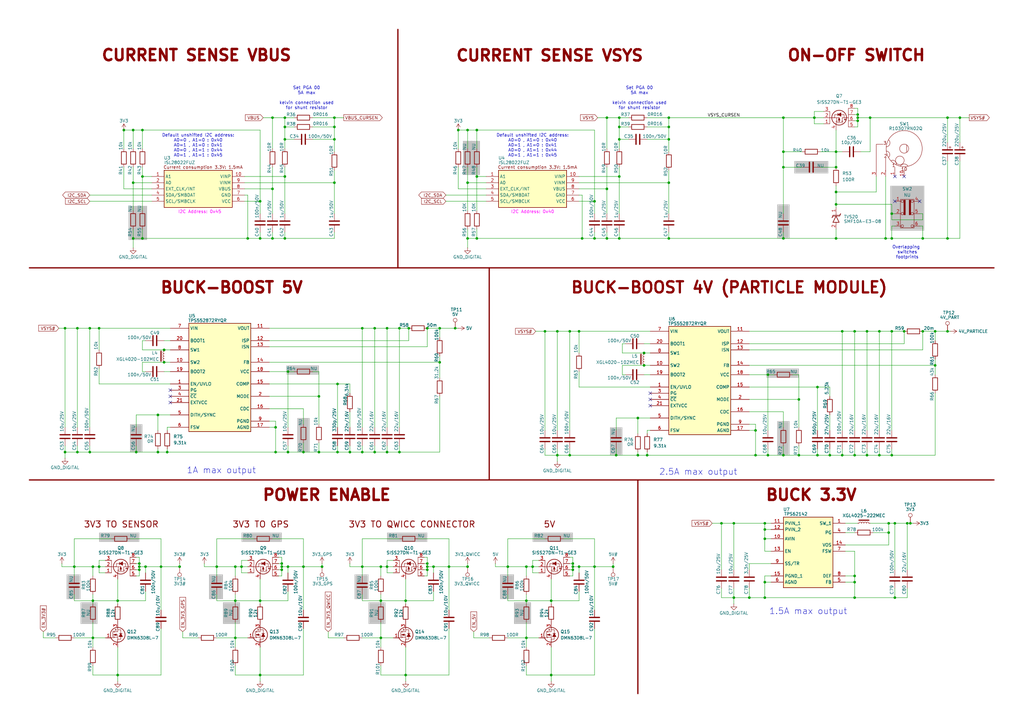
<source format=kicad_sch>
(kicad_sch (version 20250114) (generator "eeschema") (generator_version "9.0")
  (paper "A3")
  (title_block (date "18-04-2025") (rev "1") (comment 1 "Flatburn_V4") (comment 2 "Luca Brighenti") (comment 3 "-") (comment 4 "MIT"))
  (lib_symbols
    (symbol "Flatburn_V4_sym_library:BUCK - 3-17Vin -  3.3Vout -  2A - TPS62142"
      (property "Reference" "U" (at -10.414 18.034 0))
      (property "Value" "TPS62142" (at -10.414 16.002 0))
      (symbol "BUCK - 3-17Vin -  3.3Vout -  2A - TPS62142_1_1"
        (pin passive line (at -15.24 11.43 0) (length 5.08) (name "PVIN_1") (number "11"))
        (pin passive line (at -15.24 8.89 0) (length 5.08) (name "PVIN_2") (number "12"))
        (pin passive line (at -15.24 5.08 0) (length 5.08) (name "AVIN") (number "10"))
        (pin passive line (at -15.24 0 0) (length 5.08) (name "EN") (number "13"))
        (pin passive line (at -15.24 -5.08 0) (length 5.08) (name "SS/TR") (number "9"))
        (pin passive line (at -15.24 -10.16 0) (length 5.08) (name "PGND_1") (number "15"))
        (pin passive line (at -15.24 -10.16 0) (length 5.08) (hide yes) (name "PGND_2") (number "16"))
        (pin passive line (at -15.24 -12.7 0) (length 5.08) (name "AGND") (number "6"))
        (pin passive line (at 15.24 11.43 180) (length 5.08) (name "SW_1") (number "1"))
        (pin passive line (at 15.24 11.43 180) (length 5.08) (hide yes) (name "SW_2") (number "2"))
        (pin passive line (at 15.24 11.43 180) (length 5.08) (hide yes) (name "SW_3") (number "3"))
        (pin passive line (at 15.24 7.62 180) (length 5.08) (name "PG") (number "4"))
        (pin passive line (at 15.24 2.54 180) (length 5.08) (name "VOS") (number "14"))
        (pin passive line (at 15.24 0 180) (length 5.08) (name "FSW") (number "7"))
        (pin passive line (at 15.24 -10.16 180) (length 5.08) (name "DEF") (number "8"))
        (pin passive line (at 15.24 -12.7 180) (length 5.08) (name "FB") (number "5"))
      )
    )
    (symbol "Flatburn_V4_sym_library:BUCK-BOOST - 3-36Vin - 0.8-22Vout - 4A  -TPS552872RYQR"
      (property "Reference" "U" (at -12.954 13.208 0))
      (property "Value" "TPS552872RYQR" (at -12.954 11.43 0))
      (symbol "BUCK-BOOST - 3-36Vin - 0.8-22Vout - 4A  -TPS552872RYQR_0_1"
        (pin power_in line (at -20.32 7.62 0) (length 7.62) (name "VIN") (number "7"))
        (pin output line (at -20.32 2.54 0) (length 7.62) (name "BOOT1") (number "20"))
        (pin power_in line (at -20.32 -1.27 0) (length 7.62) (name "SW1") (number "8"))
        (pin power_in line (at -20.32 -6.35 0) (length 7.62) (name "SW2") (number "10"))
        (pin output line (at -20.32 -10.16 0) (length 7.62) (name "BOOT2") (number "19"))
        (pin input line (at -20.32 -15.24 0) (length 7.62) (name "EN/UVLO") (number "1"))
        (pin output line (at -20.32 -17.78 0) (length 7.62) (name "PG") (number "3"))
        (pin input line (at -20.32 -22.86 0) (length 7.62) (name "EXTVCC") (number "21"))
        (pin input line (at -20.32 -27.94 0) (length 7.62) (name "DITH/SYNC") (number "5"))
        (pin input line (at -20.32 -33.02 0) (length 7.62) (name "FSW") (number "6"))
        (pin power_in line (at 20.32 7.62 180) (length 7.62) (name "VOUT") (number "11"))
        (pin input line (at 20.32 2.54 180) (length 7.62) (name "ISP") (number "12"))
        (pin input line (at 20.32 0 180) (length 7.62) (name "ISN") (number "13"))
        (pin input line (at 20.32 -6.35 180) (length 7.62) (name "FB") (number "14"))
        (pin output line (at 20.32 -10.16 180) (length 7.62) (name "VCC") (number "18"))
        (pin output line (at 20.32 -15.24 180) (length 7.62) (name "COMP") (number "15"))
        (pin input line (at 20.32 -20.32 180) (length 7.62) (name "MODE") (number "2"))
        (pin output line (at 20.32 -25.4 180) (length 7.62) (name "CDC") (number "16"))
        (pin power_in line (at 20.32 -30.48 180) (length 7.62) (name "PGND") (number "9"))
        (pin power_out line (at 20.32 -33.02 180) (length 7.62) (name "AGND") (number "17"))
      )
      (symbol "BUCK-BOOST - 3-36Vin - 0.8-22Vout - 4A  -TPS552872RYQR_1_1"
        (pin output line (at -20.32 -20.32 0) (length 7.62) (name "~{CC}") (number "4"))
      )
    )
    (symbol "Flatburn_V4_sym_library:CS-C-0402-100n/50V-10%" (pin_numbers (hide yes))
      (property "Reference" "C" (at -1.778 -4.318 90))
      (property "Value" "100n/50V" (at -1.778 1.27 90))
      (symbol "CS-C-0402-100n/50V-10%_1_1"
        (pin passive line (at 0 3.81 270) (length 2.794) (name "~") (number "1"))
        (pin passive line (at 0 -3.81 90) (length 2.794) (name "~") (number "2"))
      )
    )
    (symbol "Flatburn_V4_sym_library:CS-C-0402-10p/50V-5%" (pin_numbers (hide yes))
      (property "Reference" "C" (at -1.778 -4.318 90))
      (property "Value" "10p/50V" (at -1.778 1.27 90))
      (symbol "CS-C-0402-10p/50V-5%_1_1"
        (pin passive line (at 0 3.81 270) (length 2.794) (name "~") (number "1"))
        (pin passive line (at 0 -3.81 90) (length 2.794) (name "~") (number "2"))
      )
    )
    (symbol "Flatburn_V4_sym_library:CS-C-0402-3.3n/25V-10%" (pin_numbers (hide yes))
      (property "Reference" "C" (at -1.778 -4.318 90))
      (property "Value" "3.3n/25V" (at -1.778 1.27 90))
      (symbol "CS-C-0402-3.3n/25V-10%_1_1"
        (pin passive line (at 0 3.81 270) (length 2.794) (name "~") (number "1"))
        (pin passive line (at 0 -3.81 90) (length 2.794) (name "~") (number "2"))
      )
    )
    (symbol "Flatburn_V4_sym_library:CS-C-0603-10u/10V-10%" (pin_numbers (hide yes))
      (property "Reference" "C" (at -1.778 -4.318 90))
      (property "Value" "10u/10V" (at -1.778 1.27 90))
      (symbol "CS-C-0603-10u/10V-10%_1_1"
        (pin passive line (at 0 3.81 270) (length 2.794) (name "~") (number "1"))
        (pin passive line (at 0 -3.81 90) (length 2.794) (name "~") (number "2"))
      )
    )
    (symbol "Flatburn_V4_sym_library:CS-C-0603-10u/25V-10%" (pin_numbers (hide yes))
      (property "Reference" "C" (at -1.778 -4.318 90))
      (property "Value" "10u/25V" (at -1.778 1.27 90))
      (symbol "CS-C-0603-10u/25V-10%_1_1"
        (pin passive line (at 0 3.81 270) (length 2.794) (name "~") (number "1"))
        (pin passive line (at 0 -3.81 90) (length 2.794) (name "~") (number "2"))
      )
    )
    (symbol "Flatburn_V4_sym_library:CS-C-0603-1u/25V-10%" (pin_numbers (hide yes))
      (property "Reference" "C" (at -1.778 -4.318 90))
      (property "Value" "1u/25V" (at -1.778 1.27 90))
      (symbol "CS-C-0603-1u/25V-10%_1_1"
        (pin passive line (at 0 3.81 270) (length 2.794) (name "~") (number "1"))
        (pin passive line (at 0 -3.81 90) (length 2.794) (name "~") (number "2"))
      )
    )
    (symbol "Flatburn_V4_sym_library:CS-C-0603-22n/16V-5%" (pin_numbers (hide yes))
      (property "Reference" "C" (at -1.778 -4.318 90))
      (property "Value" "22n/16V" (at -1.778 1.27 90))
      (symbol "CS-C-0603-22n/16V-5%_1_1"
        (pin passive line (at 0 3.81 270) (length 2.794) (name "~") (number "1"))
        (pin passive line (at 0 -3.81 90) (length 2.794) (name "~") (number "2"))
      )
    )
    (symbol "Flatburn_V4_sym_library:CS-C-0603-22u/6.3V-20%" (pin_numbers (hide yes))
      (property "Reference" "C" (at -1.778 -4.318 90))
      (property "Value" "22u/16V" (at -1.778 1.27 90))
      (symbol "CS-C-0603-22u/6.3V-20%_1_1"
        (pin passive line (at 0 3.81 270) (length 2.794) (name "~") (number "1"))
        (pin passive line (at 0 -3.81 90) (length 2.794) (name "~") (number "2"))
      )
    )
    (symbol "Flatburn_V4_sym_library:CS-C-0603-27n/25V-5%" (pin_numbers (hide yes))
      (property "Reference" "C" (at -1.778 -4.318 90))
      (property "Value" "27n/25V" (at -1.778 1.27 90))
      (symbol "CS-C-0603-27n/25V-5%_1_1"
        (pin passive line (at 0 3.81 270) (length 2.794) (name "~") (number "1"))
        (pin passive line (at 0 -3.81 90) (length 2.794) (name "~") (number "2"))
      )
    )
    (symbol "Flatburn_V4_sym_library:CS-C-0603-330p/25V-5%" (pin_numbers (hide yes))
      (property "Reference" "C" (at -1.778 -4.318 90))
      (property "Value" "330p/25V" (at -1.778 1.27 90))
      (symbol "CS-C-0603-330p/25V-5%_1_1"
        (pin passive line (at 0 3.81 270) (length 2.794) (name "~") (number "1"))
        (pin passive line (at 0 -3.81 90) (length 2.794) (name "~") (number "2"))
      )
    )
    (symbol "Flatburn_V4_sym_library:CS-C-0603-560p/25V-5%" (pin_numbers (hide yes))
      (property "Reference" "C" (at -1.778 -4.318 90))
      (property "Value" "560p/25V" (at -1.778 1.27 90))
      (symbol "CS-C-0603-560p/25V-5%_1_1"
        (pin passive line (at 0 3.81 270) (length 2.794) (name "~") (number "1"))
        (pin passive line (at 0 -3.81 90) (length 2.794) (name "~") (number "2"))
      )
    )
    (symbol "Flatburn_V4_sym_library:CS-C-0805-1u/50V-10%" (pin_numbers (hide yes))
      (property "Reference" "C" (at -1.778 -4.318 90))
      (property "Value" "1u/50V" (at -1.778 1.27 90))
      (symbol "CS-C-0805-1u/50V-10%_1_1"
        (pin passive line (at 0 3.81 270) (length 2.794) (name "~") (number "1"))
        (pin passive line (at 0 -3.81 90) (length 2.794) (name "~") (number "2"))
      )
    )
    (symbol "Flatburn_V4_sym_library:CS-C-0805-22u/16V-20%" (pin_numbers (hide yes))
      (property "Reference" "C" (at -1.778 -4.318 90))
      (property "Value" "22u/16V" (at -1.778 1.27 90))
      (symbol "CS-C-0805-22u/16V-20%_1_1"
        (pin passive line (at 0 3.81 270) (length 2.794) (name "~") (number "1"))
        (pin passive line (at 0 -3.81 90) (length 2.794) (name "~") (number "2"))
      )
    )
    (symbol "Flatburn_V4_sym_library:CS-EL-6.3x7.7-220u/25V-20%" (pin_numbers (hide yes))
      (property "Reference" "C" (at -1.778 -4.318 90))
      (property "Value" "220u/25V" (at -1.778 1.27 90))
      (symbol "CS-EL-6.3x7.7-220u/25V-20%_1_1"
        (pin passive line (at 0 3.81 270) (length 2.794) (name "~") (number "1"))
        (pin passive line (at 0 -3.81 90) (length 2.794) (name "~") (number "2"))
      )
    )
    (symbol "Flatburn_V4_sym_library:CURRENT SENSE - 700uA -  ISL28022FUZ"
      (property "Reference" "U" (at -14.224 13.716 0))
      (property "Value" "ISL28022FUZ" (at -14.224 11.684 0))
      (symbol "CURRENT SENSE - 700uA -  ISL28022FUZ_1_1"
        (text "Current consumption 3.3V: 1.5mA" (at 2.032 8.89 0) (effects (font (size 1.27 1.27))))
        (pin passive line (at -19.05 5.08 0) (length 5.08) (name "A1") (number "1"))
        (pin passive line (at -19.05 2.54 0) (length 5.08) (name "A0") (number "2"))
        (pin passive line (at -19.05 0 0) (length 5.08) (name "EXT_CLK/INT") (number "3"))
        (pin passive line (at -19.05 -2.54 0) (length 5.08) (name "SDA/SMBDAT") (number "4"))
        (pin passive line (at -19.05 -5.08 0) (length 5.08) (name "SCL/SMBCLK") (number "5"))
        (pin passive line (at 19.05 5.08 180) (length 5.08) (name "VINP") (number "10"))
        (pin passive line (at 19.05 2.54 180) (length 5.08) (name "VINM") (number "9"))
        (pin passive line (at 19.05 0 180) (length 5.08) (name "VBUS") (number "8"))
        (pin passive line (at 19.05 -2.54 180) (length 5.08) (name "GND") (number "7"))
        (pin passive line (at 19.05 -5.08 180) (length 5.08) (name "VCC") (number "6"))
      )
    )
    (symbol "Flatburn_V4_sym_library:NMOS - 30V 350mA -  DMN63D8L-7" (pin_names (offset 0.254) (hide yes))
      (property "Reference" "Q" (at -17.272 5.08 0))
      (property "Value" "DMN63D8L-7" (at -17.272 3.302 0))
      (symbol "NMOS - 30V 350mA -  DMN63D8L-7_1_1"
        (text "n" (at -0.762 2.032 0) (effects (font (size 0.889 0.889))))
        (pin passive line (at -5.08 -1.27 0) (length 2.54) (name "G") (number "1"))
        (pin passive line (at 0 5.08 270) (length 2.54) (name "D") (number "3"))
        (pin input line (at 0 -5.08 90) (length 2.54) (name "S") (number "2"))
      )
    )
    (symbol "Flatburn_V4_sym_library:PMOS - 30V 50A -  SISS27DN-T1-GE3" (pin_names (offset 0.254) (hide yes))
      (property "Reference" "Q" (at -23.622 5.08 0))
      (property "Value" "SISS27DN-T1-GE3" (at -23.876 3.048 0))
      (symbol "PMOS - 30V 50A -  SISS27DN-T1-GE3_1_1"
        (text "p" (at -0.762 2.286 0) (effects (font (size 0.8128 0.8128))))
        (pin passive line (at -5.08 -1.27 0) (length 2.54) (name "G") (number "4"))
        (pin passive line (at -3.81 6.35 270) (length 2.54) (name "D") (number "5"))
        (pin passive line (at -2.54 -6.35 90) (length 2.54) (name "S") (number "1"))
        (pin passive line (at -1.27 6.35 270) (length 2.54) (name "D") (number "6"))
        (pin passive line (at 0 -6.35 90) (length 2.54) (name "S") (number "2"))
        (pin passive line (at 1.27 6.35 270) (length 2.54) (name "D") (number "7"))
        (pin passive line (at 2.54 -6.35 90) (length 2.54) (name "S") (number "3"))
        (pin passive line (at 3.81 6.35 270) (length 2.54) (name "D") (number "8"))
        (pin passive line (at 3.81 6.35 270) (length 2.54) (hide yes) (name "D") (number "9"))
      )
    )
    (symbol "Flatburn_V4_sym_library:PW - 1uH/8.8A - XGL4020-102MEC" (pin_numbers (hide yes)) (pin_names (hide yes))
      (property "Reference" "L" (at -5.334 1.524 0))
      (property "Value" "XGL4020-102MEC" (at -20.828 -0.508 0))
      (symbol "PW - 1uH/8.8A - XGL4020-102MEC_1_1"
        (pin passive line (at 0 2.54 270) (length 0.508) (name "~") (number "1"))
        (pin passive line (at 0 -2.54 90) (length 0.508) (name "~") (number "2"))
      )
    )
    (symbol "Flatburn_V4_sym_library:PW - 2.2uH/6.3A -XGL4025-222MEC" (pin_numbers (hide yes)) (pin_names (hide yes))
      (property "Reference" "L" (at -5.334 1.524 0))
      (property "Value" "XGL4025-222MEC" (at -20.828 -0.508 0))
      (symbol "PW - 2.2uH/6.3A -XGL4025-222MEC_1_1"
        (pin passive line (at 0 2.54 270) (length 0.508) (name "~") (number "1"))
        (pin passive line (at 0 -2.54 90) (length 0.508) (name "~") (number "2"))
      )
    )
    (symbol "Flatburn_V4_sym_library:RS-0402-0R 1/5W 0.5%" (pin_numbers (hide yes)) (pin_names (hide yes))
      (property "Reference" "R" (at -1.778 -6.096 90))
      (property "Value" "0R" (at -1.778 3.556 90))
      (symbol "RS-0402-0R 1/5W 0.5%_1_1"
        (pin passive line (at 0 3.81 270) (length 1.27) (name "~") (number "1"))
        (pin passive line (at 0 -3.81 90) (length 1.27) (name "~") (number "2"))
      )
    )
    (symbol "Flatburn_V4_sym_library:RS-0402-100K 1/16W 1%" (pin_numbers (hide yes)) (pin_names (hide yes))
      (property "Reference" "R" (at -1.778 -6.096 90))
      (property "Value" "100k" (at -1.778 3.556 90))
      (symbol "RS-0402-100K 1/16W 1%_1_1"
        (pin passive line (at 0 3.81 270) (length 1.27) (name "~") (number "1"))
        (pin passive line (at 0 -3.81 90) (length 1.27) (name "~") (number "2"))
      )
    )
    (symbol "Flatburn_V4_sym_library:RS-0402-100R 1/16W 1%" (pin_numbers (hide yes)) (pin_names (hide yes))
      (property "Reference" "R" (at -1.778 -6.096 90))
      (property "Value" "100R" (at -1.778 3.556 90))
      (symbol "RS-0402-100R 1/16W 1%_1_1"
        (pin passive line (at 0 3.81 270) (length 1.27) (name "~") (number "1"))
        (pin passive line (at 0 -3.81 90) (length 1.27) (name "~") (number "2"))
      )
    )
    (symbol "Flatburn_V4_sym_library:RS-0402-10K 1/16W 1%" (pin_numbers (hide yes)) (pin_names (hide yes))
      (property "Reference" "R" (at -1.778 -6.096 90))
      (property "Value" "10k" (at -1.778 3.556 90))
      (symbol "RS-0402-10K 1/16W 1%_1_1"
        (pin passive line (at 0 3.81 270) (length 1.27) (name "~") (number "1"))
        (pin passive line (at 0 -3.81 90) (length 1.27) (name "~") (number "2"))
      )
    )
    (symbol "Flatburn_V4_sym_library:RS-0402-12K 1/16W 1%" (pin_numbers (hide yes)) (pin_names (hide yes))
      (property "Reference" "R" (at -1.778 -6.096 90))
      (property "Value" "12k" (at -1.778 3.556 90))
      (symbol "RS-0402-12K 1/16W 1%_1_1"
        (pin passive line (at 0 3.81 270) (length 1.27) (name "~") (number "1"))
        (pin passive line (at 0 -3.81 90) (length 1.27) (name "~") (number "2"))
      )
    )
    (symbol "Flatburn_V4_sym_library:RS-0402-31K2 1/16W 0.5%" (pin_numbers (hide yes)) (pin_names (hide yes))
      (property "Reference" "R" (at -1.778 -6.096 90))
      (property "Value" "31.2k" (at -1.778 3.556 90))
      (symbol "RS-0402-31K2 1/16W 0.5%_1_1"
        (pin passive line (at 0 3.81 270) (length 1.27) (name "~") (number "1"))
        (pin passive line (at 0 -3.81 90) (length 1.27) (name "~") (number "2"))
      )
    )
    (symbol "Flatburn_V4_sym_library:RS-0402-43K 1/16W 1%" (pin_numbers (hide yes)) (pin_names (hide yes))
      (property "Reference" "R" (at -1.778 -6.096 90))
      (property "Value" "43k" (at -1.778 3.556 90))
      (symbol "RS-0402-43K 1/16W 1%_1_1"
        (pin passive line (at 0 3.81 270) (length 1.27) (name "~") (number "1"))
        (pin passive line (at 0 -3.81 90) (length 1.27) (name "~") (number "2"))
      )
    )
    (symbol "Flatburn_V4_sym_library:RS-0402-9K31 1/16W 1%" (pin_numbers (hide yes)) (pin_names (hide yes))
      (property "Reference" "R" (at -1.778 -6.096 90))
      (property "Value" "9.31k" (at -1.778 3.556 90))
      (symbol "RS-0402-9K31 1/16W 1%_1_1"
        (pin passive line (at 0 3.81 270) (length 1.27) (name "~") (number "1"))
        (pin passive line (at 0 -3.81 90) (length 1.27) (name "~") (number "2"))
      )
    )
    (symbol "Flatburn_V4_sym_library:RS-0603-10R 1/10W 1%" (pin_numbers (hide yes)) (pin_names (hide yes))
      (property "Reference" "R" (at -1.778 -6.096 90))
      (property "Value" "10R" (at -1.778 3.556 90))
      (symbol "RS-0603-10R 1/10W 1%_1_1"
        (pin passive line (at 0 3.81 270) (length 1.27) (name "~") (number "1"))
        (pin passive line (at 0 -3.81 90) (length 1.27) (name "~") (number "2"))
      )
    )
    (symbol "Flatburn_V4_sym_library:RS-0603-20m 1/2W 1%" (pin_numbers (hide yes)) (pin_names (hide yes))
      (property "Reference" "R" (at -1.778 -6.096 90))
      (property "Value" "20m" (at -1.778 3.556 90))
      (symbol "RS-0603-20m 1/2W 1%_1_1"
        (pin passive line (at 0 3.81 270) (length 1.27) (name "~") (number "1"))
        (pin passive line (at 0 -3.81 90) (length 1.27) (name "~") (number "2"))
      )
    )
    (symbol "Flatburn_V4_sym_library:RS-0603-50m 1/2W 1%" (pin_numbers (hide yes)) (pin_names (hide yes))
      (property "Reference" "R" (at -1.778 -6.096 90))
      (property "Value" "50m" (at -1.778 3.556 90))
      (symbol "RS-0603-50m 1/2W 1%_1_1"
        (pin passive line (at 0 3.81 270) (length 1.27) (name "~") (number "1"))
        (pin passive line (at 0 -3.81 90) (length 1.27) (name "~") (number "2"))
      )
    )
    (symbol "Flatburn_V4_sym_library:RS-0603-5K23 1/16W 1%" (pin_numbers (hide yes)) (pin_names (hide yes))
      (property "Reference" "R" (at -1.778 -6.096 90))
      (property "Value" "5.23k" (at -1.778 3.556 90))
      (symbol "RS-0603-5K23 1/16W 1%_1_1"
        (pin passive line (at 0 3.81 270) (length 1.27) (name "~") (number "1"))
        (pin passive line (at 0 -3.81 90) (length 1.27) (name "~") (number "2"))
      )
    )
    (symbol "Flatburn_V4_sym_library:RS-0603-6K34 1/16W 0.5%" (pin_numbers (hide yes)) (pin_names (hide yes))
      (property "Reference" "R" (at -1.778 -6.096 90))
      (property "Value" "6.34k" (at -1.778 3.556 90))
      (symbol "RS-0603-6K34 1/16W 0.5%_1_1"
        (pin passive line (at 0 3.81 270) (length 1.27) (name "~") (number "1"))
        (pin passive line (at 0 -3.81 90) (length 1.27) (name "~") (number "2"))
      )
    )
    (symbol "Flatburn_V4_sym_library:RS-1206-0R 1/4W 3,5A" (pin_numbers (hide yes)) (pin_names (hide yes))
      (property "Reference" "R" (at -1.778 -6.096 90))
      (property "Value" "0R" (at -1.778 3.556 90))
      (symbol "RS-1206-0R 1/4W 3,5A_1_1"
        (pin passive line (at 0 3.81 270) (length 1.27) (name "~") (number "1"))
        (pin passive line (at 0 -3.81 90) (length 1.27) (name "~") (number "2"))
      )
    )
    (symbol "Flatburn_V4_sym_library:RS-1206-0R016 1/4W 1%" (pin_numbers (hide yes)) (pin_names (hide yes))
      (property "Reference" "R" (at -1.778 -6.096 90))
      (property "Value" "0R016" (at -1.778 3.556 90))
      (symbol "RS-1206-0R016 1/4W 1%_1_1"
        (pin passive line (at 0 3.81 270) (length 1.27) (name "~") (number "1"))
        (pin passive line (at 0 -3.81 90) (length 1.27) (name "~") (number "2"))
      )
    )
    (symbol "Flatburn_V4_sym_library:SW - DPDT - FS22ABP - 28V 1A" (pin_names (hide yes))
      (property "Reference" "SW" (at -10.16 10.922 0))
      (property "Value" "FS22ABP" (at -10.16 8.89 0))
      (symbol "SW - DPDT - FS22ABP - 28V 1A_1_1"
        (pin passive line (at -5.08 5.08 0) (length 2.54) (name "A1") (number "1"))
        (pin passive line (at -5.08 0 0) (length 2.54) (name "COM") (number "2"))
        (pin passive line (at -5.08 -5.08 0) (length 2.54) (name "B1") (number "3"))
        (pin passive line (at 5.08 5.08 180) (length 2.54) (name "A2") (number "4"))
        (pin passive line (at 5.08 0 180) (length 2.54) (name "COM") (number "5"))
        (pin passive line (at 5.08 -5.08 180) (length 2.54) (name "B2") (number "6"))
      )
    )
    (symbol "Flatburn_V4_sym_library:SW - ROTARY 3P - FS22ABP - 125V 5A" (pin_names (hide yes))
      (property "Reference" "SW" (at -10.16 12.446 0))
      (property "Value" "R10307RN02Q" (at -10.16 10.414 0))
      (symbol "SW - ROTARY 3P - FS22ABP - 125V 5A_0_0"
        (text "3" (at -7.874 2.286 0) (effects (font (size 1.27 1.27))))
        (text "2" (at -7.62 -3.048 0) (effects (font (size 1.27 1.27))))
        (text "1" (at -4.318 -6.858 0) (effects (font (size 1.27 1.27))))
      )
      (symbol "SW - ROTARY 3P - FS22ABP - 125V 5A_1_0"
        (text "10" (at 0 -8.382 0) (effects (font (size 1.27 1.27))))
      )
      (symbol "SW - ROTARY 3P - FS22ABP - 125V 5A_1_1"
        (pin passive line (at -11.43 -11.43 90) (length 2.54) (name "3") (number "3"))
        (pin passive line (at -7.62 -11.43 90) (length 2.54) (name "2") (number "2"))
        (pin passive line (at -3.81 -11.43 90) (length 2.54) (name "1") (number "1"))
        (pin passive line (at 0 -11.43 90) (length 2.54) (name "10") (number "10"))
      )
    )
    (symbol "Flatburn_V4_sym_library:TVS/ESD - UNI- 10V/200W - SMF10A-E3-08"
      (property "Reference" "TVS" (at -6.604 6.096 0))
      (property "Value" "SMF10A-E3-08" (at -6.604 4.318 0))
      (symbol "TVS/ESD - UNI- 10V/200W - SMF10A-E3-08_1_1"
        (pin passive line (at -3.81 0 0) (length 2.54) (name "") (number "1"))
        (pin passive line (at 5.08 0 180) (length 2.54) (name "") (number "2"))
      )
    )
    (symbol "Flatburn_V4_sym_library:TestPoint" (pin_numbers (hide yes)) (pin_names (offset 0.762) (hide yes))
      (property "Reference" "TP" (at 0 6.858 0))
      (property "Value" "TestPoint" (at 0 5.08 0))
      (symbol "TestPoint_1_1"
        (pin passive line (at 0 0 90) (length 2.54) (name "1") (number "1"))
      )
    )
    (symbol "power:GND" (power) (pin_numbers (hide yes)) (pin_names (offset 0) (hide yes))
      (property "Value" "GND" (at 0 -3.81 0))
      (symbol "GND_1_1"
        (pin power_in line (at 0 0 270) (length 0) (name "~") (number "1"))
      )
    )
    (symbol "power:VPP" (power) (pin_numbers (hide yes)) (pin_names (offset 0) (hide yes))
      (property "Value" "VPP" (at 0 3.556 0))
      (symbol "VPP_1_1"
        (pin power_in line (at 0 0 90) (length 0) (name "~") (number "1"))
      )
    )
  )
  (rectangle (start 33.02 247.015) (end 40.005 255.905) (stroke (width -0.0001) (color 194 194 194 1)) (fill (type color) (color 194 194 194 1)))
  (rectangle (start 365.125 76.2) (end 379.095 94.615) (stroke (width -0.0001) (color 194 194 194 1)) (fill (type color) (color 194 194 194 1)))
  (rectangle (start 210.82 247.015) (end 217.805 255.905) (stroke (width -0.0001) (color 194 194 194 1)) (fill (type color) (color 194 194 194 1)))
  (rectangle (start 151.13 247.015) (end 158.115 255.905) (stroke (width -0.0001) (color 194 194 194 1)) (fill (type color) (color 194 194 194 1)))
  (rectangle (start 218.44 218.44) (end 234.95 222.25) (stroke (width -0.0001) (color 194 194 194 1)) (fill (type color) (color 194 194 194 1)))
  (rectangle (start 56.515 84.455) (end 60.325 98.425) (stroke (width -0.0001) (color 194 194 194 1)) (fill (type color) (color 194 194 194 1)))
  (rectangle (start 85.725 235.585) (end 91.44 245.745) (stroke (width -0.0001) (color 194 194 194 1)) (fill (type color) (color 194 194 194 1)))
  (rectangle (start 27.305 235.585) (end 33.02 245.745) (stroke (width -0.0001) (color 194 194 194 1)) (fill (type color) (color 194 194 194 1)))
  (rectangle (start 91.44 247.015) (end 98.425 255.905) (stroke (width -0.0001) (color 194 194 194 1)) (fill (type color) (color 194 194 194 1)))
  (rectangle (start 40.64 218.44) (end 57.15 222.25) (stroke (width -0.0001) (color 194 194 194 1)) (fill (type color) (color 194 194 194 1)))
  (rectangle (start 205.105 235.585) (end 210.82 245.745) (stroke (width -0.0001) (color 194 194 194 1)) (fill (type color) (color 194 194 194 1)))
  (rectangle (start 121.92 171.45) (end 127 185.42) (stroke (width -0.0001) (color 194 194 194 1)) (fill (type color) (color 194 194 194 1)))
  (rectangle (start 117.475 149.86) (end 130.81 153.67) (stroke (width -0.0001) (color 194 194 194 1)) (fill (type color) (color 194 194 194 1)))
  (rectangle (start 145.415 235.585) (end 151.13 245.745) (stroke (width -0.0001) (color 194 194 194 1)) (fill (type color) (color 194 194 194 1)))
  (rectangle (start 193.04 57.785) (end 196.85 71.755) (stroke (width -0.0001) (color 194 194 194 1)) (fill (type color) (color 194 194 194 1)))
  (rectangle (start 99.06 218.44) (end 115.57 222.25) (stroke (width -0.0001) (color 194 194 194 1)) (fill (type color) (color 194 194 194 1)))
  (rectangle (start 318.77 172.72) (end 323.85 186.69) (stroke (width -0.0001) (color 194 194 194 1)) (fill (type color) (color 194 194 194 1)))
  (rectangle (start 314.325 151.13) (end 327.66 154.94) (stroke (width -0.0001) (color 194 194 194 1)) (fill (type color) (color 194 194 194 1)))
  (rectangle (start 53.34 173.99) (end 58.42 185.42) (stroke (width -0.0001) (color 194 194 194 1)) (fill (type color) (color 194 194 194 1)))
  (rectangle (start 52.705 84.455) (end 56.515 98.425) (stroke (width -0.0001) (color 194 194 194 1)) (fill (type color) (color 194 194 194 1)))
  (rectangle (start 250.19 175.26) (end 255.27 186.69) (stroke (width -0.0001) (color 194 194 194 1)) (fill (type color) (color 194 194 194 1)))
  (rectangle (start 189.865 57.785) (end 193.675 71.755) (stroke (width -0.0001) (color 194 194 194 1)) (fill (type color) (color 194 194 194 1)))
  (rectangle (start 325.755 66.04) (end 339.725 71.12) (stroke (width -0.0001) (color 194 194 194 1)) (fill (type color) (color 194 194 194 1)))
  (rectangle (start 318.77 83.82) (end 323.85 97.79) (stroke (width -0.0001) (color 194 194 194 1)) (fill (type color) (color 194 194 194 1)))
  (rectangle (start 158.75 218.44) (end 175.26 222.25) (stroke (width -0.0001) (color 194 194 194 1)) (fill (type color) (color 194 194 194 1)))
  (text "5V\n" (at 222.885 215.265 0) (effects (font (size 2.54 2.54) (thickness 0.3175)) (justify left)))
  (text "I2C Address: 0x40					" (at 209.55 86.995 0) (effects (font (size 1.27 1.27) (thickness 0.1588)) (justify left)))
  (text "CURRENT SENSE VBUS\n" (at 41.275 22.86 0) (effects (font (size 4.572 4.572) (thickness 1.016) (bold yes)) (justify left)))
  (text "1A max output" (at 90.805 193.04 0) (effects (font (size 2.54 2.54))))
  (text "1.5A max output" (at 331.47 250.825 0) (effects (font (size 2.54 2.54))))
  (text "BUCK-BOOST 5V\n" (at 65.405 118.11 0) (effects (font (size 4.572 4.572) (thickness 1.016) (bold yes)) (justify left)))
  (text "3V3 TO GPS\n" (at 95.25 215.265 0) (effects (font (size 2.54 2.54) (thickness 0.3175)) (justify left)))
  (text "POWER ENABLE" (at 107.315 203.2 0) (effects (font (size 4.572 4.572) (thickness 1.016) (bold yes)) (justify left)))
  (text "Default unshifted I2C address:\nA0=0 , A1=0 : 0x40\nA0=1 , A1=0 : 0x41\nA0=0 , A1=1 : 0x44\nA0=1 , A1=1 : 0x45" (at 218.44 59.69 0) (effects (font (size 1.27 1.27))))
  (text "BUCK-BOOST 4V (PARTICLE MODULE)" (at 299.085 118.11 0) (effects (font (size 4.572 4.572) (thickness 0.9144) (bold yes))))
  (text "I2C Address: 0x45					" (at 73.025 86.995 0) (effects (font (size 1.27 1.27) (thickness 0.1588)) (justify left)))
  (text "ON-OFF SWITCH\n" (at 322.58 22.86 0) (effects (font (size 4.572 4.572) (thickness 1.016) (bold yes)) (justify left)))
  (text "3V3 TO QWICC CONNECTOR\n" (at 142.875 215.265 0) (effects (font (size 2.54 2.54) (thickness 0.3175)) (justify left)))
  (text "3V3 TO SENSOR\n" (at 34.29 215.265 0) (effects (font (size 2.54 2.54) (thickness 0.3175)) (justify left)))
  (text "CURRENT SENSE VSYS\n\n" (at 186.69 26.67 0) (effects (font (size 4.572 4.572) (thickness 1.016) (bold yes)) (justify left)))
  (text "Default unshifted I2C address:\nA0=0 , A1=0 : 0x40\nA0=1 , A1=0 : 0x41\nA0=0 , A1=1 : 0x44\nA0=1 , A1=1 : 0x45" (at 81.28 59.69 0) (effects (font (size 1.27 1.27))))
  (text "Set PGA 00\n5A max\n\nkelvin connection used\nfor shunt resistor\n\n" (at 262.255 41.275 0) (effects (font (size 1.27 1.27))))
  (text "Overlapping \nswitches\nfootprints" (at 372.11 103.505 0) (effects (font (size 1.27 1.27) (thickness 0.1588))))
  (text "BUCK 3.3V\n" (at 313.69 203.2 0) (effects (font (size 4.572 4.572) (thickness 1.016) (bold yes)) (justify left)))
  (text "Set PGA 00\n5A max\n\nkelvin connection used\nfor shunt resistor\n\n" (at 125.73 41.275 0) (effects (font (size 1.27 1.27))))
  (text "2.5A max output" (at 286.385 193.675 0) (effects (font (size 2.54 2.54))))
  (junction (at 101.6 97.79))
  (junction (at 254 52.07))
  (junction (at 274.32 52.07))
  (junction (at 195.58 72.39))
  (junction (at 30.48 232.41))
  (junction (at 124.46 232.41))
  (junction (at 261.62 186.69))
  (junction (at 350.52 236.22))
  (junction (at 148.59 134.62))
  (junction (at 116.84 48.26))
  (junction (at 335.28 158.75))
  (junction (at 383.54 149.86))
  (junction (at 364.49 214.63))
  (junction (at 254 97.79))
  (junction (at 243.84 82.55))
  (junction (at 137.16 48.26))
  (junction (at 175.26 134.62))
  (junction (at 153.67 185.42))
  (junction (at 327.66 163.83))
  (junction (at 274.32 48.26))
  (junction (at 153.67 134.62))
  (junction (at 345.44 186.69))
  (junction (at 137.16 52.07))
  (junction (at 350.52 245.11))
  (junction (at 251.46 232.41))
  (junction (at 148.59 185.42))
  (junction (at 111.76 97.79))
  (junction (at 57.15 233.68))
  (junction (at 195.58 53.34))
  (junction (at 163.83 185.42))
  (junction (at 38.1 246.38))
  (junction (at 340.36 186.69))
  (junction (at 360.68 186.69))
  (junction (at 48.26 276.86))
  (junction (at 365.76 135.89))
  (junction (at 143.51 185.42))
  (junction (at 370.84 135.89))
  (junction (at 365.76 186.69))
  (junction (at 67.31 148.59))
  (junction (at 54.61 97.79))
  (junction (at 116.84 52.07))
  (junction (at 64.77 170.18))
  (junction (at 158.75 185.42))
  (junction (at 264.16 149.86))
  (junction (at 350.52 238.76))
  (junction (at 118.11 232.41))
  (junction (at 138.43 157.48))
  (junction (at 58.42 72.39))
  (junction (at 274.32 74.93))
  (junction (at 226.06 276.86))
  (junction (at 55.88 185.42))
  (junction (at 67.31 143.51))
  (junction (at 31.75 185.42))
  (junction (at 40.64 232.41))
  (junction (at 113.03 185.42))
  (junction (at 113.03 175.26))
  (junction (at 106.68 97.79))
  (junction (at 191.77 74.93))
  (junction (at 158.75 134.62))
  (junction (at 180.34 148.59))
  (junction (at 96.52 261.62))
  (junction (at 314.96 186.69))
  (junction (at 388.62 135.89))
  (junction (at 38.1 232.41))
  (junction (at 111.76 77.47))
  (junction (at 175.26 233.68))
  (junction (at 54.61 74.93))
  (junction (at 31.75 134.62))
  (junction (at 313.69 217.17))
  (junction (at 223.52 135.89))
  (junction (at 372.11 214.63))
  (junction (at 177.8 232.41))
  (junction (at 307.34 245.11))
  (junction (at 191.77 97.79))
  (junction (at 156.21 261.62))
  (junction (at 66.04 232.41))
  (junction (at 327.66 186.69))
  (junction (at 228.6 186.69))
  (junction (at 365.76 97.79))
  (junction (at 383.54 135.89))
  (junction (at 351.79 49.53))
  (junction (at 191.77 232.41))
  (junction (at 58.42 53.34))
  (junction (at 156.21 232.41))
  (junction (at 342.9 78.74))
  (junction (at 38.1 261.62))
  (junction (at 252.73 186.69))
  (junction (at 321.31 48.26))
  (junction (at 254 57.15))
  (junction (at 365.76 87.63))
  (junction (at 367.03 245.11))
  (junction (at 360.68 135.89))
  (junction (at 300.99 214.63))
  (junction (at 254 48.26))
  (junction (at 218.44 232.41))
  (junction (at 215.9 261.62))
  (junction (at 342.9 97.79))
  (junction (at 313.69 238.76))
  (junction (at 228.6 135.89))
  (junction (at 115.57 231.14))
  (junction (at 68.58 185.42))
  (junction (at 148.59 232.41))
  (junction (at 186.69 134.62))
  (junction (at 106.68 82.55))
  (junction (at 187.96 53.34))
  (junction (at 138.43 185.42))
  (junction (at 167.64 134.62))
  (junction (at 163.83 134.62))
  (junction (at 300.99 245.11))
  (junction (at 116.84 97.79))
  (junction (at 355.6 135.89))
  (junction (at 96.52 246.38))
  (junction (at 351.79 46.99))
  (junction (at 106.68 276.86))
  (junction (at 313.69 245.11))
  (junction (at 115.57 232.41))
  (junction (at 254 72.39))
  (junction (at 243.84 97.79))
  (junction (at 158.75 232.41))
  (junction (at 233.68 186.69))
  (junction (at 106.68 246.38))
  (junction (at 40.64 134.62))
  (junction (at 195.58 97.79))
  (junction (at 118.11 185.42))
  (junction (at 36.83 185.42))
  (junction (at 237.49 232.41))
  (junction (at 73.66 232.41))
  (junction (at 393.7 48.26))
  (junction (at 274.32 97.79))
  (junction (at 234.95 233.68))
  (junction (at 378.46 97.79))
  (junction (at 234.95 231.14))
  (junction (at 309.88 186.69))
  (junction (at 234.95 232.41))
  (junction (at 309.88 176.53))
  (junction (at 342.9 83.82))
  (junction (at 335.28 186.69))
  (junction (at 208.28 232.41))
  (junction (at 64.77 185.42))
  (junction (at 180.34 134.62))
  (junction (at 175.26 231.14))
  (junction (at 314.96 153.67))
  (junction (at 364.49 218.44))
  (junction (at 50.8 53.34))
  (junction (at 274.32 57.15))
  (junction (at 313.69 220.98))
  (junction (at 59.69 232.41))
  (junction (at 36.83 134.62))
  (junction (at 191.77 53.34))
  (junction (at 261.62 171.45))
  (junction (at 166.37 276.86))
  (junction (at 96.52 232.41))
  (junction (at 321.31 62.23))
  (junction (at 351.79 48.26))
  (junction (at 363.22 97.79))
  (junction (at 367.03 214.63))
  (junction (at 137.16 74.93))
  (junction (at 248.92 48.26))
  (junction (at 116.84 57.15))
  (junction (at 54.61 53.34))
  (junction (at 132.08 232.41))
  (junction (at 48.26 246.38))
  (junction (at 118.11 152.4))
  (junction (at 350.52 186.69))
  (junction (at 175.26 232.41))
  (junction (at 313.69 214.63))
  (junction (at 26.67 134.62))
  (junction (at 226.06 246.38))
  (junction (at 26.67 185.42))
  (junction (at 116.84 72.39))
  (junction (at 130.81 162.56))
  (junction (at 295.91 214.63))
  (junction (at 215.9 232.41))
  (junction (at 137.16 57.15))
  (junction (at 184.15 232.41))
  (junction (at 334.01 48.26))
  (junction (at 115.57 233.68))
  (junction (at 388.62 97.79))
  (junction (at 166.37 246.38))
  (junction (at 88.9 232.41))
  (junction (at 243.84 232.41))
  (junction (at 111.76 48.26))
  (junction (at 156.21 246.38))
  (junction (at 57.15 232.41))
  (junction (at 388.62 48.26))
  (junction (at 130.81 185.42))
  (junction (at 248.92 97.79))
  (junction (at 233.68 135.89))
  (junction (at 350.52 135.89))
  (junction (at 321.31 68.58))
  (junction (at 342.9 62.23))
  (junction (at 237.49 135.89))
  (junction (at 321.31 97.79))
  (junction (at 238.76 97.79))
  (junction (at 58.42 97.79))
  (junction (at 356.87 48.26))
  (junction (at 248.92 77.47))
  (junction (at 57.15 231.14))
  (junction (at 321.31 186.69))
  (junction (at 99.06 232.41))
  (junction (at 355.6 186.69))
  (junction (at 124.46 185.42))
  (junction (at 265.43 186.69))
  (junction (at 215.9 246.38))
  (junction (at 378.46 135.89))
  (junction (at 345.44 135.89))
  (junction (at 342.9 68.58))
  (junction (at 373.38 214.63))
  (junction (at 264.16 144.78))
  (no_connect (at 367.03 82.55))
  (no_connect (at 69.85 160.02))
  (no_connect (at 367.03 72.39))
  (no_connect (at 266.7 163.83))
  (no_connect (at 69.85 165.1))
  (no_connect (at 370.84 72.39))
  (no_connect (at 69.85 162.56))
  (no_connect (at 377.19 82.55))
  (no_connect (at 266.7 166.37))
  (no_connect (at 266.7 161.29))
  (wire (pts (xy 158.75 134.62) (xy 163.83 134.62)))
  (wire (pts (xy 50.8 53.34) (xy 54.61 53.34)))
  (wire (pts (xy 234.95 233.68) (xy 234.95 236.22)))
  (wire (pts (xy 372.11 233.68) (xy 372.11 214.63)))
  (wire (pts (xy 120.65 152.4) (xy 118.11 152.4)))
  (wire (pts (xy 359.41 78.74) (xy 359.41 72.39)))
  (wire (pts (xy 143.51 168.91) (xy 143.51 175.26)))
  (wire (pts (xy 340.36 186.69) (xy 345.44 186.69)))
  (wire (pts (xy 248.92 87.63) (xy 248.92 77.47)))
  (wire (pts (xy 100.33 82.55) (xy 106.68 82.55)))
  (wire (pts (xy 345.44 176.53) (xy 345.44 135.89)))
  (wire (pts (xy 195.58 53.34) (xy 243.84 53.34)))
  (wire (pts (xy 66.04 232.41) (xy 59.69 232.41)))
  (wire (pts (xy 346.71 236.22) (xy 350.52 236.22)))
  (wire (pts (xy 58.42 139.7) (xy 58.42 143.51)))
  (wire (pts (xy 365.76 184.15) (xy 365.76 186.69)))
  (wire (pts (xy 118.11 246.38) (xy 106.68 246.38)))
  (wire (pts (xy 186.69 134.62) (xy 187.96 134.62)))
  (wire (pts (xy 378.46 97.79) (xy 388.62 97.79)))
  (wire (pts (xy 248.92 97.79) (xy 243.84 97.79)))
  (wire (pts (xy 175.26 228.6) (xy 173.99 228.6)))
  (wire (pts (xy 345.44 62.23) (xy 342.9 62.23)))
  (wire (pts (xy 158.75 182.88) (xy 158.75 185.42)))
  (wire (pts (xy 177.8 246.38) (xy 166.37 246.38)))
  (wire (pts (xy 110.49 148.59) (xy 180.34 148.59)))
  (wire (pts (xy 156.21 255.27) (xy 156.21 261.62)))
  (wire (pts (xy 356.87 214.63) (xy 364.49 214.63)))
  (wire (pts (xy 111.76 220.98) (xy 124.46 220.98)))
  (wire (pts (xy 137.16 52.07) (xy 137.16 57.15)))
  (wire (pts (xy 88.9 246.38) (xy 96.52 246.38)))
  (wire (pts (xy 38.1 236.22) (xy 38.1 232.41)))
  (wire (pts (xy 175.26 231.14) (xy 175.26 232.41)))
  (wire (pts (xy 59.69 139.7) (xy 58.42 139.7)))
  (wire (pts (xy 48.26 246.38) (xy 48.26 247.65)))
  (wire (pts (xy 234.95 228.6) (xy 233.68 228.6)))
  (wire (pts (xy 55.88 175.26) (xy 55.88 170.18)))
  (wire (pts (xy 134.62 261.62) (xy 140.97 261.62)))
  (wire (pts (xy 107.95 48.26) (xy 111.76 48.26)))
  (wire (pts (xy 175.26 142.24) (xy 175.26 134.62)))
  (wire (pts (xy 383.54 135.89) (xy 388.62 135.89)))
  (wire (pts (xy 128.27 152.4) (xy 130.81 152.4)))
  (wire (pts (xy 321.31 168.91) (xy 307.34 168.91)))
  (wire (pts (xy 313.69 238.76) (xy 316.23 238.76)))
  (wire (pts (xy 350.52 184.15) (xy 350.52 186.69)))
  (wire (pts (xy 36.83 82.55) (xy 62.23 82.55)))
  (wire (pts (xy 383.54 149.86) (xy 383.54 153.67)))
  (wire (pts (xy 309.88 176.53) (xy 309.88 173.99)))
  (wire (pts (xy 110.49 157.48) (xy 138.43 157.48)))
  (wire (pts (xy 372.11 241.3) (xy 372.11 245.11)))
  (wire (pts (xy 243.84 82.55) (xy 243.84 87.63)))
  (wire (pts (xy 36.83 134.62) (xy 36.83 175.26)))
  (wire (pts (xy 355.6 184.15) (xy 355.6 186.69)))
  (wire (pts (xy 340.36 184.15) (xy 340.36 186.69)))
  (wire (pts (xy 309.88 173.99) (xy 307.34 173.99)))
  (wire (pts (xy 50.8 77.47) (xy 62.23 77.47)))
  (wire (pts (xy 317.5 153.67) (xy 314.96 153.67)))
  (wire (pts (xy 148.59 182.88) (xy 148.59 185.42)))
  (wire (pts (xy 321.31 186.69) (xy 327.66 186.69)))
  (wire (pts (xy 252.73 176.53) (xy 252.73 171.45)))
  (wire (pts (xy 96.52 261.62) (xy 101.6 261.62)))
  (wire (pts (xy 66.04 257.81) (xy 66.04 276.86)))
  (wire (pts (xy 342.9 83.82) (xy 365.76 83.82)))
  (wire (pts (xy 116.84 52.07) (xy 116.84 57.15)))
  (wire (pts (xy 118.11 242.57) (xy 118.11 246.38)))
  (wire (pts (xy 364.49 223.52) (xy 364.49 218.44)))
  (wire (pts (xy 215.9 261.62) (xy 220.98 261.62)))
  (wire (pts (xy 110.49 142.24) (xy 175.26 142.24)))
  (wire (pts (xy 355.6 135.89) (xy 360.68 135.89)))
  (wire (pts (xy 116.84 52.07) (xy 120.65 52.07)))
  (wire (pts (xy 57.15 233.68) (xy 57.15 236.22)))
  (wire (pts (xy 254 95.25) (xy 254 97.79)))
  (wire (pts (xy 243.84 220.98) (xy 243.84 232.41)))
  (wire (pts (xy 40.64 134.62) (xy 40.64 143.51)))
  (wire (pts (xy 340.36 158.75) (xy 340.36 162.56)))
  (wire (pts (xy 316.23 226.06) (xy 313.69 226.06)))
  (wire (pts (xy 153.67 134.62) (xy 158.75 134.62)))
  (wire (pts (xy 58.42 53.34) (xy 58.42 60.96)))
  (wire (pts (xy 307.34 176.53) (xy 309.88 176.53)))
  (wire (pts (xy 313.69 238.76) (xy 313.69 245.11)))
  (wire (pts (xy 243.84 53.34) (xy 243.84 82.55)))
  (wire (pts (xy 226.06 237.49) (xy 226.06 246.38)))
  (wire (pts (xy 138.43 182.88) (xy 138.43 185.42)))
  (wire (pts (xy 106.68 276.86) (xy 124.46 276.86)))
  (wire (pts (xy 378.46 92.71) (xy 377.19 92.71)))
  (wire (pts (xy 321.31 175.26) (xy 321.31 168.91)))
  (wire (pts (xy 234.95 231.14) (xy 234.95 228.6)))
  (wire (pts (xy 99.06 232.41) (xy 101.6 232.41)))
  (wire (pts (xy 254 97.79) (xy 248.92 97.79)))
  (wire (pts (xy 115.57 231.14) (xy 115.57 232.41)))
  (wire (pts (xy 184.15 250.19) (xy 184.15 232.41)))
  (wire (pts (xy 295.91 241.3) (xy 295.91 245.11)))
  (wire (pts (xy 372.11 245.11) (xy 367.03 245.11)))
  (wire (pts (xy 36.83 80.01) (xy 62.23 80.01)))
  (wire (pts (xy 218.44 232.41) (xy 220.98 232.41)))
  (wire (pts (xy 31.75 134.62) (xy 36.83 134.62)))
  (wire (pts (xy 148.59 232.41) (xy 156.21 232.41)))
  (wire (pts (xy 365.76 92.71) (xy 365.76 97.79)))
  (wire (pts (xy 38.1 255.27) (xy 38.1 261.62)))
  (wire (pts (xy 351.79 52.07) (xy 350.52 52.07)))
  (wire (pts (xy 158.75 175.26) (xy 158.75 134.62)))
  (wire (pts (xy 43.18 234.95) (xy 40.64 234.95)))
  (wire (pts (xy 237.49 77.47) (xy 248.92 77.47)))
  (wire (pts (xy 184.15 220.98) (xy 184.15 232.41)))
  (wire (pts (xy 113.03 175.26) (xy 113.03 185.42)))
  (wire (pts (xy 248.92 48.26) (xy 254 48.26)))
  (wire (pts (xy 356.87 62.23) (xy 356.87 48.26)))
  (wire (pts (xy 124.46 232.41) (xy 118.11 232.41)))
  (wire (pts (xy 350.52 176.53) (xy 350.52 135.89)))
  (wire (pts (xy 274.32 74.93) (xy 274.32 87.63)))
  (wire (pts (xy 132.08 232.41) (xy 124.46 232.41)))
  (wire (pts (xy 111.76 95.25) (xy 111.76 97.79)))
  (wire (pts (xy 378.46 135.89) (xy 383.54 135.89)))
  (wire (pts (xy 116.84 97.79) (xy 111.76 97.79)))
  (wire (pts (xy 350.52 245.11) (xy 313.69 245.11)))
  (wire (pts (xy 218.44 234.95) (xy 218.44 232.41)))
  (wire (pts (xy 358.14 218.44) (xy 364.49 218.44)))
  (wire (pts (xy 115.57 233.68) (xy 115.57 236.22)))
  (wire (pts (xy 17.78 261.62) (xy 22.86 261.62)))
  (wire (pts (xy 191.77 53.34) (xy 195.58 53.34)))
  (wire (pts (xy 180.34 146.05) (xy 180.34 148.59)))
  (wire (pts (xy 353.06 62.23) (xy 356.87 62.23)))
  (wire (pts (xy 137.16 97.79) (xy 116.84 97.79)))
  (wire (pts (xy 45.72 220.98) (xy 30.48 220.98)))
  (wire (pts (xy 57.15 233.68) (xy 57.15 232.41)))
  (wire (pts (xy 226.06 246.38) (xy 226.06 247.65)))
  (wire (pts (xy 30.48 261.62) (xy 38.1 261.62)))
  (wire (pts (xy 66.04 250.19) (xy 66.04 232.41)))
  (wire (pts (xy 350.52 44.45) (xy 351.79 44.45)))
  (wire (pts (xy 237.49 80.01) (xy 238.76 80.01)))
  (wire (pts (xy 248.92 95.25) (xy 248.92 97.79)))
  (wire (pts (xy 356.87 48.26) (xy 388.62 48.26)))
  (wire (pts (xy 327.66 186.69) (xy 335.28 186.69)))
  (wire (pts (xy 234.95 231.14) (xy 233.68 231.14)))
  (wire (pts (xy 48.26 276.86) (xy 38.1 276.86)))
  (wire (pts (xy 156.21 246.38) (xy 166.37 246.38)))
  (wire (pts (xy 383.54 147.32) (xy 383.54 149.86)))
  (wire (pts (xy 143.51 182.88) (xy 143.51 185.42)))
  (wire (pts (xy 134.62 259.08) (xy 134.62 261.62)))
  (wire (pts (xy 182.88 82.55) (xy 199.39 82.55)))
  (wire (pts (xy 116.84 87.63) (xy 116.84 72.39)))
  (wire (pts (xy 59.69 152.4) (xy 58.42 152.4)))
  (wire (pts (xy 38.1 276.86) (xy 38.1 273.05)))
  (wire (pts (xy 106.68 279.4) (xy 106.68 276.86)))
  (wire (pts (xy 88.9 261.62) (xy 96.52 261.62)))
  (wire (pts (xy 143.51 232.41) (xy 148.59 232.41)))
  (wire (pts (xy 251.46 231.14) (xy 251.46 232.41)))
  (wire (pts (xy 314.96 186.69) (xy 321.31 186.69)))
  (wire (pts (xy 261.62 186.69) (xy 265.43 186.69)))
  (wire (pts (xy 300.99 241.3) (xy 300.99 245.11)))
  (wire (pts (xy 195.58 53.34) (xy 195.58 60.96)))
  (wire (pts (xy 106.68 82.55) (xy 106.68 87.63)))
  (wire (pts (xy 228.6 186.69) (xy 233.68 186.69)))
  (wire (pts (xy 342.9 97.79) (xy 363.22 97.79)))
  (wire (pts (xy 101.6 229.87) (xy 99.06 229.87)))
  (wire (pts (xy 175.26 233.68) (xy 175.26 236.22)))
  (wire (pts (xy 274.32 95.25) (xy 274.32 97.79)))
  (wire (pts (xy 265.43 186.69) (xy 309.88 186.69)))
  (wire (pts (xy 215.9 276.86) (xy 215.9 273.05)))
  (wire (pts (xy 346.71 226.06) (xy 350.52 226.06)))
  (wire (pts (xy 215.9 236.22) (xy 215.9 232.41)))
  (wire (pts (xy 100.33 80.01) (xy 101.6 80.01)))
  (wire (pts (xy 148.59 246.38) (xy 156.21 246.38)))
  (wire (pts (xy 137.16 74.93) (xy 137.16 87.63)))
  (polyline (pts (xy 163.195 12.065) (xy 163.195 109.855)) (stroke (width 0.508) (color 132 0 0 1)))
  (wire (pts (xy 261.62 171.45) (xy 266.7 171.45)))
  (wire (pts (xy 158.75 232.41) (xy 158.75 229.87)))
  (wire (pts (xy 36.83 182.88) (xy 36.83 185.42)))
  (wire (pts (xy 237.49 152.4) (xy 237.49 158.75)))
  (wire (pts (xy 58.42 152.4) (xy 58.42 148.59)))
  (wire (pts (xy 335.28 158.75) (xy 335.28 176.53)))
  (wire (pts (xy 68.58 184.15) (xy 68.58 185.42)))
  (wire (pts (xy 30.48 236.22) (xy 30.48 232.41)))
  (wire (pts (xy 106.68 246.38) (xy 106.68 247.65)))
  (wire (pts (xy 128.27 48.26) (xy 137.16 48.26)))
  (wire (pts (xy 54.61 53.34) (xy 54.61 60.96)))
  (wire (pts (xy 388.62 48.26) (xy 393.7 48.26)))
  (wire (pts (xy 208.28 232.41) (xy 215.9 232.41)))
  (wire (pts (xy 364.49 218.44) (xy 364.49 214.63)))
  (wire (pts (xy 163.83 134.62) (xy 167.64 134.62)))
  (wire (pts (xy 342.9 78.74) (xy 359.41 78.74)))
  (wire (pts (xy 388.62 135.89) (xy 389.89 135.89)))
  (wire (pts (xy 254 87.63) (xy 254 72.39)))
  (wire (pts (xy 137.16 69.85) (xy 137.16 74.93)))
  (wire (pts (xy 350.52 49.53) (xy 351.79 49.53)))
  (wire (pts (xy 314.96 176.53) (xy 314.96 153.67)))
  (wire (pts (xy 194.31 261.62) (xy 200.66 261.62)))
  (wire (pts (xy 355.6 176.53) (xy 355.6 135.89)))
  (wire (pts (xy 254 68.58) (xy 254 72.39)))
  (wire (pts (xy 208.28 246.38) (xy 215.9 246.38)))
  (wire (pts (xy 300.99 214.63) (xy 313.69 214.63)))
  (wire (pts (xy 191.77 231.14) (xy 191.77 232.41)))
  (wire (pts (xy 184.15 232.41) (xy 177.8 232.41)))
  (wire (pts (xy 191.77 97.79) (xy 191.77 101.6)))
  (wire (pts (xy 363.22 97.79) (xy 365.76 97.79)))
  (wire (pts (xy 261.62 171.45) (xy 261.62 177.8)))
  (wire (pts (xy 334.01 48.26) (xy 337.82 48.26)))
  (wire (pts (xy 351.79 49.53) (xy 351.79 52.07)))
  (wire (pts (xy 57.15 228.6) (xy 55.88 228.6)))
  (wire (pts (xy 113.03 175.26) (xy 113.03 172.72)))
  (wire (pts (xy 163.83 185.42) (xy 180.34 185.42)))
  (wire (pts (xy 96.52 236.22) (xy 96.52 232.41)))
  (wire (pts (xy 158.75 185.42) (xy 163.83 185.42)))
  (wire (pts (xy 116.84 48.26) (xy 116.84 52.07)))
  (wire (pts (xy 130.81 152.4) (xy 130.81 162.56)))
  (wire (pts (xy 237.49 242.57) (xy 237.49 246.38)))
  (wire (pts (xy 187.96 53.34) (xy 191.77 53.34)))
  (wire (pts (xy 223.52 135.89) (xy 228.6 135.89)))
  (wire (pts (xy 195.58 72.39) (xy 195.58 86.36)))
  (wire (pts (xy 96.52 276.86) (xy 96.52 273.05)))
  (wire (pts (xy 143.51 231.14) (xy 143.51 232.41)))
  (wire (pts (xy 321.31 48.26) (xy 334.01 48.26)))
  (wire (pts (xy 166.37 246.38) (xy 166.37 247.65)))
  (wire (pts (xy 215.9 232.41) (xy 218.44 232.41)))
  (wire (pts (xy 59.69 234.95) (xy 59.69 232.41)))
  (wire (pts (xy 191.77 74.93) (xy 191.77 86.36)))
  (wire (pts (xy 74.93 261.62) (xy 81.28 261.62)))
  (wire (pts (xy 195.58 72.39) (xy 199.39 72.39)))
  (wire (pts (xy 40.64 232.41) (xy 40.64 229.87)))
  (wire (pts (xy 321.31 62.23) (xy 321.31 48.26)))
  (wire (pts (xy 38.1 261.62) (xy 43.18 261.62)))
  (wire (pts (xy 340.36 170.18) (xy 340.36 176.53)))
  (wire (pts (xy 309.88 176.53) (xy 309.88 186.69)))
  (wire (pts (xy 255.27 153.67) (xy 255.27 149.86)))
  (wire (pts (xy 336.55 62.23) (xy 342.9 62.23)))
  (wire (pts (xy 110.49 175.26) (xy 113.03 175.26)))
  (wire (pts (xy 175.26 236.22) (xy 173.99 236.22)))
  (wire (pts (xy 59.69 242.57) (xy 59.69 246.38)))
  (wire (pts (xy 321.31 97.79) (xy 342.9 97.79)))
  (wire (pts (xy 388.62 58.42) (xy 388.62 48.26)))
  (wire (pts (xy 25.4 231.14) (xy 25.4 232.41)))
  (wire (pts (xy 111.76 87.63) (xy 111.76 77.47)))
  (wire (pts (xy 54.61 93.98) (xy 54.61 97.79)))
  (wire (pts (xy 96.52 243.84) (xy 96.52 246.38)))
  (wire (pts (xy 166.37 279.4) (xy 166.37 276.86)))
  (wire (pts (xy 68.58 175.26) (xy 69.85 175.26)))
  (wire (pts (xy 116.84 48.26) (xy 120.65 48.26)))
  (wire (pts (xy 40.64 151.13) (xy 40.64 157.48)))
  (wire (pts (xy 40.64 232.41) (xy 43.18 232.41)))
  (wire (pts (xy 43.18 229.87) (xy 40.64 229.87)))
  (wire (pts (xy 307.34 245.11) (xy 313.69 245.11)))
  (wire (pts (xy 58.42 72.39) (xy 58.42 86.36)))
  (wire (pts (xy 124.46 257.81) (xy 124.46 276.86)))
  (wire (pts (xy 254 57.15) (xy 257.81 57.15)))
  (wire (pts (xy 148.59 236.22) (xy 148.59 232.41)))
  (wire (pts (xy 111.76 97.79) (xy 106.68 97.79)))
  (wire (pts (xy 264.16 144.78) (xy 266.7 144.78)))
  (wire (pts (xy 314.96 184.15) (xy 314.96 186.69)))
  (wire (pts (xy 237.49 74.93) (xy 274.32 74.93)))
  (wire (pts (xy 67.31 148.59) (xy 69.85 148.59)))
  (wire (pts (xy 191.77 93.98) (xy 191.77 97.79)))
  (wire (pts (xy 215.9 246.38) (xy 215.9 247.65)))
  (wire (pts (xy 255.27 144.78) (xy 264.16 144.78)))
  (wire (pts (xy 67.31 152.4) (xy 69.85 152.4)))
  (wire (pts (xy 54.61 97.79) (xy 58.42 97.79)))
  (wire (pts (xy 365.76 135.89) (xy 370.84 135.89)))
  (wire (pts (xy 313.69 217.17) (xy 313.69 214.63)))
  (wire (pts (xy 360.68 135.89) (xy 360.68 176.53)))
  (wire (pts (xy 100.33 77.47) (xy 111.76 77.47)))
  (wire (pts (xy 219.71 135.89) (xy 223.52 135.89)))
  (wire (pts (xy 143.51 157.48) (xy 143.51 161.29)))
  (wire (pts (xy 223.52 220.98) (xy 208.28 220.98)))
  (wire (pts (xy 187.96 77.47) (xy 199.39 77.47)))
  (wire (pts (xy 364.49 214.63) (xy 367.03 214.63)))
  (wire (pts (xy 191.77 74.93) (xy 199.39 74.93)))
  (wire (pts (xy 54.61 74.93) (xy 62.23 74.93)))
  (wire (pts (xy 191.77 53.34) (xy 191.77 60.96)))
  (wire (pts (xy 335.28 184.15) (xy 335.28 186.69)))
  (wire (pts (xy 248.92 48.26) (xy 248.92 60.96)))
  (wire (pts (xy 307.34 149.86) (xy 383.54 149.86)))
  (wire (pts (xy 100.33 74.93) (xy 137.16 74.93)))
  (wire (pts (xy 166.37 276.86) (xy 156.21 276.86)))
  (wire (pts (xy 148.59 175.26) (xy 148.59 134.62)))
  (wire (pts (xy 237.49 158.75) (xy 266.7 158.75)))
  (wire (pts (xy 309.88 186.69) (xy 314.96 186.69)))
  (wire (pts (xy 116.84 95.25) (xy 116.84 97.79)))
  (wire (pts (xy 38.1 232.41) (xy 40.64 232.41)))
  (wire (pts (xy 148.59 134.62) (xy 153.67 134.62)))
  (wire (pts (xy 113.03 172.72) (xy 110.49 172.72)))
  (wire (pts (xy 68.58 175.26) (xy 68.58 176.53)))
  (wire (pts (xy 116.84 57.15) (xy 116.84 60.96)))
  (wire (pts (xy 132.08 231.14) (xy 132.08 232.41)))
  (wire (pts (xy 166.37 265.43) (xy 166.37 276.86)))
  (wire (pts (xy 233.68 135.89) (xy 237.49 135.89)))
  (wire (pts (xy 55.88 233.68) (xy 57.15 233.68)))
  (wire (pts (xy 153.67 175.26) (xy 153.67 134.62)))
  (wire (pts (xy 342.9 62.23) (xy 342.9 53.34)))
  (wire (pts (xy 223.52 184.15) (xy 223.52 186.69)))
  (wire (pts (xy 252.73 186.69) (xy 261.62 186.69)))
  (wire (pts (xy 138.43 157.48) (xy 138.43 175.26)))
  (wire (pts (xy 367.03 214.63) (xy 367.03 233.68)))
  (wire (pts (xy 313.69 220.98) (xy 313.69 217.17)))
  (wire (pts (xy 252.73 184.15) (xy 252.73 186.69)))
  (wire (pts (xy 110.49 139.7) (xy 167.64 139.7)))
  (wire (pts (xy 195.58 93.98) (xy 195.58 97.79)))
  (wire (pts (xy 203.2 231.14) (xy 203.2 232.41)))
  (wire (pts (xy 264.16 153.67) (xy 266.7 153.67)))
  (wire (pts (xy 233.68 135.89) (xy 233.68 176.53)))
  (wire (pts (xy 367.03 214.63) (xy 372.11 214.63)))
  (wire (pts (xy 215.9 243.84) (xy 215.9 246.38)))
  (wire (pts (xy 36.83 185.42) (xy 55.88 185.42)))
  (wire (pts (xy 31.75 134.62) (xy 31.75 175.26)))
  (wire (pts (xy 256.54 153.67) (xy 255.27 153.67)))
  (wire (pts (xy 228.6 135.89) (xy 228.6 176.53)))
  (wire (pts (xy 36.83 134.62) (xy 40.64 134.62)))
  (wire (pts (xy 388.62 66.04) (xy 388.62 97.79)))
  (wire (pts (xy 58.42 97.79) (xy 101.6 97.79)))
  (polyline (pts (xy 261.62 196.85) (xy 261.62 284.48)) (stroke (width 0.508) (color 132 0 0 1)))
  (wire (pts (xy 58.42 148.59) (xy 67.31 148.59)))
  (wire (pts (xy 130.81 181.61) (xy 130.81 185.42)))
  (wire (pts (xy 254 48.26) (xy 257.81 48.26)))
  (wire (pts (xy 254 52.07) (xy 257.81 52.07)))
  (wire (pts (xy 53.34 220.98) (xy 66.04 220.98)))
  (wire (pts (xy 300.99 245.11) (xy 300.99 247.65)))
  (wire (pts (xy 40.64 157.48) (xy 69.85 157.48)))
  (wire (pts (xy 365.76 90.17) (xy 378.46 90.17)))
  (wire (pts (xy 215.9 265.43) (xy 215.9 261.62)))
  (wire (pts (xy 351.79 46.99) (xy 351.79 48.26)))
  (wire (pts (xy 148.59 243.84) (xy 148.59 246.38)))
  (wire (pts (xy 101.6 234.95) (xy 99.06 234.95)))
  (wire (pts (xy 54.61 53.34) (xy 58.42 53.34)))
  (wire (pts (xy 66.04 220.98) (xy 66.04 232.41)))
  (wire (pts (xy 118.11 175.26) (xy 118.11 152.4)))
  (wire (pts (xy 215.9 246.38) (xy 226.06 246.38)))
  (wire (pts (xy 208.28 236.22) (xy 208.28 232.41)))
  (wire (pts (xy 115.57 236.22) (xy 114.3 236.22)))
  (wire (pts (xy 110.49 162.56) (xy 130.81 162.56)))
  (wire (pts (xy 228.6 184.15) (xy 228.6 186.69)))
  (wire (pts (xy 360.68 184.15) (xy 360.68 186.69)))
  (wire (pts (xy 370.84 140.97) (xy 370.84 135.89)))
  (wire (pts (xy 57.15 231.14) (xy 57.15 228.6)))
  (wire (pts (xy 295.91 245.11) (xy 300.99 245.11)))
  (wire (pts (xy 124.46 220.98) (xy 124.46 232.41)))
  (wire (pts (xy 307.34 231.14) (xy 316.23 231.14)))
  (wire (pts (xy 327.66 182.88) (xy 327.66 186.69)))
  (wire (pts (xy 237.49 135.89) (xy 266.7 135.89)))
  (wire (pts (xy 59.69 246.38) (xy 48.26 246.38)))
  (wire (pts (xy 243.84 95.25) (xy 243.84 97.79)))
  (wire (pts (xy 334.01 50.8) (xy 337.82 50.8)))
  (wire (pts (xy 223.52 135.89) (xy 223.52 176.53)))
  (wire (pts (xy 83.82 232.41) (xy 88.9 232.41)))
  (wire (pts (xy 38.1 246.38) (xy 48.26 246.38)))
  (wire (pts (xy 88.9 243.84) (xy 88.9 246.38)))
  (wire (pts (xy 54.61 74.93) (xy 54.61 86.36)))
  (wire (pts (xy 111.76 48.26) (xy 111.76 60.96)))
  (wire (pts (xy 50.8 68.58) (xy 50.8 77.47)))
  (wire (pts (xy 30.48 246.38) (xy 38.1 246.38)))
  (wire (pts (xy 40.64 134.62) (xy 69.85 134.62)))
  (wire (pts (xy 118.11 234.95) (xy 118.11 232.41)))
  (wire (pts (xy 274.32 69.85) (xy 274.32 74.93)))
  (wire (pts (xy 55.88 185.42) (xy 64.77 185.42)))
  (wire (pts (xy 335.28 158.75) (xy 340.36 158.75)))
  (wire (pts (xy 254 72.39) (xy 237.49 72.39)))
  (wire (pts (xy 38.1 243.84) (xy 38.1 246.38)))
  (wire (pts (xy 321.31 62.23) (xy 328.93 62.23)))
  (wire (pts (xy 350.52 135.89) (xy 355.6 135.89)))
  (wire (pts (xy 177.8 232.41) (xy 175.26 232.41)))
  (wire (pts (xy 180.34 148.59) (xy 180.34 154.94)))
  (wire (pts (xy 177.8 242.57) (xy 177.8 246.38)))
  (wire (pts (xy 220.98 229.87) (xy 218.44 229.87)))
  (wire (pts (xy 342.9 97.79) (xy 342.9 93.98)))
  (wire (pts (xy 88.9 220.98) (xy 88.9 232.41)))
  (wire (pts (xy 124.46 250.19) (xy 124.46 232.41)))
  (wire (pts (xy 351.79 44.45) (xy 351.79 46.99)))
  (wire (pts (xy 163.83 182.88) (xy 163.83 185.42)))
  (wire (pts (xy 350.52 226.06) (xy 350.52 236.22)))
  (wire (pts (xy 238.76 97.79) (xy 243.84 97.79)))
  (wire (pts (xy 128.27 52.07) (xy 137.16 52.07)))
  (polyline (pts (xy 12.065 196.85) (xy 407.67 196.85)) (stroke (width 0.508) (color 132 0 0 1)))
  (wire (pts (xy 208.28 261.62) (xy 215.9 261.62)))
  (wire (pts (xy 64.77 185.42) (xy 68.58 185.42)))
  (wire (pts (xy 137.16 48.26) (xy 140.97 48.26)))
  (wire (pts (xy 31.75 182.88) (xy 31.75 185.42)))
  (wire (pts (xy 115.57 231.14) (xy 114.3 231.14)))
  (wire (pts (xy 215.9 255.27) (xy 215.9 261.62)))
  (wire (pts (xy 372.11 214.63) (xy 373.38 214.63)))
  (wire (pts (xy 261.62 185.42) (xy 261.62 186.69)))
  (polyline (pts (xy 12.065 109.855) (xy 407.67 109.855)) (stroke (width 0.508) (color 132 0 0 1)))
  (wire (pts (xy 300.99 214.63) (xy 300.99 233.68)))
  (wire (pts (xy 110.49 134.62) (xy 148.59 134.62)))
  (wire (pts (xy 57.15 236.22) (xy 55.88 236.22)))
  (wire (pts (xy 393.7 48.26) (xy 393.7 58.42)))
  (wire (pts (xy 226.06 279.4) (xy 226.06 276.86)))
  (wire (pts (xy 393.7 48.26) (xy 397.51 48.26)))
  (polyline (pts (xy 200.66 109.855) (xy 200.66 196.85)) (stroke (width 0.508) (color 132 0 0 1)))
  (wire (pts (xy 58.42 143.51) (xy 67.31 143.51)))
  (wire (pts (xy 101.6 97.79) (xy 106.68 97.79)))
  (wire (pts (xy 156.21 261.62) (xy 161.29 261.62)))
  (wire (pts (xy 180.34 134.62) (xy 180.34 138.43)))
  (wire (pts (xy 194.31 259.08) (xy 194.31 261.62)))
  (wire (pts (xy 137.16 57.15) (xy 128.27 57.15)))
  (wire (pts (xy 137.16 57.15) (xy 137.16 62.23)))
  (wire (pts (xy 351.79 46.99) (xy 350.52 46.99)))
  (wire (pts (xy 31.75 185.42) (xy 36.83 185.42)))
  (wire (pts (xy 238.76 80.01) (xy 238.76 97.79)))
  (wire (pts (xy 234.95 236.22) (xy 233.68 236.22)))
  (wire (pts (xy 88.9 232.41) (xy 96.52 232.41)))
  (wire (pts (xy 116.84 72.39) (xy 100.33 72.39)))
  (wire (pts (xy 314.96 153.67) (xy 307.34 153.67)))
  (wire (pts (xy 274.32 97.79) (xy 254 97.79)))
  (wire (pts (xy 325.12 153.67) (xy 327.66 153.67)))
  (wire (pts (xy 383.54 186.69) (xy 365.76 186.69)))
  (wire (pts (xy 274.32 57.15) (xy 265.43 57.15)))
  (wire (pts (xy 252.73 171.45) (xy 261.62 171.45)))
  (wire (pts (xy 137.16 48.26) (xy 137.16 52.07)))
  (wire (pts (xy 274.32 48.26) (xy 321.31 48.26)))
  (wire (pts (xy 48.26 279.4) (xy 48.26 276.86)))
  (wire (pts (xy 96.52 255.27) (xy 96.52 261.62)))
  (wire (pts (xy 26.67 182.88) (xy 26.67 185.42)))
  (wire (pts (xy 243.84 250.19) (xy 243.84 232.41)))
  (wire (pts (xy 355.6 186.69) (xy 360.68 186.69)))
  (wire (pts (xy 30.48 220.98) (xy 30.48 232.41)))
  (wire (pts (xy 73.66 231.14) (xy 73.66 232.41)))
  (wire (pts (xy 148.59 220.98) (xy 148.59 232.41)))
  (wire (pts (xy 116.84 57.15) (xy 120.65 57.15)))
  (wire (pts (xy 177.8 234.95) (xy 177.8 232.41)))
  (wire (pts (xy 182.88 80.01) (xy 199.39 80.01)))
  (wire (pts (xy 30.48 243.84) (xy 30.48 246.38)))
  (wire (pts (xy 226.06 276.86) (xy 215.9 276.86)))
  (wire (pts (xy 237.49 82.55) (xy 243.84 82.55)))
  (wire (pts (xy 40.64 234.95) (xy 40.64 232.41)))
  (wire (pts (xy 161.29 229.87) (xy 158.75 229.87)))
  (wire (pts (xy 335.28 186.69) (xy 340.36 186.69)))
  (wire (pts (xy 351.79 48.26) (xy 356.87 48.26)))
  (wire (pts (xy 113.03 185.42) (xy 118.11 185.42)))
  (wire (pts (xy 54.61 97.79) (xy 54.61 101.6)))
  (wire (pts (xy 30.48 232.41) (xy 38.1 232.41)))
  (wire (pts (xy 195.58 97.79) (xy 238.76 97.79)))
  (wire (pts (xy 365.76 87.63) (xy 365.76 90.17)))
  (wire (pts (xy 96.52 246.38) (xy 106.68 246.38)))
  (wire (pts (xy 307.34 135.89) (xy 345.44 135.89)))
  (wire (pts (xy 96.52 232.41) (xy 99.06 232.41)))
  (wire (pts (xy 360.68 135.89) (xy 365.76 135.89)))
  (wire (pts (xy 26.67 185.42) (xy 26.67 187.96)))
  (wire (pts (xy 104.14 220.98) (xy 88.9 220.98)))
  (wire (pts (xy 295.91 214.63) (xy 295.91 233.68)))
  (wire (pts (xy 313.69 236.22) (xy 313.69 238.76)))
  (wire (pts (xy 383.54 135.89) (xy 383.54 139.7)))
  (wire (pts (xy 245.11 48.26) (xy 248.92 48.26)))
  (wire (pts (xy 96.52 265.43) (xy 96.52 261.62)))
  (wire (pts (xy 118.11 185.42) (xy 124.46 185.42)))
  (wire (pts (xy 26.67 134.62) (xy 31.75 134.62)))
  (wire (pts (xy 184.15 257.81) (xy 184.15 276.86)))
  (wire (pts (xy 55.88 170.18) (xy 64.77 170.18)))
  (wire (pts (xy 156.21 232.41) (xy 158.75 232.41)))
  (wire (pts (xy 67.31 139.7) (xy 69.85 139.7)))
  (wire (pts (xy 228.6 135.89) (xy 233.68 135.89)))
  (wire (pts (xy 346.71 214.63) (xy 351.79 214.63)))
  (wire (pts (xy 58.42 68.58) (xy 58.42 72.39)))
  (wire (pts (xy 307.34 163.83) (xy 327.66 163.83)))
  (wire (pts (xy 367.03 241.3) (xy 367.03 245.11)))
  (wire (pts (xy 163.83 134.62) (xy 163.83 175.26)))
  (wire (pts (xy 234.95 233.68) (xy 234.95 232.41)))
  (wire (pts (xy 321.31 87.63) (xy 321.31 68.58)))
  (wire (pts (xy 118.11 182.88) (xy 118.11 185.42)))
  (wire (pts (xy 58.42 53.34) (xy 106.68 53.34)))
  (wire (pts (xy 254 52.07) (xy 254 57.15)))
  (wire (pts (xy 307.34 158.75) (xy 335.28 158.75)))
  (wire (pts (xy 101.6 80.01) (xy 101.6 97.79)))
  (wire (pts (xy 334.01 45.72) (xy 334.01 48.26)))
  (wire (pts (xy 365.76 135.89) (xy 365.76 176.53)))
  (wire (pts (xy 383.54 161.29) (xy 383.54 186.69)))
  (wire (pts (xy 237.49 234.95) (xy 237.49 232.41)))
  (wire (pts (xy 274.32 97.79) (xy 321.31 97.79)))
  (wire (pts (xy 116.84 68.58) (xy 116.84 72.39)))
  (wire (pts (xy 248.92 68.58) (xy 248.92 77.47)))
  (wire (pts (xy 346.71 238.76) (xy 350.52 238.76)))
  (wire (pts (xy 64.77 170.18) (xy 69.85 170.18)))
  (wire (pts (xy 106.68 276.86) (xy 96.52 276.86)))
  (wire (pts (xy 48.26 265.43) (xy 48.26 276.86)))
  (wire (pts (xy 351.79 48.26) (xy 351.79 49.53)))
  (wire (pts (xy 111.76 48.26) (xy 116.84 48.26)))
  (wire (pts (xy 231.14 220.98) (xy 243.84 220.98)))
  (wire (pts (xy 237.49 232.41) (xy 234.95 232.41)))
  (wire (pts (xy 191.77 97.79) (xy 195.58 97.79)))
  (wire (pts (xy 350.52 186.69) (xy 355.6 186.69)))
  (wire (pts (xy 321.31 182.88) (xy 321.31 186.69)))
  (wire (pts (xy 313.69 226.06) (xy 313.69 220.98)))
  (wire (pts (xy 88.9 236.22) (xy 88.9 232.41)))
  (wire (pts (xy 243.84 232.41) (xy 237.49 232.41)))
  (wire (pts (xy 336.55 68.58) (xy 342.9 68.58)))
  (wire (pts (xy 373.38 214.63) (xy 374.65 214.63)))
  (wire (pts (xy 321.31 68.58) (xy 328.93 68.58)))
  (wire (pts (xy 156.21 236.22) (xy 156.21 232.41)))
  (wire (pts (xy 64.77 170.18) (xy 64.77 176.53)))
  (wire (pts (xy 292.1 214.63) (xy 295.91 214.63)))
  (wire (pts (xy 175.26 233.68) (xy 175.26 232.41)))
  (wire (pts (xy 378.46 90.17) (xy 378.46 87.63)))
  (wire (pts (xy 254 48.26) (xy 254 52.07)))
  (wire (pts (xy 26.67 134.62) (xy 26.67 175.26)))
  (wire (pts (xy 99.06 232.41) (xy 99.06 229.87)))
  (wire (pts (xy 367.03 245.11) (xy 350.52 245.11)))
  (wire (pts (xy 393.7 66.04) (xy 393.7 97.79)))
  (wire (pts (xy 124.46 173.99) (xy 124.46 167.64)))
  (wire (pts (xy 363.22 72.39) (xy 363.22 97.79)))
  (wire (pts (xy 130.81 162.56) (xy 130.81 173.99)))
  (wire (pts (xy 54.61 68.58) (xy 54.61 74.93)))
  (wire (pts (xy 64.77 184.15) (xy 64.77 185.42)))
  (wire (pts (xy 203.2 232.41) (xy 208.28 232.41)))
  (wire (pts (xy 237.49 135.89) (xy 237.49 144.78)))
  (wire (pts (xy 158.75 234.95) (xy 158.75 232.41)))
  (wire (pts (xy 25.4 232.41) (xy 30.48 232.41)))
  (wire (pts (xy 316.23 217.17) (xy 313.69 217.17)))
  (wire (pts (xy 167.64 139.7) (xy 167.64 134.62)))
  (wire (pts (xy 173.99 233.68) (xy 175.26 233.68)))
  (wire (pts (xy 175.26 231.14) (xy 173.99 231.14)))
  (wire (pts (xy 346.71 223.52) (xy 364.49 223.52)))
  (wire (pts (xy 327.66 153.67) (xy 327.66 163.83)))
  (wire (pts (xy 307.34 140.97) (xy 370.84 140.97)))
  (wire (pts (xy 156.21 243.84) (xy 156.21 246.38)))
  (wire (pts (xy 55.88 182.88) (xy 55.88 185.42)))
  (wire (pts (xy 57.15 231.14) (xy 57.15 232.41)))
  (wire (pts (xy 346.71 218.44) (xy 350.52 218.44)))
  (wire (pts (xy 59.69 232.41) (xy 57.15 232.41)))
  (wire (pts (xy 233.68 184.15) (xy 233.68 186.69)))
  (wire (pts (xy 99.06 234.95) (xy 99.06 232.41)))
  (wire (pts (xy 365.76 97.79) (xy 378.46 97.79)))
  (wire (pts (xy 156.21 265.43) (xy 156.21 261.62)))
  (wire (pts (xy 228.6 186.69) (xy 228.6 189.23)))
  (wire (pts (xy 106.68 237.49) (xy 106.68 246.38)))
  (wire (pts (xy 307.34 143.51) (xy 378.46 143.51)))
  (wire (pts (xy 68.58 185.42) (xy 113.03 185.42)))
  (wire (pts (xy 334.01 48.26) (xy 334.01 50.8)))
  (wire (pts (xy 180.34 134.62) (xy 186.69 134.62)))
  (wire (pts (xy 118.11 232.41) (xy 115.57 232.41)))
  (wire (pts (xy 265.43 48.26) (xy 274.32 48.26)))
  (wire (pts (xy 378.46 87.63) (xy 377.19 87.63)))
  (wire (pts (xy 342.9 68.58) (xy 342.9 62.23)))
  (wire (pts (xy 255.27 140.97) (xy 255.27 144.78)))
  (wire (pts (xy 234.95 231.14) (xy 234.95 232.41)))
  (wire (pts (xy 265.43 176.53) (xy 265.43 177.8)))
  (wire (pts (xy 153.67 185.42) (xy 158.75 185.42)))
  (wire (pts (xy 251.46 232.41) (xy 243.84 232.41)))
  (wire (pts (xy 365.76 87.63) (xy 365.76 83.82)))
  (wire (pts (xy 106.68 53.34) (xy 106.68 82.55)))
  (wire (pts (xy 345.44 186.69) (xy 350.52 186.69)))
  (wire (pts (xy 274.32 57.15) (xy 274.32 62.23)))
  (wire (pts (xy 220.98 234.95) (xy 218.44 234.95)))
  (wire (pts (xy 114.3 233.68) (xy 115.57 233.68)))
  (wire (pts (xy 137.16 95.25) (xy 137.16 97.79)))
  (wire (pts (xy 226.06 265.43) (xy 226.06 276.86)))
  (wire (pts (xy 218.44 232.41) (xy 218.44 229.87)))
  (wire (pts (xy 264.16 140.97) (xy 266.7 140.97)))
  (wire (pts (xy 153.67 182.88) (xy 153.67 185.42)))
  (wire (pts (xy 300.99 245.11) (xy 307.34 245.11)))
  (wire (pts (xy 74.93 259.08) (xy 74.93 261.62)))
  (wire (pts (xy 321.31 95.25) (xy 321.31 97.79)))
  (wire (pts (xy 130.81 185.42) (xy 138.43 185.42)))
  (wire (pts (xy 166.37 237.49) (xy 166.37 246.38)))
  (wire (pts (xy 378.46 143.51) (xy 378.46 135.89)))
  (wire (pts (xy 111.76 68.58) (xy 111.76 77.47)))
  (wire (pts (xy 124.46 167.64) (xy 110.49 167.64)))
  (wire (pts (xy 115.57 231.14) (xy 115.57 228.6)))
  (wire (pts (xy 342.9 78.74) (xy 342.9 83.82)))
  (wire (pts (xy 187.96 68.58) (xy 187.96 77.47)))
  (wire (pts (xy 295.91 214.63) (xy 300.99 214.63)))
  (wire (pts (xy 106.68 265.43) (xy 106.68 276.86)))
  (wire (pts (xy 143.51 185.42) (xy 148.59 185.42)))
  (wire (pts (xy 17.78 259.08) (xy 17.78 261.62)))
  (wire (pts (xy 24.13 134.62) (xy 26.67 134.62)))
  (wire (pts (xy 264.16 149.86) (xy 266.7 149.86)))
  (wire (pts (xy 223.52 186.69) (xy 228.6 186.69)))
  (wire (pts (xy 307.34 233.68) (xy 307.34 231.14)))
  (wire (pts (xy 254 57.15) (xy 254 60.96)))
  (wire (pts (xy 342.9 85.09) (xy 342.9 83.82)))
  (wire (pts (xy 57.15 231.14) (xy 55.88 231.14)))
  (wire (pts (xy 195.58 68.58) (xy 195.58 72.39)))
  (wire (pts (xy 138.43 185.42) (xy 143.51 185.42)))
  (wire (pts (xy 378.46 92.71) (xy 378.46 97.79)))
  (wire (pts (xy 58.42 93.98) (xy 58.42 97.79)))
  (wire (pts (xy 48.26 237.49) (xy 48.26 246.38)))
  (wire (pts (xy 388.62 97.79) (xy 393.7 97.79)))
  (wire (pts (xy 365.76 87.63) (xy 367.03 87.63)))
  (wire (pts (xy 171.45 220.98) (xy 184.15 220.98)))
  (wire (pts (xy 48.26 276.86) (xy 66.04 276.86)))
  (wire (pts (xy 50.8 53.34) (xy 50.8 60.96)))
  (wire (pts (xy 313.69 214.63) (xy 316.23 214.63)))
  (wire (pts (xy 342.9 76.2) (xy 342.9 78.74)))
  (wire (pts (xy 124.46 181.61) (xy 124.46 185.42)))
  (wire (pts (xy 367.03 92.71) (xy 365.76 92.71)))
  (wire (pts (xy 345.44 135.89) (xy 350.52 135.89)))
  (wire (pts (xy 274.32 52.07) (xy 274.32 57.15)))
  (wire (pts (xy 118.11 152.4) (xy 110.49 152.4)))
  (wire (pts (xy 148.59 185.42) (xy 153.67 185.42)))
  (wire (pts (xy 208.28 220.98) (xy 208.28 232.41)))
  (wire (pts (xy 26.67 185.42) (xy 31.75 185.42)))
  (wire (pts (xy 175.26 231.14) (xy 175.26 228.6)))
  (wire (pts (xy 255.27 149.86) (xy 264.16 149.86)))
  (wire (pts (xy 67.31 143.51) (xy 69.85 143.51)))
  (wire (pts (xy 38.1 246.38) (xy 38.1 247.65)))
  (wire (pts (xy 191.77 68.58) (xy 191.77 74.93)))
  (wire (pts (xy 233.68 186.69) (xy 252.73 186.69)))
  (wire (pts (xy 187.96 53.34) (xy 187.96 60.96)))
  (wire (pts (xy 265.43 52.07) (xy 274.32 52.07)))
  (wire (pts (xy 96.52 246.38) (xy 96.52 247.65)))
  (wire (pts (xy 124.46 185.42) (xy 130.81 185.42)))
  (wire (pts (xy 345.44 184.15) (xy 345.44 186.69)))
  (wire (pts (xy 83.82 231.14) (xy 83.82 232.41)))
  (wire (pts (xy 66.04 232.41) (xy 73.66 232.41)))
  (wire (pts (xy 158.75 232.41) (xy 161.29 232.41)))
  (wire (pts (xy 237.49 246.38) (xy 226.06 246.38)))
  (wire (pts (xy 115.57 228.6) (xy 114.3 228.6)))
  (wire (pts (xy 138.43 157.48) (xy 143.51 157.48)))
  (wire (pts (xy 265.43 176.53) (xy 266.7 176.53)))
  (wire (pts (xy 191.77 232.41) (xy 184.15 232.41)))
  (wire (pts (xy 156.21 246.38) (xy 156.21 247.65)))
  (wire (pts (xy 58.42 72.39) (xy 62.23 72.39)))
  (wire (pts (xy 307.34 241.3) (xy 307.34 245.11)))
  (wire (pts (xy 38.1 265.43) (xy 38.1 261.62)))
  (wire (pts (xy 180.34 162.56) (xy 180.34 185.42)))
  (wire (pts (xy 274.32 48.26) (xy 274.32 52.07)))
  (wire (pts (xy 350.52 238.76) (xy 350.52 245.11)))
  (wire (pts (xy 365.76 186.69) (xy 360.68 186.69)))
  (wire (pts (xy 265.43 185.42) (xy 265.43 186.69)))
  (wire (pts (xy 243.84 257.81) (xy 243.84 276.86)))
  (wire (pts (xy 313.69 236.22) (xy 316.23 236.22)))
  (wire (pts (xy 161.29 234.95) (xy 158.75 234.95)))
  (wire (pts (xy 337.82 45.72) (xy 334.01 45.72)))
  (wire (pts (xy 148.59 261.62) (xy 156.21 261.62)))
  (wire (pts (xy 156.21 276.86) (xy 156.21 273.05)))
  (wire (pts (xy 175.26 134.62) (xy 180.34 134.62)))
  (wire (pts (xy 115.57 233.68) (xy 115.57 232.41)))
  (wire (pts (xy 316.23 220.98) (xy 313.69 220.98)))
  (wire (pts (xy 233.68 233.68) (xy 234.95 233.68)))
  (wire (pts (xy 321.31 68.58) (xy 321.31 62.23)))
  (wire (pts (xy 327.66 163.83) (xy 327.66 175.26)))
  (wire (pts (xy 166.37 276.86) (xy 184.15 276.86)))
  (wire (pts (xy 256.54 140.97) (xy 255.27 140.97)))
  (wire (pts (xy 226.06 276.86) (xy 243.84 276.86)))
  (wire (pts (xy 163.83 220.98) (xy 148.59 220.98)))
  (wire (pts (xy 350.52 236.22) (xy 350.52 238.76)))
  (wire (pts (xy 106.68 95.25) (xy 106.68 97.79)))
  (wire (pts (xy 208.28 243.84) (xy 208.28 246.38)))
  (label "VSYS_CURSEN" (at 303.53 48.26 180))
  (global_label "I2C_SCL" (shape input) (at 36.83 82.55 180) (property "Intersheetrefs" "${INTERSHEET_REFS}" (effects (hide yes))))
  (global_label "VSYS#" (shape input) (at 219.71 135.89 180) (property "Intersheetrefs" "${INTERSHEET_REFS}" (effects (hide yes))))
  (global_label "I2C_SCL" (shape input) (at 182.88 82.55 180) (property "Intersheetrefs" "${INTERSHEET_REFS}" (effects (hide yes))))
  (global_label "VSYS#" (shape input) (at 24.13 134.62 180) (property "Intersheetrefs" "${INTERSHEET_REFS}" (effects (hide yes))))
  (global_label "I2C_SDA" (shape bidirectional) (at 36.83 80.01 180) (property "Intersheetrefs" "${INTERSHEET_REFS}" (effects (hide yes))))
  (global_label "VSYS#" (shape input) (at 292.1 214.63 180) (property "Intersheetrefs" "${INTERSHEET_REFS}" (effects (hide yes))))
  (global_label "EN_3V3_GPS" (shape input) (at 74.93 259.08 90) (property "Intersheetrefs" "${INTERSHEET_REFS}" (effects (hide yes))))
  (global_label "I2C_SDA" (shape bidirectional) (at 182.88 80.01 180) (property "Intersheetrefs" "${INTERSHEET_REFS}" (effects (hide yes))))
  (global_label "VBUS_CURSEN" (shape output) (at 140.97 48.26 0) (property "Intersheetrefs" "${INTERSHEET_REFS}" (effects (hide yes))))
  (global_label "VBUS" (shape input) (at 107.95 48.26 180) (property "Intersheetrefs" "${INTERSHEET_REFS}" (effects (hide yes))))
  (global_label "EN_3V3#" (shape input) (at 17.78 259.08 90) (property "Intersheetrefs" "${INTERSHEET_REFS}" (effects (hide yes))))
  (global_label "EN_3V3_QWICC" (shape input) (at 134.62 259.08 90) (property "Intersheetrefs" "${INTERSHEET_REFS}" (effects (hide yes))))
  (global_label "VSYS#" (shape output) (at 397.51 48.26 0) (property "Intersheetrefs" "${INTERSHEET_REFS}" (effects (hide yes))))
  (global_label "EN_5V" (shape input) (at 194.31 259.08 90) (property "Intersheetrefs" "${INTERSHEET_REFS}" (effects (hide yes))))
  (global_label "VSYS" (shape input) (at 245.11 48.26 180) (property "Intersheetrefs" "${INTERSHEET_REFS}" (effects (hide yes))))
  (symbol (lib_id "Flatburn_V4_sym_library:CURRENT SENSE - 700uA -  ISL28022FUZ") (at 218.44 77.47 0) (unit 1)
    (property "Reference" "U4" (at 205.74 64.77 0))
    (property "Value" "ISL28022FUZ" (at 210.82 66.675 0))
    (property "Footprint" "FAE-IC:SOP50P490X110-10N" (effects (hide yes)))
    (property "Description" "Current & Power Monitors & Regulators high/low I2C digital power monitor, 0-60V, 700uA" (effects (hide yes)))
    (property "Distributor" "M-968-ISL28022FUZ " (effects (hide yes)))
    (property "MPN" "ISL28022FUZ " (effects (hide yes)))
    (property "Pkg Type" "SMD" (effects (hide yes)))
    (property "Price Distributor Cad" "2,87" (effects (hide yes)))
    (property "Temp Range" "-40°..+125°" (effects (hide yes)))
    (property "Implementation" "FAE_LB" (effects (hide yes)))
  )
  (symbol (lib_id "Flatburn_V4_sym_library:CS-C-0402-100n/50V-10%") (at 332.74 68.58 90) (unit 1)
    (property "Reference" "C39" (at 328.295 67.945 90))
    (property "Value" "NU" (at 336.55 67.945 90))
    (property "Footprint" "Capacitor_SMD:C_0402_1005Metric" (effects (hide yes)))
    (property "Description" "CHIP CAP.CER. 100nF 50V 10% X7R 0402" (effects (hide yes)))
    (property "Distributor" "FAE-043362" (effects (hide yes)))
    (property "Pkg Type" "SMD" (effects (hide yes)))
    (property "Temp Range" "-°..+°" (effects (hide yes)))
    (property "Implementation" "FAE_LB" (effects (hide yes)))
    (property "Notes" "NOT MOUNTED" (effects (hide yes)))
  )
  (symbol (lib_id "Flatburn_V4_sym_library:SW - DPDT - FS22ABP - 28V 1A") (at 372.11 87.63 0) (unit 1)
    (property "Reference" "SW2" (at 372.11 77.47 0))
    (property "Value" "NU" (at 372.11 80.01 0))
    (property "Footprint" "FAE-SWITCH:FS22ABP" (effects (hide yes)))
    (property "Description" "SW DPDT ON-ON 28V 1A" (effects (hide yes)))
    (property "Distributor" "M-633-FS22ABP " (effects (hide yes)))
    (property "MPN" "FS22ABP " (effects (hide yes)))
    (property "Pkg Type" "THT" (effects (hide yes)))
    (property "Price Distributor Cad" "7,07" (effects (hide yes)))
    (property "Temp Range" "-30°..+85°" (effects (hide yes)))
    (property "Implementation" "FAE_LB" (effects (hide yes)))
    (property "Notes" "NOT MOUNTED" (effects (hide yes)))
  )
  (symbol (lib_id "Flatburn_V4_sym_library:CS-C-0402-100n/50V-10%") (at 63.5 152.4 90) (unit 1)
    (property "Reference" "C51" (at 63.5 155.575 90))
    (property "Value" "100n/50V" (at 57.15 153.67 90))
    (property "Footprint" "Capacitor_SMD:C_0402_1005Metric" (effects (hide yes)))
    (property "Description" "CHIP CAP.CER. 100nF 50V 10% X7R 0402" (effects (hide yes)))
    (property "Distributor" "FAE-043362" (effects (hide yes)))
    (property "Pkg Type" "SMD" (effects (hide yes)))
    (property "Temp Range" "-°..+°" (effects (hide yes)))
    (property "Implementation" "FAE_LB" (effects (hide yes)))
  )
  (symbol (lib_id "Flatburn_V4_sym_library:CS-C-0603-10u/25V-10%") (at 223.52 180.34 0) (unit 1)
    (property "Reference" "C64" (at 222.25 186.055 90) (effects (justify left)))
    (property "Value" "10u/25V" (at 222.25 178.435 90) (effects (justify left)))
    (property "Footprint" "Capacitor_SMD:C_0603_1608Metric" (effects (hide yes)))
    (property "Description" "CHIP CAP.CER. 10u 25V 10% X5R 0603" (effects (hide yes)))
    (property "Distributor" "M-81-GRM188R61E106KA3D " (effects (hide yes)))
    (property "MPN" "GRM188R61E106KA73D" (effects (hide yes)))
    (property "Pkg Type" "SMD" (effects (hide yes)))
    (property "Temp Range" "-°..+°" (effects (hide yes)))
    (property "Implementation" "FAE_LB" (effects (hide yes)))
  )
  (symbol (lib_id "Flatburn_V4_sym_library:CS-C-0402-100n/50V-10%") (at 260.35 140.97 90) (unit 1)
    (property "Reference" "C50" (at 260.35 137.795 90))
    (property "Value" "100n/50V" (at 254 139.7 90))
    (property "Footprint" "Capacitor_SMD:C_0402_1005Metric" (effects (hide yes)))
    (property "Description" "CHIP CAP.CER. 100nF 50V 10% X7R 0402" (effects (hide yes)))
    (property "Distributor" "FAE-043362" (effects (hide yes)))
    (property "Pkg Type" "SMD" (effects (hide yes)))
    (property "Temp Range" "-°..+°" (effects (hide yes)))
    (property "Implementation" "FAE_LB" (effects (hide yes)))
  )
  (symbol (lib_id "Flatburn_V4_sym_library:PMOS - 30V 50A -  SISS27DN-T1-GE3") (at 227.33 232.41 270) (mirror x) (unit 1)
    (property "Reference" "Q11" (at 227.33 224.79 90))
    (property "Value" "SISS27DN-T1-GE3" (at 227.33 226.695 90))
    (property "Footprint" "FAE-TRANSISTOR:PowerPAK 121-8" (effects (hide yes)))
    (property "Description" "PMOS, -30Vdss  RDS 9mOhm 20Vgss -50A Id" (effects (hide yes)))
    (property "Distributor" "M-78-SISS27DN-T1-GE3 " (effects (hide yes)))
    (property "MPN" "SISS27DN-T1-GE3 " (effects (hide yes)))
    (property "Pkg Type" "SMD" (effects (hide yes)))
    (property "Price Distributor Cad" "0,90" (effects (hide yes)))
    (property "Temp Range" "-55°..+150°" (effects (hide yes)))
    (property "Implementation" "FAE_LB" (effects (hide yes)))
  )
  (symbol (lib_id "Flatburn_V4_sym_library:RS-0402-10K 1/16W 1%") (at 50.8 64.77 0) (unit 1)
    (property "Reference" "R41" (at 49.53 71.755 90) (effects (justify left)))
    (property "Value" "10k" (at 49.53 61.595 90) (effects (justify left)))
    (property "Footprint" "Resistor_SMD:R_0402_1005Metric" (effects (hide yes)))
    (property "Description" "CHIP. RES 10K 0402 1/16W 1%" (effects (hide yes)))
    (property "Distributor" "FAE-025129" (effects (hide yes)))
    (property "Pkg Type" "SMD" (effects (hide yes)))
    (property "Temp Range" "-°..+°" (effects (hide yes)))
    (property "Implementation" "FAE_LB" (effects (hide yes)))
  )
  (symbol (lib_id "Flatburn_V4_sym_library:CS-C-0402-100n/50V-10%") (at 321.31 91.44 0) (unit 1)
    (property "Reference" "C48" (at 320.04 97.155 90) (effects (justify left)))
    (property "Value" "NU" (at 320.04 89.535 90) (effects (justify left)))
    (property "Footprint" "Capacitor_SMD:C_0402_1005Metric" (effects (hide yes)))
    (property "Description" "CHIP CAP.CER. 100nF 50V 10% X7R 0402" (effects (hide yes)))
    (property "Distributor" "FAE-043362" (effects (hide yes)))
    (property "Pkg Type" "SMD" (effects (hide yes)))
    (property "Temp Range" "-°..+°" (effects (hide yes)))
    (property "Implementation" "FAE_LB" (effects (hide yes)))
    (property "Notes" "NOT MOUNTED" (effects (hide yes)))
  )
  (symbol (lib_id "Flatburn_V4_sym_library:RS-0402-100K 1/16W 1%") (at 180.34 142.24 0) (unit 1)
    (property "Reference" "R60" (at 179.07 148.59 90) (effects (justify left)))
    (property "Value" "100k" (at 179.07 139.7 90) (effects (justify left)))
    (property "Footprint" "Resistor_SMD:R_0402_1005Metric" (effects (hide yes)))
    (property "Description" "CHIP. RES 100K 1/16W 0402 1%" (effects (hide yes)))
    (property "Distributor" "FAE-025127" (effects (hide yes)))
    (property "Pkg Type" "SMD" (effects (hide yes)))
    (property "Temp Range" "-°..+°" (effects (hide yes)))
    (property "Implementation" "FAE_LB" (effects (hide yes)))
  )
  (symbol (lib_id "Flatburn_V4_sym_library:CS-C-0402-100n/50V-10%") (at 118.11 238.76 180) (unit 1)
    (property "Reference" "C82" (at 116.84 241.935 90))
    (property "Value" "100n/50V" (at 121.285 238.76 90))
    (property "Footprint" "Capacitor_SMD:C_0402_1005Metric" (effects (hide yes)))
    (property "Description" "CHIP CAP.CER. 100nF 50V 10% X7R 0402" (effects (hide yes)))
    (property "Distributor" "FAE-043362" (effects (hide yes)))
    (property "Pkg Type" "SMD" (effects (hide yes)))
    (property "Temp Range" "-°..+°" (effects (hide yes)))
    (property "Implementation" "FAE_LB" (effects (hide yes)))
  )
  (symbol (lib_id "Flatburn_V4_sym_library:RS-0603-5K23 1/16W 1%") (at 340.36 166.37 0) (unit 1)
    (property "Reference" "R69" (at 338.455 167.64 90) (effects (justify left)))
    (property "Value" "5.23k" (at 339.09 161.925 90) (effects (justify left)))
    (property "Footprint" "Resistor_SMD:R_0603_1608Metric" (effects (hide yes)))
    (property "Description" "CHIP. RES 5K23 0603 1/16W 1%" (effects (hide yes)))
    (property "Distributor" "M-279-CPF0603F5K23C1 " (effects (hide yes)))
    (property "MPN" "CPF0603F5K23C1 " (effects (hide yes)))
    (property "Pkg Type" "SMD" (effects (hide yes)))
    (property "Temp Range" "-°..+°" (effects (hide yes)))
    (property "Implementation" "FAE_LB" (effects (hide yes)))
  )
  (symbol (lib_id "power:VPP") (at 187.96 134.62 270) (unit 1)
    (property "Reference" "#PWR029" (effects (hide yes)))
    (property "Value" "5V" (at 192.405 134.62 90))
    (property "Description" "Power symbol creates a global label with name \"VPP\"" (effects (hide yes)))
  )
  (symbol (lib_id "Flatburn_V4_sym_library:RS-0402-0R 1/5W 0.5%") (at 261.62 181.61 0) (unit 1)
    (property "Reference" "R76" (at 255.905 180.34 0) (effects (justify left)))
    (property "Value" "0R" (at 257.175 182.245 0) (effects (justify left)))
    (property "Footprint" "Resistor_SMD:R_0402_1005Metric" (effects (hide yes)))
    (property "Description" "CHIP. RES 0 1/5W 0402 0,5%" (effects (hide yes)))
    (property "Distributor" "M-71-RCS04020000Z0ED " (effects (hide yes)))
    (property "MPN" "RCS04020000Z0ED" (effects (hide yes)))
    (property "Pkg Type" "SMD" (effects (hide yes)))
    (property "Price Distributor Cad" "0,095" (effects (hide yes)))
    (property "Temp Range" "-°..+°" (effects (hide yes)))
    (property "Implementation" "FAE_LB" (effects (hide yes)))
  )
  (symbol (lib_id "power:GND") (at 26.67 187.96 0) (unit 1)
    (property "Reference" "#PWR031" (effects (hide yes)))
    (property "Value" "GND_DIGITAL" (at 26.67 191.77 0))
    (property "Description" "Power symbol creates a global label with name \"GND\" , ground" (effects (hide yes)))
  )
  (symbol (lib_id "Flatburn_V4_sym_library:CS-C-0402-3.3n/25V-10%") (at 307.34 237.49 0) (unit 1)
    (property "Reference" "C78" (at 306.07 243.84 90) (effects (justify left)))
    (property "Value" "3.3n/25V" (at 306.07 235.585 90) (effects (justify left)))
    (property "Footprint" "Capacitor_SMD:C_0402_1005Metric" (effects (hide yes)))
    (property "Description" "CHIP CAP.CER. 3.3nF 25V 10% X7R 0402" (effects (hide yes)))
    (property "Distributor" "M-710-885012205047 " (effects (hide yes)))
    (property "MPN" "885012205047" (effects (hide yes)))
    (property "Pkg Type" "SMD" (effects (hide yes)))
    (property "Price Distributor Cad" "0,095" (effects (hide yes)))
    (property "Temp Range" "-55°..+125°" (effects (hide yes)))
    (property "Implementation" "FAE_LB" (effects (hide yes)))
  )
  (symbol (lib_id "Flatburn_V4_sym_library:RS-0402-100K 1/16W 1%") (at 215.9 240.03 0) (unit 1)
    (property "Reference" "R86" (at 212.09 241.935 90) (effects (justify left)))
    (property "Value" "100k" (at 213.995 242.57 90) (effects (justify left)))
    (property "Footprint" "Resistor_SMD:R_0402_1005Metric" (effects (hide yes)))
    (property "Description" "CHIP. RES 100K 1/16W 0402 1%" (effects (hide yes)))
    (property "Distributor" "FAE-025127" (effects (hide yes)))
    (property "Pkg Type" "SMD" (effects (hide yes)))
    (property "Temp Range" "-°..+°" (effects (hide yes)))
    (property "Implementation" "FAE_LB" (effects (hide yes)))
  )
  (symbol (lib_id "Flatburn_V4_sym_library:CS-C-0603-10u/25V-10%") (at 118.11 179.07 0) (unit 1)
    (property "Reference" "C57" (at 116.84 184.785 90) (effects (justify left)))
    (property "Value" "10u/25V" (at 116.84 177.165 90) (effects (justify left)))
    (property "Footprint" "Capacitor_SMD:C_0603_1608Metric" (effects (hide yes)))
    (property "Description" "CHIP CAP.CER. 10u 25V 10% X5R 0603" (effects (hide yes)))
    (property "Distributor" "M-81-GRM188R61E106KA3D " (effects (hide yes)))
    (property "MPN" "GRM188R61E106KA73D" (effects (hide yes)))
    (property "Pkg Type" "SMD" (effects (hide yes)))
    (property "Temp Range" "-°..+°" (effects (hide yes)))
    (property "Implementation" "FAE_LB" (effects (hide yes)))
  )
  (symbol (lib_id "Flatburn_V4_sym_library:CS-C-0805-22u/16V-20%") (at 158.75 179.07 0) (unit 1)
    (property "Reference" "C62" (at 157.48 184.785 90) (effects (justify left)))
    (property "Value" "22u/16V" (at 157.48 177.165 90) (effects (justify left)))
    (property "Footprint" "Capacitor_SMD:C_0805_2012Metric" (effects (hide yes)))
    (property "Description" "CHIP CAP.CER. 22u 16V 20% X6S 0805" (effects (hide yes)))
    (property "Distributor" "M-81-GRM21BC81C226ME4L " (effects (hide yes)))
    (property "MPN" "GRM21BC81C226ME44L" (effects (hide yes)))
    (property "Pkg Type" "SMD" (effects (hide yes)))
    (property "Price Distributor Cad" "0,428" (effects (hide yes)))
    (property "Temp Range" "-55°..+102°" (effects (hide yes)))
    (property "Implementation" "FAE_LB" (effects (hide yes)))
  )
  (symbol (lib_id "Flatburn_V4_sym_library:RS-1206-0R 1/4W 3,5A") (at 107.95 220.98 90) (unit 1)
    (property "Reference" "R80" (at 101.6 219.71 90))
    (property "Value" "NU" (at 113.03 219.71 90))
    (property "Footprint" "Resistor_SMD:R_1206_3216Metric" (effects (hide yes)))
    (property "Description" "CHIP. RES 0 1/4W 1206 3.5A" (effects (hide yes)))
    (property "Distributor" "M-71-RCA12060000ZSEA " (effects (hide yes)))
    (property "MPN" "RCA12060000ZSEA " (effects (hide yes)))
    (property "Pkg Type" "SMD" (effects (hide yes)))
    (property "Price Distributor Cad" "0,124" (effects (hide yes)))
    (property "Temp Range" "-55°..+155°" (effects (hide yes)))
    (property "Implementation" "FAE_LB" (effects (hide yes)))
    (property "Notes" "NOT MOUNTED" (effects (hide yes)))
  )
  (symbol (lib_id "Flatburn_V4_sym_library:CS-C-0603-10u/25V-10%") (at 55.88 179.07 0) (unit 1)
    (property "Reference" "C56" (at 54.61 184.785 90) (effects (justify left)))
    (property "Value" "NU" (at 54.61 177.165 90) (effects (justify left)))
    (property "Footprint" "Capacitor_SMD:C_0603_1608Metric" (effects (hide yes)))
    (property "Description" "CHIP CAP.CER. 10u 25V 10% X5R 0603" (effects (hide yes)))
    (property "Distributor" "M-81-GRM188R61E106KA3D " (effects (hide yes)))
    (property "MPN" "GRM188R61E106KA73D" (effects (hide yes)))
    (property "Pkg Type" "SMD" (effects (hide yes)))
    (property "Temp Range" "-°..+°" (effects (hide yes)))
    (property "Implementation" "FAE_LB" (effects (hide yes)))
    (property "Notes" "NOT MOUNTED" (effects (hide yes)))
  )
  (symbol (lib_id "Flatburn_V4_sym_library:CS-C-0603-1u/25V-10%") (at 274.32 91.44 0) (unit 1)
    (property "Reference" "C47" (at 273.05 97.155 90) (effects (justify left)))
    (property "Value" "1u/25V" (at 273.05 89.535 90) (effects (justify left)))
    (property "Footprint" "Capacitor_SMD:C_0603_1608Metric" (effects (hide yes)))
    (property "Description" "CHIP CAP.CER. 1u 25V 10% X7R 0603" (effects (hide yes)))
    (property "Distributor" "FAE-100573" (effects (hide yes)))
    (property "MPN" "CL10B105KA8NNNC" (effects (hide yes)))
    (property "Pkg Type" "SMD" (effects (hide yes)))
    (property "Temp Range" "-°..+°" (effects (hide yes)))
    (property "Implementation" "FAE_LB" (effects (hide yes)))
  )
  (symbol (lib_id "Flatburn_V4_sym_library:RS-0402-0R 1/5W 0.5%") (at 156.21 251.46 0) (unit 1)
    (property "Reference" "R91" (at 152.4 253.365 90) (effects (justify left)))
    (property "Value" "NU" (at 154.305 252.73 90) (effects (justify left)))
    (property "Footprint" "Resistor_SMD:R_0402_1005Metric" (effects (hide yes)))
    (property "Description" "CHIP. RES 0 1/5W 0402 0,5%" (effects (hide yes)))
    (property "Distributor" "M-71-RCS04020000Z0ED " (effects (hide yes)))
    (property "MPN" "RCS04020000Z0ED" (effects (hide yes)))
    (property "Pkg Type" "SMD" (effects (hide yes)))
    (property "Price Distributor Cad" "0,095" (effects (hide yes)))
    (property "Temp Range" "-°..+°" (effects (hide yes)))
    (property "Implementation" "FAE_LB" (effects (hide yes)))
    (property "Notes" "NOT MOUNTED" (effects (hide yes)))
  )
  (symbol (lib_id "Flatburn_V4_sym_library:CS-C-0603-22n/16V-5%") (at 143.51 179.07 0) (unit 1)
    (property "Reference" "C59" (at 142.24 184.785 90) (effects (justify left)))
    (property "Value" "22n/16V" (at 142.24 177.165 90) (effects (justify left)))
    (property "Footprint" "Capacitor_SMD:C_0603_1608Metric" (effects (hide yes)))
    (property "Description" "CHIP CAP.CER. 22n 16V 5% X7R 0603" (effects (hide yes)))
    (property "Distributor" "M-581-0603YC223J4T2A " (effects (hide yes)))
    (property "MPN" "0603YC223J4T2A " (effects (hide yes)))
    (property "Pkg Type" "SMD" (effects (hide yes)))
    (property "Temp Range" "-55°..+125°" (effects (hide yes)))
    (property "Implementation" "FAE_LB" (effects (hide yes)))
  )
  (symbol (lib_id "Flatburn_V4_sym_library:CS-C-0603-560p/25V-5%") (at 335.28 180.34 0) (unit 1)
    (property "Reference" "C69" (at 334.01 186.055 90) (effects (justify left)))
    (property "Value" "560p/25V" (at 334.01 178.435 90) (effects (justify left)))
    (property "Footprint" "Capacitor_SMD:C_0603_1608Metric" (effects (hide yes)))
    (property "Description" "CHIP CAP.CER. 560p 25V 1% C0G 0603" (effects (hide yes)))
    (property "Distributor" "M-81-GRM185C1E561JA01D " (effects (hide yes)))
    (property "MPN" "GRM1885C1E561JA01D" (effects (hide yes)))
    (property "Pkg Type" "SMD" (effects (hide yes)))
    (property "Temp Range" "-55°..+125°" (effects (hide yes)))
    (property "Implementation" "FAE_LB" (effects (hide yes)))
  )
  (symbol (lib_id "Flatburn_V4_sym_library:PW - 1uH/8.8A - XGL4020-102MEC") (at 264.16 147.32 0) (unit 1)
    (property "Reference" "L5" (at 259.08 146.05 0) (effects (justify left)))
    (property "Value" "XGL4020-102MEC" (at 244.475 148.59 0) (effects (justify left)))
    (property "Footprint" "Inductor_SMD:L_Coilcraft_XxL4020" (effects (hide yes)))
    (property "Description" "SDM 1uH, 20% ,Isat8.8A, 1616" (effects (hide yes)))
    (property "Distributor" "D-4652-XGL4020-102MEC-ND " (effects (hide yes)))
    (property "MPN" "XGL4020-102MEC " (effects (hide yes)))
    (property "Pkg Type" "SMD" (effects (hide yes)))
    (property "Price Distributor Cad" "0,504" (effects (hide yes)))
    (property "Temp Range" "-40°..+125°" (effects (hide yes)))
    (property "Implementation" "FAE_LB" (effects (hide yes)))
  )
  (symbol (lib_id "Flatburn_V4_sym_library:CS-C-0603-10u/10V-10%") (at 184.15 254 0) (unit 1)
    (property "Reference" "C91" (at 182.88 259.08 90) (effects (justify left)))
    (property "Value" "10u/10V" (at 182.88 252.73 90) (effects (justify left)))
    (property "Footprint" "Capacitor_SMD:C_0603_1608Metric" (effects (hide yes)))
    (property "Description" "CHIP CAP.CER. 10u 10V 10% X5R 0603" (effects (hide yes)))
    (property "Distributor" "FAE-028168" (effects (hide yes)))
    (property "Pkg Type" "SMD" (effects (hide yes)))
    (property "Temp Range" "-°..+°" (effects (hide yes)))
    (property "Implementation" "FAE_LB" (effects (hide yes)))
  )
  (symbol (lib_id "Flatburn_V4_sym_library:RS-0402-100K 1/16W 1%") (at 354.33 218.44 90) (unit 1)
    (property "Reference" "R78" (at 349.25 217.17 90))
    (property "Value" "100k" (at 360.045 217.17 90))
    (property "Footprint" "Resistor_SMD:R_0402_1005Metric" (effects (hide yes)))
    (property "Description" "CHIP. RES 100K 1/16W 0402 1%" (effects (hide yes)))
    (property "Distributor" "FAE-025127" (effects (hide yes)))
    (property "Pkg Type" "SMD" (effects (hide yes)))
    (property "Temp Range" "-°..+°" (effects (hide yes)))
    (property "Implementation" "FAE_LB" (effects (hide yes)))
  )
  (symbol (lib_id "Flatburn_V4_sym_library:PW - 1uH/8.8A - XGL4020-102MEC") (at 67.31 146.05 0) (unit 1)
    (property "Reference" "L4" (at 62.23 144.78 0) (effects (justify left)))
    (property "Value" "XGL4020-102MEC" (at 47.625 147.32 0) (effects (justify left)))
    (property "Footprint" "Inductor_SMD:L_Coilcraft_XxL4020" (effects (hide yes)))
    (property "Description" "SDM 1uH, 20% ,Isat8.8A, 1616" (effects (hide yes)))
    (property "Distributor" "D-4652-XGL4020-102MEC-ND " (effects (hide yes)))
    (property "MPN" "XGL4020-102MEC " (effects (hide yes)))
    (property "Pkg Type" "SMD" (effects (hide yes)))
    (property "Price Distributor Cad" "0,504" (effects (hide yes)))
    (property "Temp Range" "-40°..+125°" (effects (hide yes)))
    (property "Implementation" "FAE_LB" (effects (hide yes)))
  )
  (symbol (lib_id "Flatburn_V4_sym_library:CS-C-0402-10p/50V-5%") (at 349.25 62.23 90) (unit 1)
    (property "Reference" "C36" (at 349.25 56.515 90))
    (property "Value" "10p/50V" (at 349.25 58.42 90))
    (property "Footprint" "Capacitor_SMD:C_0402_1005Metric" (effects (hide yes)))
    (property "Description" "CHIP CAP.CER. 10p 50V 5% C0G 0402" (effects (hide yes)))
    (property "Distributor" "FAE-043366" (effects (hide yes)))
    (property "MPN" "GCM1555C1H100JA16D" (effects (hide yes)))
    (property "Pkg Type" "SMD" (effects (hide yes)))
    (property "Temp Range" "-°..+°" (effects (hide yes)))
    (property "Implementation" "FAE_LB" (effects (hide yes)))
  )
  (symbol (lib_id "Flatburn_V4_sym_library:CS-C-0603-10u/25V-10%") (at 26.67 179.07 0) (unit 1)
    (property "Reference" "C53" (at 25.4 184.785 90) (effects (justify left)))
    (property "Value" "10u/25V" (at 25.4 177.165 90) (effects (justify left)))
    (property "Footprint" "Capacitor_SMD:C_0603_1608Metric" (effects (hide yes)))
    (property "Description" "CHIP CAP.CER. 10u 25V 10% X5R 0603" (effects (hide yes)))
    (property "Distributor" "M-81-GRM188R61E106KA3D " (effects (hide yes)))
    (property "MPN" "GRM188R61E106KA73D" (effects (hide yes)))
    (property "Pkg Type" "SMD" (effects (hide yes)))
    (property "Temp Range" "-°..+°" (effects (hide yes)))
    (property "Implementation" "FAE_LB" (effects (hide yes)))
  )
  (symbol (lib_id "Flatburn_V4_sym_library:CS-C-0805-22u/16V-20%") (at 365.76 180.34 0) (unit 1)
    (property "Reference" "C75" (at 364.49 186.055 90) (effects (justify left)))
    (property "Value" "22u/16V" (at 364.49 178.435 90) (effects (justify left)))
    (property "Footprint" "Capacitor_SMD:C_0805_2012Metric" (effects (hide yes)))
    (property "Description" "CHIP CAP.CER. 22u 16V 20% X6S 0805" (effects (hide yes)))
    (property "Distributor" "M-81-GRM21BC81C226ME4L " (effects (hide yes)))
    (property "MPN" "GRM21BC81C226ME44L" (effects (hide yes)))
    (property "Pkg Type" "SMD" (effects (hide yes)))
    (property "Price Distributor Cad" "0,428" (effects (hide yes)))
    (property "Temp Range" "-55°..+102°" (effects (hide yes)))
    (property "Implementation" "FAE_LB" (effects (hide yes)))
  )
  (symbol (lib_id "Flatburn_V4_sym_library:CS-C-0402-100n/50V-10%") (at 124.46 57.15 270) (unit 1)
    (property "Reference" "C34" (at 118.745 55.88 90) (effects (justify left)))
    (property "Value" "100n/50V" (at 126.365 55.88 90) (effects (justify left)))
    (property "Footprint" "Capacitor_SMD:C_0402_1005Metric" (effects (hide yes)))
    (property "Description" "CHIP CAP.CER. 100nF 50V 10% X7R 0402" (effects (hide yes)))
    (property "Distributor" "FAE-043362" (effects (hide yes)))
    (property "Pkg Type" "SMD" (effects (hide yes)))
    (property "Temp Range" "-°..+°" (effects (hide yes)))
    (property "Implementation" "FAE_LB" (effects (hide yes)))
  )
  (symbol (lib_id "Flatburn_V4_sym_library:RS-0402-10K 1/16W 1%") (at 195.58 90.17 0) (unit 1)
    (property "Reference" "R57" (at 194.31 97.155 90) (effects (justify left)))
    (property "Value" "10K" (at 194.31 86.995 90) (effects (justify left)))
    (property "Footprint" "Resistor_SMD:R_0402_1005Metric" (effects (hide yes)))
    (property "Description" "CHIP. RES 10K 0402 1/16W 1%" (effects (hide yes)))
    (property "Distributor" "FAE-025129" (effects (hide yes)))
    (property "Pkg Type" "SMD" (effects (hide yes)))
    (property "Temp Range" "-°..+°" (effects (hide yes)))
    (property "Implementation" "FAE_LB" (effects (hide yes)))
  )
  (symbol (lib_id "Flatburn_V4_sym_library:CS-C-0402-100n/50V-10%") (at 30.48 240.03 180) (unit 1)
    (property "Reference" "C85" (at 29.21 243.84 90))
    (property "Value" "NU" (at 29.21 237.49 90))
    (property "Footprint" "Capacitor_SMD:C_0402_1005Metric" (effects (hide yes)))
    (property "Description" "CHIP CAP.CER. 100nF 50V 10% X7R 0402" (effects (hide yes)))
    (property "Distributor" "FAE-043362" (effects (hide yes)))
    (property "Pkg Type" "SMD" (effects (hide yes)))
    (property "Temp Range" "-°..+°" (effects (hide yes)))
    (property "Implementation" "FAE_LB" (effects (hide yes)))
    (property "Notes" "NOT MOUNTED" (effects (hide yes)))
  )
  (symbol (lib_id "Flatburn_V4_sym_library:CS-C-0603-10u/25V-10%") (at 314.96 180.34 0) (unit 1)
    (property "Reference" "C68" (at 313.69 186.055 90) (effects (justify left)))
    (property "Value" "10u/25V" (at 313.69 178.435 90) (effects (justify left)))
    (property "Footprint" "Capacitor_SMD:C_0603_1608Metric" (effects (hide yes)))
    (property "Description" "CHIP CAP.CER. 10u 25V 10% X5R 0603" (effects (hide yes)))
    (property "Distributor" "M-81-GRM188R61E106KA3D " (effects (hide yes)))
    (property "MPN" "GRM188R61E106KA73D" (effects (hide yes)))
    (property "Pkg Type" "SMD" (effects (hide yes)))
    (property "Temp Range" "-°..+°" (effects (hide yes)))
    (property "Implementation" "FAE_LB" (effects (hide yes)))
  )
  (symbol (lib_id "Flatburn_V4_sym_library:CS-C-0603-10u/25V-10%") (at 300.99 237.49 0) (unit 1)
    (property "Reference" "C77" (at 299.72 243.84 90) (effects (justify left)))
    (property "Value" "10u/25V" (at 299.72 235.585 90) (effects (justify left)))
    (property "Footprint" "Capacitor_SMD:C_0603_1608Metric" (effects (hide yes)))
    (property "Description" "CHIP CAP.CER. 10u 25V 10% X5R 0603" (effects (hide yes)))
    (property "Distributor" "M-81-GRM188R61E106KA3D " (effects (hide yes)))
    (property "MPN" "GRM188R61E106KA73D" (effects (hide yes)))
    (property "Pkg Type" "SMD" (effects (hide yes)))
    (property "Temp Range" "-°..+°" (effects (hide yes)))
    (property "Implementation" "FAE_LB" (effects (hide yes)))
  )
  (symbol (lib_id "Flatburn_V4_sym_library:RS-0402-0R 1/5W 0.5%") (at 38.1 251.46 0) (unit 1)
    (property "Reference" "R87" (at 34.29 253.365 90) (effects (justify left)))
    (property "Value" "NU" (at 36.195 252.73 90) (effects (justify left)))
    (property "Footprint" "Resistor_SMD:R_0402_1005Metric" (effects (hide yes)))
    (property "Description" "CHIP. RES 0 1/5W 0402 0,5%" (effects (hide yes)))
    (property "Distributor" "M-71-RCS04020000Z0ED " (effects (hide yes)))
    (property "MPN" "RCS04020000Z0ED" (effects (hide yes)))
    (property "Pkg Type" "SMD" (effects (hide yes)))
    (property "Price Distributor Cad" "0,095" (effects (hide yes)))
    (property "Temp Range" "-°..+°" (effects (hide yes)))
    (property "Implementation" "FAE_LB" (effects (hide yes)))
    (property "Notes" "NOT MOUNTED" (effects (hide yes)))
  )
  (symbol (lib_id "Flatburn_V4_sym_library:PW - 2.2uH/6.3A -XGL4025-222MEC") (at 354.33 214.63 270) (unit 1)
    (property "Reference" "L6" (at 354.33 209.55 90))
    (property "Value" "XGL4025-222MEC" (at 354.33 211.455 90))
    (property "Footprint" "Inductor_SMD:L_Coilcraft_XxL4020" (effects (hide yes)))
    (property "Description" "SDM 2.2uH, 20% ,Isat6.3A, 1616" (effects (hide yes)))
    (property "Distributor" "D-4652-XGL4025-222MEC-ND " (effects (hide yes)))
    (property "MPN" "XGL4025-222MEC" (effects (hide yes)))
    (property "Pkg Type" "SMD" (effects (hide yes)))
    (property "Price Distributor Cad" "0,504" (effects (hide yes)))
    (property "Temp Range" "-40°..+125°" (effects (hide yes)))
    (property "Implementation" "FAE_LB" (effects (hide yes)))
  )
  (symbol (lib_id "Flatburn_V4_sym_library:BUCK-BOOST - 3-36Vin - 0.8-22Vout - 4A  -TPS552872RYQR") (at 90.17 142.24 0) (unit 1)
    (property "Reference" "U5" (at 78.74 129.54 0))
    (property "Value" "TPS552872RYQR" (at 85.09 131.445 0))
    (property "Footprint" "FAE-PWR:TPS552892QWRYQRQ1" (effects (hide yes)))
    (property "Description" "BUCK-BOOST - 3-36Vin, 0.8-22Vout, 4A, 2.2MHz" (effects (hide yes)))
    (property "Distributor" "M-595-TPS552872RYQR" (effects (hide yes)))
    (property "MPN" "TPS630702RNMR" (effects (hide yes)))
    (property "Pkg Type" "SMD" (effects (hide yes)))
    (property "Price Distributor Cad" "4" (effects (hide yes)))
    (property "Temp Range" "-40°..+125°" (effects (hide yes)))
    (property "Implementation" "FAE_LB" (effects (hide yes)))
  )
  (symbol (lib_id "power:VPP") (at 251.46 231.14 0) (unit 1)
    (property "Reference" "#PWR041" (effects (hide yes)))
    (property "Value" "5V#" (at 251.46 227.33 0))
    (property "Description" "Power symbol creates a global label with name \"VPP\"" (effects (hide yes)))
  )
  (symbol (lib_id "Flatburn_V4_sym_library:RS-1206-0R 1/4W 3,5A") (at 49.53 220.98 90) (unit 1)
    (property "Reference" "R79" (at 43.18 219.71 90))
    (property "Value" "NU" (at 54.61 219.71 90))
    (property "Footprint" "Resistor_SMD:R_1206_3216Metric" (effects (hide yes)))
    (property "Description" "CHIP. RES 0 1/4W 1206 3.5A" (effects (hide yes)))
    (property "Distributor" "M-71-RCA12060000ZSEA " (effects (hide yes)))
    (property "MPN" "RCA12060000ZSEA " (effects (hide yes)))
    (property "Pkg Type" "SMD" (effects (hide yes)))
    (property "Price Distributor Cad" "0,124" (effects (hide yes)))
    (property "Temp Range" "-55°..+155°" (effects (hide yes)))
    (property "Implementation" "FAE_LB" (effects (hide yes)))
    (property "Notes" "NOT MOUNTED" (effects (hide yes)))
  )
  (symbol (lib_id "Flatburn_V4_sym_library:CS-C-0402-100n/50V-10%") (at 148.59 179.07 180) (unit 1)
    (property "Reference" "C60" (at 147.32 182.88 90))
    (property "Value" "100n/50V" (at 147.32 172.085 90))
    (property "Footprint" "Capacitor_SMD:C_0402_1005Metric" (effects (hide yes)))
    (property "Description" "CHIP CAP.CER. 100nF 50V 10% X7R 0402" (effects (hide yes)))
    (property "Distributor" "FAE-043362" (effects (hide yes)))
    (property "Pkg Type" "SMD" (effects (hide yes)))
    (property "Temp Range" "-°..+°" (effects (hide yes)))
    (property "Implementation" "FAE_LB" (effects (hide yes)))
  )
  (symbol (lib_id "Flatburn_V4_sym_library:RS-0402-10K 1/16W 1%") (at 54.61 90.17 0) (unit 1)
    (property "Reference" "R54" (at 53.34 97.155 90) (effects (justify left)))
    (property "Value" "NU" (at 53.34 86.995 90) (effects (justify left)))
    (property "Footprint" "Resistor_SMD:R_0402_1005Metric" (effects (hide yes)))
    (property "Description" "CHIP. RES 10K 0402 1/16W 1%" (effects (hide yes)))
    (property "Distributor" "FAE-025129" (effects (hide yes)))
    (property "Pkg Type" "SMD" (effects (hide yes)))
    (property "Temp Range" "-°..+°" (effects (hide yes)))
    (property "Implementation" "FAE_LB" (effects (hide yes)))
    (property "Notes" "NOT MOUNTED" (effects (hide yes)))
  )
  (symbol (lib_id "Flatburn_V4_sym_library:RS-0402-10K 1/16W 1%") (at 58.42 64.77 0) (unit 1)
    (property "Reference" "R43" (at 57.15 71.755 90) (effects (justify left)))
    (property "Value" "10k" (at 57.15 61.595 90) (effects (justify left)))
    (property "Footprint" "Resistor_SMD:R_0402_1005Metric" (effects (hide yes)))
    (property "Description" "CHIP. RES 10K 0402 1/16W 1%" (effects (hide yes)))
    (property "Distributor" "FAE-025129" (effects (hide yes)))
    (property "Pkg Type" "SMD" (effects (hide yes)))
    (property "Temp Range" "-°..+°" (effects (hide yes)))
    (property "Implementation" "FAE_LB" (effects (hide yes)))
  )
  (symbol (lib_id "Flatburn_V4_sym_library:CS-C-0402-100n/50V-10%") (at 106.68 91.44 0) (unit 1)
    (property "Reference" "C40" (at 105.41 97.155 90) (effects (justify left)))
    (property "Value" "100n/50V" (at 105.41 89.535 90) (effects (justify left)))
    (property "Footprint" "Capacitor_SMD:C_0402_1005Metric" (effects (hide yes)))
    (property "Description" "CHIP CAP.CER. 100nF 50V 10% X7R 0402" (effects (hide yes)))
    (property "Distributor" "FAE-043362" (effects (hide yes)))
    (property "Pkg Type" "SMD" (effects (hide yes)))
    (property "Temp Range" "-°..+°" (effects (hide yes)))
    (property "Implementation" "FAE_LB" (effects (hide yes)))
  )
  (symbol (lib_id "power:VPP") (at 203.2 231.14 0) (unit 1)
    (property "Reference" "#PWR040" (effects (hide yes)))
    (property "Value" "5V" (at 203.2 227.33 0))
    (property "Description" "Power symbol creates a global label with name \"VPP\"" (effects (hide yes)))
  )
  (symbol (lib_id "Flatburn_V4_sym_library:RS-1206-0R016 1/4W 1%") (at 261.62 48.26 90) (unit 1)
    (property "Reference" "R37" (at 256.54 46.99 90))
    (property "Value" "0R016" (at 271.78 47.625 90) (effects (justify left top)))
    (property "Footprint" "Resistor_SMD:R_1206_3216Metric" (effects (hide yes)))
    (property "Description" "CHIP. RES 16m 1206 1/4W 1%" (effects (hide yes)))
    (property "Distributor" "M-603-RL1206FR070R016L " (effects (hide yes)))
    (property "MPN" "RL1206FR-070R016L " (effects (hide yes)))
    (property "Pkg Type" "SMD" (effects (hide yes)))
    (property "Price Distributor Cad" "0,523" (effects (hide yes)))
    (property "Temp Range" "-55°..+155°" (effects (hide yes)))
    (property "Implementation" "FAE_LB" (effects (hide yes)))
  )
  (symbol (lib_id "Flatburn_V4_sym_library:RS-1206-0R016 1/4W 1%") (at 261.62 52.07 90) (unit 1)
    (property "Reference" "R39" (at 256.54 50.8 90))
    (property "Value" "0R016" (at 271.78 51.435 90) (effects (justify left top)))
    (property "Footprint" "Resistor_SMD:R_1206_3216Metric" (effects (hide yes)))
    (property "Description" "CHIP. RES 16m 1206 1/4W 1%" (effects (hide yes)))
    (property "Distributor" "M-603-RL1206FR070R016L " (effects (hide yes)))
    (property "MPN" "RL1206FR-070R016L " (effects (hide yes)))
    (property "Pkg Type" "SMD" (effects (hide yes)))
    (property "Price Distributor Cad" "0,523" (effects (hide yes)))
    (property "Temp Range" "-55°..+155°" (effects (hide yes)))
    (property "Implementation" "FAE_LB" (effects (hide yes)))
  )
  (symbol (lib_id "Flatburn_V4_sym_library:RS-0402-10K 1/16W 1%") (at 191.77 90.17 0) (unit 1)
    (property "Reference" "R56" (at 190.5 97.155 90) (effects (justify left)))
    (property "Value" "10K" (at 190.5 86.995 90) (effects (justify left)))
    (property "Footprint" "Resistor_SMD:R_0402_1005Metric" (effects (hide yes)))
    (property "Description" "CHIP. RES 10K 0402 1/16W 1%" (effects (hide yes)))
    (property "Distributor" "FAE-025129" (effects (hide yes)))
    (property "Pkg Type" "SMD" (effects (hide yes)))
    (property "Temp Range" "-°..+°" (effects (hide yes)))
    (property "Implementation" "FAE_LB" (effects (hide yes)))
  )
  (symbol (lib_id "power:VPP") (at 25.4 231.14 0) (unit 1)
    (property "Reference" "#PWR034" (effects (hide yes)))
    (property "Value" "3V3" (at 25.4 227.33 0))
    (property "Description" "Power symbol creates a global label with name \"VPP\"" (effects (hide yes)))
  )
  (symbol (lib_id "power:VPP") (at 132.08 231.14 0) (unit 1)
    (property "Reference" "#PWR037" (effects (hide yes)))
    (property "Value" "3V3_GPS" (at 132.08 227.33 0))
    (property "Description" "Power symbol creates a global label with name \"VPP\"" (effects (hide yes)))
  )
  (symbol (lib_id "Flatburn_V4_sym_library:RS-0402-10K 1/16W 1%") (at 327.66 179.07 0) (unit 1)
    (property "Reference" "R73" (at 326.39 186.69 90) (effects (justify left)))
    (property "Value" "10k" (at 326.39 175.895 90) (effects (justify left)))
    (property "Footprint" "Resistor_SMD:R_0402_1005Metric" (effects (hide yes)))
    (property "Description" "CHIP. RES 10K 0402 1/16W 1%" (effects (hide yes)))
    (property "Distributor" "FAE-025129" (effects (hide yes)))
    (property "Pkg Type" "SMD" (effects (hide yes)))
    (property "Temp Range" "-°..+°" (effects (hide yes)))
    (property "Implementation" "FAE_LB" (effects (hide yes)))
  )
  (symbol (lib_id "Flatburn_V4_sym_library:RS-0402-10K 1/16W 1%") (at 321.31 153.67 90) (unit 1)
    (property "Reference" "R65" (at 318.135 152.4 90) (effects (justify left)))
    (property "Value" "NU" (at 327.025 152.4 90) (effects (justify left)))
    (property "Footprint" "Resistor_SMD:R_0402_1005Metric" (effects (hide yes)))
    (property "Description" "CHIP. RES 10K 0402 1/16W 1%" (effects (hide yes)))
    (property "Distributor" "FAE-025129" (effects (hide yes)))
    (property "Pkg Type" "SMD" (effects (hide yes)))
    (property "Temp Range" "-°..+°" (effects (hide yes)))
    (property "Implementation" "FAE_LB" (effects (hide yes)))
    (property "Notes" "NOT MOUNTED" (effects (hide yes)))
  )
  (symbol (lib_id "Flatburn_V4_sym_library:CS-C-0603-1u/25V-10%") (at 254 91.44 0) (unit 1)
    (property "Reference" "C46" (at 252.73 97.155 90) (effects (justify left)))
    (property "Value" "1u/25V" (at 252.73 89.535 90) (effects (justify left)))
    (property "Footprint" "Capacitor_SMD:C_0603_1608Metric" (effects (hide yes)))
    (property "Description" "CHIP CAP.CER. 1u 25V 10% X7R 0603" (effects (hide yes)))
    (property "Distributor" "FAE-100573" (effects (hide yes)))
    (property "MPN" "CL10B105KA8NNNC" (effects (hide yes)))
    (property "Pkg Type" "SMD" (effects (hide yes)))
    (property "Temp Range" "-°..+°" (effects (hide yes)))
    (property "Implementation" "FAE_LB" (effects (hide yes)))
  )
  (symbol (lib_id "Flatburn_V4_sym_library:TestPoint") (at 388.62 135.89 0) (unit 1) (in_bom no)
    (property "Reference" "TP12" (at 386.715 128.27 0) (effects (justify left)))
    (property "Value" "4V_PART" (at 385.445 130.175 0) (effects (justify left)))
    (property "Footprint" "TestPoint:TestPoint_Pad_D1.0mm" (effects (hide yes)))
    (property "Description" "test point" (effects (hide yes)))
  )
  (symbol (lib_id "Flatburn_V4_sym_library:RS-1206-0R016 1/4W 1%") (at 124.46 48.26 90) (unit 1)
    (property "Reference" "R36" (at 119.38 46.99 90))
    (property "Value" "0R016" (at 134.62 47.625 90) (effects (justify left top)))
    (property "Footprint" "Resistor_SMD:R_1206_3216Metric" (effects (hide yes)))
    (property "Description" "CHIP. RES 16m 1206 1/4W 1%" (effects (hide yes)))
    (property "Distributor" "M-603-RL1206FR070R016L " (effects (hide yes)))
    (property "MPN" "RL1206FR-070R016L " (effects (hide yes)))
    (property "Pkg Type" "SMD" (effects (hide yes)))
    (property "Price Distributor Cad" "0,523" (effects (hide yes)))
    (property "Temp Range" "-55°..+155°" (effects (hide yes)))
    (property "Implementation" "FAE_LB" (effects (hide yes)))
  )
  (symbol (lib_id "Flatburn_V4_sym_library:NMOS - 30V 350mA -  DMN63D8L-7") (at 166.37 260.35 0) (unit 1)
    (property "Reference" "Q14" (at 170.18 259.0799 0) (effects (justify left)))
    (property "Value" "DMN63D8L-7" (at 170.18 261.6199 0) (effects (justify left)))
    (property "Footprint" "Package_TO_SOT_SMD:SOT-23" (effects (hide yes)))
    (property "Description" "NMOS, 30Vdss  RDS 2,8Ohm 20Vgss -350mA Id" (effects (hide yes)))
    (property "Distributor" "M-621-DMN63D8L-7 " (effects (hide yes)))
    (property "MPN" "DMN63D8L-7 " (effects (hide yes)))
    (property "Pkg Type" "SMD" (effects (hide yes)))
    (property "Price Distributor Cad" "0,095" (effects (hide yes)))
    (property "Temp Range" "-55°..+150°" (effects (hide yes)))
    (property "Implementation" "FAE_LB" (effects (hide yes)))
  )
  (symbol (lib_id "Flatburn_V4_sym_library:CURRENT SENSE - 700uA -  ISL28022FUZ") (at 81.28 77.47 0) (unit 1)
    (property "Reference" "U3" (at 68.58 64.77 0))
    (property "Value" "ISL28022FUZ" (at 73.66 66.675 0))
    (property "Footprint" "FAE-IC:SOP50P490X110-10N" (effects (hide yes)))
    (property "Description" "Current & Power Monitors & Regulators high/low I2C digital power monitor, 0-60V, 700uA" (effects (hide yes)))
    (property "Distributor" "M-968-ISL28022FUZ " (effects (hide yes)))
    (property "MPN" "ISL28022FUZ " (effects (hide yes)))
    (property "Pkg Type" "SMD" (effects (hide yes)))
    (property "Price Distributor Cad" "2,87" (effects (hide yes)))
    (property "Temp Range" "-40°..+125°" (effects (hide yes)))
    (property "Implementation" "FAE_LB" (effects (hide yes)))
  )
  (symbol (lib_id "Flatburn_V4_sym_library:RS-0402-10K 1/16W 1%") (at 195.58 64.77 0) (unit 1)
    (property "Reference" "R48" (at 194.31 71.755 90) (effects (justify left)))
    (property "Value" "NU" (at 194.31 61.595 90) (effects (justify left)))
    (property "Footprint" "Resistor_SMD:R_0402_1005Metric" (effects (hide yes)))
    (property "Description" "CHIP. RES 10K 0402 1/16W 1%" (effects (hide yes)))
    (property "Distributor" "FAE-025129" (effects (hide yes)))
    (property "Pkg Type" "SMD" (effects (hide yes)))
    (property "Temp Range" "-°..+°" (effects (hide yes)))
    (property "Implementation" "FAE_LB" (effects (hide yes)))
    (property "Notes" "NOT MOUNTED" (effects (hide yes)))
  )
  (symbol (lib_id "Flatburn_V4_sym_library:CS-C-0805-22u/16V-20%") (at 163.83 179.07 0) (unit 1)
    (property "Reference" "C63" (at 162.56 184.785 90) (effects (justify left)))
    (property "Value" "22u/16V" (at 162.56 177.165 90) (effects (justify left)))
    (property "Footprint" "Capacitor_SMD:C_0805_2012Metric" (effects (hide yes)))
    (property "Description" "CHIP CAP.CER. 22u 16V 20% X6S 0805" (effects (hide yes)))
    (property "Distributor" "M-81-GRM21BC81C226ME4L " (effects (hide yes)))
    (property "MPN" "GRM21BC81C226ME44L" (effects (hide yes)))
    (property "Pkg Type" "SMD" (effects (hide yes)))
    (property "Price Distributor Cad" "0,428" (effects (hide yes)))
    (property "Temp Range" "-55°..+102°" (effects (hide yes)))
    (property "Implementation" "FAE_LB" (effects (hide yes)))
  )
  (symbol (lib_id "Flatburn_V4_sym_library:SW - ROTARY 3P - FS22ABP - 125V 5A") (at 370.84 60.96 0) (unit 1)
    (property "Reference" "SW1" (at 368.935 50.8 0) (effects (justify left)))
    (property "Value" "R10307RN02Q" (at 364.49 52.705 0) (effects (justify left)))
    (property "Footprint" "FAE-SWITCH:R10307RN02Q" (effects (hide yes)))
    (property "Description" "ROTARY SWITCH 3POS 125V 5A" (effects (hide yes)))
    (property "Distributor" "M-611-R10307RN02Q " (effects (hide yes)))
    (property "MPN" "R10307RN02Q " (effects (hide yes)))
    (property "Pkg Type" "THT" (effects (hide yes)))
    (property "Price Distributor Cad" "3,17" (effects (hide yes)))
    (property "Temp Range" "-°..+°" (effects (hide yes)))
    (property "Implementation" "FAE_LB" (effects (hide yes)))
  )
  (symbol (lib_id "Flatburn_V4_sym_library:RS-0402-10K 1/16W 1%") (at 58.42 90.17 0) (unit 1)
    (property "Reference" "R55" (at 57.15 97.155 90) (effects (justify left)))
    (property "Value" "NU" (at 57.15 86.995 90) (effects (justify left)))
    (property "Footprint" "Resistor_SMD:R_0402_1005Metric" (effects (hide yes)))
    (property "Description" "CHIP. RES 10K 0402 1/16W 1%" (effects (hide yes)))
    (property "Distributor" "FAE-025129" (effects (hide yes)))
    (property "Pkg Type" "SMD" (effects (hide yes)))
    (property "Temp Range" "-°..+°" (effects (hide yes)))
    (property "Implementation" "FAE_LB" (effects (hide yes)))
    (property "Notes" "NOT MOUNTED" (effects (hide yes)))
  )
  (symbol (lib_id "Flatburn_V4_sym_library:BUCK-BOOST - 3-36Vin - 0.8-22Vout - 4A  -TPS552872RYQR") (at 287.02 143.51 0) (unit 1)
    (property "Reference" "U6" (at 275.59 130.81 0))
    (property "Value" "TPS552872RYQR" (at 281.94 132.715 0))
    (property "Footprint" "FAE-PWR:TPS552892QWRYQRQ1" (effects (hide yes)))
    (property "Description" "BUCK-BOOST - 3-36Vin, 0.8-22Vout, 4A, 2.2MHz" (effects (hide yes)))
    (property "Distributor" "M-595-TPS552872RYQR" (effects (hide yes)))
    (property "MPN" "TPS630702RNMR" (effects (hide yes)))
    (property "Pkg Type" "SMD" (effects (hide yes)))
    (property "Price Distributor Cad" "4" (effects (hide yes)))
    (property "Temp Range" "-40°..+125°" (effects (hide yes)))
    (property "Implementation" "FAE_LB" (effects (hide yes)))
  )
  (symbol (lib_id "power:VPP") (at 191.77 231.14 0) (unit 1)
    (property "Reference" "#PWR039" (effects (hide yes)))
    (property "Value" "3V3_QWICC" (at 191.77 227.33 0))
    (property "Description" "Power symbol creates a global label with name \"VPP\"" (effects (hide yes)))
  )
  (symbol (lib_id "Flatburn_V4_sym_library:RS-0402-10K 1/16W 1%") (at 96.52 269.24 0) (unit 1)
    (property "Reference" "R100" (at 95.25 275.59 90) (effects (justify left)))
    (property "Value" "10k" (at 95.25 266.065 90) (effects (justify left)))
    (property "Footprint" "Resistor_SMD:R_0402_1005Metric" (effects (hide yes)))
    (property "Description" "CHIP. RES 10K 0402 1/16W 1%" (effects (hide yes)))
    (property "Distributor" "FAE-025129" (effects (hide yes)))
    (property "Pkg Type" "SMD" (effects (hide yes)))
    (property "Temp Range" "-°..+°" (effects (hide yes)))
    (property "Implementation" "FAE_LB" (effects (hide yes)))
  )
  (symbol (lib_id "Flatburn_V4_sym_library:CS-C-0805-22u/16V-20%") (at 355.6 180.34 0) (unit 1)
    (property "Reference" "C73" (at 354.33 186.055 90) (effects (justify left)))
    (property "Value" "22u/16V" (at 354.33 178.435 90) (effects (justify left)))
    (property "Footprint" "Capacitor_SMD:C_0805_2012Metric" (effects (hide yes)))
    (property "Description" "CHIP CAP.CER. 22u 16V 20% X6S 0805" (effects (hide yes)))
    (property "Distributor" "M-81-GRM21BC81C226ME4L " (effects (hide yes)))
    (property "MPN" "GRM21BC81C226ME44L" (effects (hide yes)))
    (property "Pkg Type" "SMD" (effects (hide yes)))
    (property "Price Distributor Cad" "0,428" (effects (hide yes)))
    (property "Temp Range" "-55°..+102°" (effects (hide yes)))
    (property "Implementation" "FAE_LB" (effects (hide yes)))
  )
  (symbol (lib_id "Flatburn_V4_sym_library:RS-0402-10K 1/16W 1%") (at 40.64 147.32 0) (unit 1)
    (property "Reference" "R62" (at 39.37 154.305 90) (effects (justify left)))
    (property "Value" "10k" (at 39.37 143.51 90) (effects (justify left)))
    (property "Footprint" "Resistor_SMD:R_0402_1005Metric" (effects (hide yes)))
    (property "Description" "CHIP. RES 10K 0402 1/16W 1%" (effects (hide yes)))
    (property "Distributor" "FAE-025129" (effects (hide yes)))
    (property "Pkg Type" "SMD" (effects (hide yes)))
    (property "Temp Range" "-°..+°" (effects (hide yes)))
    (property "Implementation" "FAE_LB" (effects (hide yes)))
  )
  (symbol (lib_id "Flatburn_V4_sym_library:CS-C-0402-100n/50V-10%") (at 63.5 139.7 90) (unit 1)
    (property "Reference" "C49" (at 63.5 136.525 90))
    (property "Value" "100n/50V" (at 57.15 138.43 90))
    (property "Footprint" "Capacitor_SMD:C_0402_1005Metric" (effects (hide yes)))
    (property "Description" "CHIP CAP.CER. 100nF 50V 10% X7R 0402" (effects (hide yes)))
    (property "Distributor" "FAE-043362" (effects (hide yes)))
    (property "Pkg Type" "SMD" (effects (hide yes)))
    (property "Temp Range" "-°..+°" (effects (hide yes)))
    (property "Implementation" "FAE_LB" (effects (hide yes)))
  )
  (symbol (lib_id "Flatburn_V4_sym_library:CS-C-0603-10u/25V-10%") (at 228.6 180.34 0) (unit 1)
    (property "Reference" "C65" (at 227.33 186.055 90) (effects (justify left)))
    (property "Value" "10u/25V" (at 227.33 178.435 90) (effects (justify left)))
    (property "Footprint" "Capacitor_SMD:C_0603_1608Metric" (effects (hide yes)))
    (property "Description" "CHIP CAP.CER. 10u 25V 10% X5R 0603" (effects (hide yes)))
    (property "Distributor" "M-81-GRM188R61E106KA3D " (effects (hide yes)))
    (property "MPN" "GRM188R61E106KA73D" (effects (hide yes)))
    (property "Pkg Type" "SMD" (effects (hide yes)))
    (property "Temp Range" "-°..+°" (effects (hide yes)))
    (property "Implementation" "FAE_LB" (effects (hide yes)))
  )
  (symbol (lib_id "Flatburn_V4_sym_library:RS-0603-10R 1/10W 1%") (at 137.16 66.04 0) (unit 1)
    (property "Reference" "R51" (at 135.89 72.39 90) (effects (justify left)))
    (property "Value" "10R" (at 135.89 63.5 90) (effects (justify left)))
    (property "Footprint" "Resistor_SMD:R_0603_1608Metric" (effects (hide yes)))
    (property "Description" "CHIP. RES 10R 1/10W 0603 1%" (effects (hide yes)))
    (property "Distributor" "FAE-016149" (effects (hide yes)))
    (property "Pkg Type" "SMD" (effects (hide yes)))
    (property "Temp Range" "-°..+°" (effects (hide yes)))
    (property "Implementation" "FAE_LB" (effects (hide yes)))
  )
  (symbol (lib_id "Flatburn_V4_sym_library:RS-0402-100R 1/16W 1%") (at 85.09 261.62 90) (unit 1)
    (property "Reference" "R96" (at 79.375 260.35 90))
    (property "Value" "100R" (at 90.805 260.35 90))
    (property "Footprint" "Resistor_SMD:R_0402_1005Metric" (effects (hide yes)))
    (property "Description" "CHIP. RES 100 1/16W 0402 1%" (effects (hide yes)))
    (property "Distributor" "FAE-026315" (effects (hide yes)))
    (property "Pkg Type" "SMD" (effects (hide yes)))
    (property "Temp Range" "-°..+°" (effects (hide yes)))
    (property "Implementation" "FAE_LB" (effects (hide yes)))
  )
  (symbol (lib_id "power:GND") (at 166.37 279.4 0) (unit 1)
    (property "Reference" "#PWR045" (effects (hide yes)))
    (property "Value" "GND_DIGITAL" (at 166.37 283.21 0))
    (property "Description" "Power symbol creates a global label with name \"GND\" , ground" (effects (hide yes)))
  )
  (symbol (lib_id "Flatburn_V4_sym_library:RS-0603-20m 1/2W 1%") (at 374.65 135.89 90) (unit 1)
    (property "Reference" "R59" (at 368.935 134.62 90))
    (property "Value" "20m" (at 381 134.62 90))
    (property "Footprint" "Resistor_SMD:R_0603_1608Metric" (effects (hide yes)))
    (property "Description" "CHIP. RES 20m 1/2W 0603 1%" (effects (hide yes)))
    (property "Distributor" "M-652-CFN0603FZR020ELF " (effects (hide yes)))
    (property "MPN" "CFN0603-FZ-R020ELF " (effects (hide yes)))
    (property "Pkg Type" "SMD" (effects (hide yes)))
    (property "Temp Range" "-°..+°" (effects (hide yes)))
    (property "Implementation" "FAE_LB" (effects (hide yes)))
  )
  (symbol (lib_id "Flatburn_V4_sym_library:RS-0402-10K 1/16W 1%") (at 237.49 148.59 0) (unit 1)
    (property "Reference" "R63" (at 236.22 155.575 90) (effects (justify left)))
    (property "Value" "10k" (at 236.22 144.78 90) (effects (justify left)))
    (property "Footprint" "Resistor_SMD:R_0402_1005Metric" (effects (hide yes)))
    (property "Description" "CHIP. RES 10K 0402 1/16W 1%" (effects (hide yes)))
    (property "Distributor" "FAE-025129" (effects (hide yes)))
    (property "Pkg Type" "SMD" (effects (hide yes)))
    (property "Temp Range" "-°..+°" (effects (hide yes)))
    (property "Implementation" "FAE_LB" (effects (hide yes)))
  )
  (symbol (lib_id "Flatburn_V4_sym_library:PMOS - 30V 50A -  SISS27DN-T1-GE3") (at 49.53 232.41 270) (mirror x) (unit 1)
    (property "Reference" "Q8" (at 49.53 224.79 90))
    (property "Value" "SISS27DN-T1-GE3" (at 49.53 226.695 90))
    (property "Footprint" "FAE-TRANSISTOR:PowerPAK 121-8" (effects (hide yes)))
    (property "Description" "PMOS, -30Vdss  RDS 9mOhm 20Vgss -50A Id" (effects (hide yes)))
    (property "Distributor" "M-78-SISS27DN-T1-GE3 " (effects (hide yes)))
    (property "MPN" "SISS27DN-T1-GE3 " (effects (hide yes)))
    (property "Pkg Type" "SMD" (effects (hide yes)))
    (property "Price Distributor Cad" "0,90" (effects (hide yes)))
    (property "Temp Range" "-55°..+150°" (effects (hide yes)))
    (property "Implementation" "FAE_LB" (effects (hide yes)))
  )
  (symbol (lib_id "Flatburn_V4_sym_library:CS-C-0402-100n/50V-10%") (at 177.8 238.76 180) (unit 1)
    (property "Reference" "C83" (at 176.53 241.935 90))
    (property "Value" "100n/50V" (at 180.975 238.76 90))
    (property "Footprint" "Capacitor_SMD:C_0402_1005Metric" (effects (hide yes)))
    (property "Description" "CHIP CAP.CER. 100nF 50V 10% X7R 0402" (effects (hide yes)))
    (property "Distributor" "FAE-043362" (effects (hide yes)))
    (property "Pkg Type" "SMD" (effects (hide yes)))
    (property "Temp Range" "-°..+°" (effects (hide yes)))
    (property "Implementation" "FAE_LB" (effects (hide yes)))
  )
  (symbol (lib_id "Flatburn_V4_sym_library:RS-0402-31K2 1/16W 0.5%") (at 180.34 158.75 0) (unit 1)
    (property "Reference" "R67" (at 179.07 165.735 90) (effects (justify left)))
    (property "Value" "31.2k" (at 179.07 155.575 90) (effects (justify left)))
    (property "Footprint" "Resistor_SMD:R_0402_1005Metric" (effects (hide yes)))
    (property "Description" "CHIP. RES 31K2 0402 1/16W 0.5%" (effects (hide yes)))
    (property "Distributor" "M-660-RN73H1ETP3122D25 " (effects (hide yes)))
    (property "MPN" "RN73H1ETTP3122D25 " (effects (hide yes)))
    (property "Pkg Type" "SMD" (effects (hide yes)))
    (property "Temp Range" "-55°..+155°" (effects (hide yes)))
    (property "Implementation" "FAE_LB" (effects (hide yes)))
  )
  (symbol (lib_id "Flatburn_V4_sym_library:TestPoint") (at 186.69 134.62 0) (unit 1) (in_bom no)
    (property "Reference" "TP11" (at 184.785 127 0) (effects (justify left)))
    (property "Value" "5V" (at 185.42 128.905 0) (effects (justify left)))
    (property "Footprint" "TestPoint:TestPoint_Pad_D1.0mm" (effects (hide yes)))
    (property "Description" "test point" (effects (hide yes)))
  )
  (symbol (lib_id "power:GND") (at 226.06 279.4 0) (unit 1)
    (property "Reference" "#PWR046" (effects (hide yes)))
    (property "Value" "GND_DIGITAL" (at 226.06 283.21 0))
    (property "Description" "Power symbol creates a global label with name \"GND\" , ground" (effects (hide yes)))
  )
  (symbol (lib_id "Flatburn_V4_sym_library:TestPoint") (at 191.77 232.41 180) (unit 1) (in_bom no)
    (property "Reference" "TP16" (at 194.31 237.49 0) (effects (justify left)))
    (property "Value" "3V3_QWICC" (at 196.85 239.395 0) (effects (justify left)))
    (property "Footprint" "TestPoint:TestPoint_Pad_D1.0mm" (effects (hide yes)))
    (property "Description" "test point" (effects (hide yes)))
  )
  (symbol (lib_id "Flatburn_V4_sym_library:PMOS - 30V 50A -  SISS27DN-T1-GE3") (at 107.95 232.41 270) (mirror x) (unit 1)
    (property "Reference" "Q9" (at 107.95 224.79 90))
    (property "Value" "SISS27DN-T1-GE3" (at 107.95 226.695 90))
    (property "Footprint" "FAE-TRANSISTOR:PowerPAK 121-8" (effects (hide yes)))
    (property "Description" "PMOS, -30Vdss  RDS 9mOhm 20Vgss -50A Id" (effects (hide yes)))
    (property "Distributor" "M-78-SISS27DN-T1-GE3 " (effects (hide yes)))
    (property "MPN" "SISS27DN-T1-GE3 " (effects (hide yes)))
    (property "Pkg Type" "SMD" (effects (hide yes)))
    (property "Price Distributor Cad" "0,90" (effects (hide yes)))
    (property "Temp Range" "-55°..+150°" (effects (hide yes)))
    (property "Implementation" "FAE_LB" (effects (hide yes)))
  )
  (symbol (lib_id "power:VPP") (at 389.89 135.89 270) (unit 1)
    (property "Reference" "#PWR030" (effects (hide yes)))
    (property "Value" "4V_PARTICLE" (at 393.065 135.89 90) (effects (justify left)))
    (property "Description" "Power symbol creates a global label with name \"VPP\"" (effects (hide yes)))
  )
  (symbol (lib_id "Flatburn_V4_sym_library:RS-0402-100K 1/16W 1%") (at 156.21 240.03 0) (unit 1)
    (property "Reference" "R85" (at 152.4 241.935 90) (effects (justify left)))
    (property "Value" "100k" (at 154.305 242.57 90) (effects (justify left)))
    (property "Footprint" "Resistor_SMD:R_0402_1005Metric" (effects (hide yes)))
    (property "Description" "CHIP. RES 100K 1/16W 0402 1%" (effects (hide yes)))
    (property "Distributor" "FAE-025127" (effects (hide yes)))
    (property "Pkg Type" "SMD" (effects (hide yes)))
    (property "Temp Range" "-°..+°" (effects (hide yes)))
    (property "Implementation" "FAE_LB" (effects (hide yes)))
  )
  (symbol (lib_id "Flatburn_V4_sym_library:RS-0402-100R 1/16W 1%") (at 144.78 261.62 90) (unit 1)
    (property "Reference" "R97" (at 139.065 260.35 90))
    (property "Value" "100R" (at 150.495 260.35 90))
    (property "Footprint" "Resistor_SMD:R_0402_1005Metric" (effects (hide yes)))
    (property "Description" "CHIP. RES 100 1/16W 0402 1%" (effects (hide yes)))
    (property "Distributor" "FAE-026315" (effects (hide yes)))
    (property "Pkg Type" "SMD" (effects (hide yes)))
    (property "Temp Range" "-°..+°" (effects (hide yes)))
    (property "Implementation" "FAE_LB" (effects (hide yes)))
  )
  (symbol (lib_id "Flatburn_V4_sym_library:CS-C-0805-1u/50V-10%") (at 116.84 91.44 0) (unit 1)
    (property "Reference" "C42" (at 115.57 97.155 90) (effects (justify left)))
    (property "Value" "1u/50V" (at 115.57 89.535 90) (effects (justify left)))
    (property "Footprint" "Capacitor_SMD:C_0805_2012Metric" (effects (hide yes)))
    (property "Description" "CHIP CAP.CER. 1u 50V 10% X7R 0805" (effects (hide yes)))
    (property "Distributor" "FAE-027166" (effects (hide yes)))
    (property "Pkg Type" "SMD" (effects (hide yes)))
    (property "Temp Range" "-°..+°" (effects (hide yes)))
    (property "Implementation" "FAE_LB" (effects (hide yes)))
  )
  (symbol (lib_id "Flatburn_V4_sym_library:CS-C-0603-10u/25V-10%") (at 252.73 180.34 0) (unit 1)
    (property "Reference" "C67" (at 251.46 186.055 90) (effects (justify left)))
    (property "Value" "NU" (at 251.46 178.435 90) (effects (justify left)))
    (property "Footprint" "Capacitor_SMD:C_0603_1608Metric" (effects (hide yes)))
    (property "Description" "CHIP CAP.CER. 10u 25V 10% X5R 0603" (effects (hide yes)))
    (property "Distributor" "M-81-GRM188R61E106KA3D " (effects (hide yes)))
    (property "MPN" "GRM188R61E106KA73D" (effects (hide yes)))
    (property "Pkg Type" "SMD" (effects (hide yes)))
    (property "Temp Range" "-°..+°" (effects (hide yes)))
    (property "Implementation" "FAE_LB" (effects (hide yes)))
    (property "Notes" "NOT MOUNTED" (effects (hide yes)))
  )
  (symbol (lib_id "Flatburn_V4_sym_library:RS-0603-10R 1/10W 1%") (at 254 64.77 0) (unit 1)
    (property "Reference" "R50" (at 252.73 71.12 90) (effects (justify left)))
    (property "Value" "10R" (at 252.73 62.23 90) (effects (justify left)))
    (property "Footprint" "Resistor_SMD:R_0603_1608Metric" (effects (hide yes)))
    (property "Description" "CHIP. RES 10R 1/10W 0603 1%" (effects (hide yes)))
    (property "Distributor" "FAE-016149" (effects (hide yes)))
    (property "Pkg Type" "SMD" (effects (hide yes)))
    (property "Temp Range" "-°..+°" (effects (hide yes)))
    (property "Implementation" "FAE_LB" (effects (hide yes)))
  )
  (symbol (lib_id "Flatburn_V4_sym_library:RS-0402-100K 1/16W 1%") (at 96.52 240.03 0) (unit 1)
    (property "Reference" "R84" (at 92.71 241.935 90) (effects (justify left)))
    (property "Value" "100k" (at 94.615 242.57 90) (effects (justify left)))
    (property "Footprint" "Resistor_SMD:R_0402_1005Metric" (effects (hide yes)))
    (property "Description" "CHIP. RES 100K 1/16W 0402 1%" (effects (hide yes)))
    (property "Distributor" "FAE-025127" (effects (hide yes)))
    (property "Pkg Type" "SMD" (effects (hide yes)))
    (property "Temp Range" "-°..+°" (effects (hide yes)))
    (property "Implementation" "FAE_LB" (effects (hide yes)))
  )
  (symbol (lib_id "Flatburn_V4_sym_library:RS-0402-10K 1/16W 1%") (at 156.21 269.24 0) (unit 1)
    (property "Reference" "R101" (at 154.94 276.86 90) (effects (justify left)))
    (property "Value" "10k" (at 154.94 266.065 90) (effects (justify left)))
    (property "Footprint" "Resistor_SMD:R_0402_1005Metric" (effects (hide yes)))
    (property "Description" "CHIP. RES 10K 0402 1/16W 1%" (effects (hide yes)))
    (property "Distributor" "FAE-025129" (effects (hide yes)))
    (property "Pkg Type" "SMD" (effects (hide yes)))
    (property "Temp Range" "-°..+°" (effects (hide yes)))
    (property "Implementation" "FAE_LB" (effects (hide yes)))
  )
  (symbol (lib_id "Flatburn_V4_sym_library:NMOS - 30V 350mA -  DMN63D8L-7") (at 226.06 260.35 0) (unit 1)
    (property "Reference" "Q15" (at 229.87 259.0799 0) (effects (justify left)))
    (property "Value" "DMN63D8L-7" (at 229.87 261.6199 0) (effects (justify left)))
    (property "Footprint" "Package_TO_SOT_SMD:SOT-23" (effects (hide yes)))
    (property "Description" "NMOS, 30Vdss  RDS 2,8Ohm 20Vgss -350mA Id" (effects (hide yes)))
    (property "Distributor" "M-621-DMN63D8L-7 " (effects (hide yes)))
    (property "MPN" "DMN63D8L-7 " (effects (hide yes)))
    (property "Pkg Type" "SMD" (effects (hide yes)))
    (property "Price Distributor Cad" "0,095" (effects (hide yes)))
    (property "Temp Range" "-55°..+150°" (effects (hide yes)))
    (property "Implementation" "FAE_LB" (effects (hide yes)))
  )
  (symbol (lib_id "Flatburn_V4_sym_library:RS-0402-10K 1/16W 1%") (at 332.74 62.23 90) (unit 1)
    (property "Reference" "R40" (at 327.025 61.595 90))
    (property "Value" "10k" (at 338.455 61.595 90))
    (property "Footprint" "Resistor_SMD:R_0402_1005Metric" (effects (hide yes)))
    (property "Description" "CHIP. RES 10K 0402 1/16W 1%" (effects (hide yes)))
    (property "Distributor" "FAE-025129" (effects (hide yes)))
    (property "Pkg Type" "SMD" (effects (hide yes)))
    (property "Temp Range" "-°..+°" (effects (hide yes)))
    (property "Implementation" "FAE_LB" (effects (hide yes)))
  )
  (symbol (lib_id "Flatburn_V4_sym_library:RS-1206-0R 1/4W 3,5A") (at 227.33 220.98 90) (unit 1)
    (property "Reference" "R82" (at 220.98 219.71 90))
    (property "Value" "NU" (at 232.41 219.71 90))
    (property "Footprint" "Resistor_SMD:R_1206_3216Metric" (effects (hide yes)))
    (property "Description" "CHIP. RES 0 1/4W 1206 3.5A" (effects (hide yes)))
    (property "Distributor" "M-71-RCA12060000ZSEA " (effects (hide yes)))
    (property "MPN" "RCA12060000ZSEA " (effects (hide yes)))
    (property "Pkg Type" "SMD" (effects (hide yes)))
    (property "Price Distributor Cad" "0,124" (effects (hide yes)))
    (property "Temp Range" "-55°..+155°" (effects (hide yes)))
    (property "Implementation" "FAE_LB" (effects (hide yes)))
    (property "Notes" "NOT MOUNTED" (effects (hide yes)))
  )
  (symbol (lib_id "Flatburn_V4_sym_library:RS-0603-50m 1/2W 1%") (at 171.45 134.62 90) (unit 1)
    (property "Reference" "R58" (at 165.735 133.35 90))
    (property "Value" "50m" (at 177.165 133.35 90))
    (property "Footprint" "Resistor_SMD:R_0603_1608Metric" (effects (hide yes)))
    (property "Description" "CHIP. RES 50m 1/2W 0603 1%" (effects (hide yes)))
    (property "Distributor" "M-603-PE0603FRF570R05L " (effects (hide yes)))
    (property "MPN" "PE0603FRF570R05L" (effects (hide yes)))
    (property "Pkg Type" "SMD" (effects (hide yes)))
    (property "Temp Range" "-°..+°" (effects (hide yes)))
    (property "Implementation" "FAE_LB" (effects (hide yes)))
  )
  (symbol (lib_id "Flatburn_V4_sym_library:RS-1206-0R016 1/4W 1%") (at 124.46 52.07 90) (unit 1)
    (property "Reference" "R38" (at 119.38 50.8 90))
    (property "Value" "0R016" (at 134.62 51.435 90) (effects (justify left top)))
    (property "Footprint" "Resistor_SMD:R_1206_3216Metric" (effects (hide yes)))
    (property "Description" "CHIP. RES 16m 1206 1/4W 1%" (effects (hide yes)))
    (property "Distributor" "M-603-RL1206FR070R016L " (effects (hide yes)))
    (property "MPN" "RL1206FR-070R016L " (effects (hide yes)))
    (property "Pkg Type" "SMD" (effects (hide yes)))
    (property "Price Distributor Cad" "0,523" (effects (hide yes)))
    (property "Temp Range" "-55°..+155°" (effects (hide yes)))
    (property "Implementation" "FAE_LB" (effects (hide yes)))
  )
  (symbol (lib_id "Flatburn_V4_sym_library:CS-C-0805-1u/50V-10%") (at 111.76 91.44 0) (unit 1)
    (property "Reference" "C41" (at 110.49 97.155 90) (effects (justify left)))
    (property "Value" "1u/50V" (at 110.49 89.535 90) (effects (justify left)))
    (property "Footprint" "Capacitor_SMD:C_0805_2012Metric" (effects (hide yes)))
    (property "Description" "CHIP CAP.CER. 1u 50V 10% X7R 0805" (effects (hide yes)))
    (property "Distributor" "FAE-027166" (effects (hide yes)))
    (property "Pkg Type" "SMD" (effects (hide yes)))
    (property "Temp Range" "-°..+°" (effects (hide yes)))
    (property "Implementation" "FAE_LB" (effects (hide yes)))
  )
  (symbol (lib_id "Flatburn_V4_sym_library:CS-C-0402-100n/50V-10%") (at 260.35 153.67 90) (unit 1)
    (property "Reference" "C52" (at 260.35 156.845 90))
    (property "Value" "100n/50V" (at 254 154.94 90))
    (property "Footprint" "Capacitor_SMD:C_0402_1005Metric" (effects (hide yes)))
    (property "Description" "CHIP CAP.CER. 100nF 50V 10% X7R 0402" (effects (hide yes)))
    (property "Distributor" "FAE-043362" (effects (hide yes)))
    (property "Pkg Type" "SMD" (effects (hide yes)))
    (property "Temp Range" "-°..+°" (effects (hide yes)))
    (property "Implementation" "FAE_LB" (effects (hide yes)))
  )
  (symbol (lib_id "Flatburn_V4_sym_library:NMOS - 30V 350mA -  DMN63D8L-7") (at 48.26 260.35 0) (unit 1)
    (property "Reference" "Q12" (at 52.07 259.0799 0) (effects (justify left)))
    (property "Value" "DMN63D8L-7" (at 52.07 261.6199 0) (effects (justify left)))
    (property "Footprint" "Package_TO_SOT_SMD:SOT-23" (effects (hide yes)))
    (property "Description" "NMOS, 30Vdss  RDS 2,8Ohm 20Vgss -350mA Id" (effects (hide yes)))
    (property "Distributor" "M-621-DMN63D8L-7 " (effects (hide yes)))
    (property "MPN" "DMN63D8L-7 " (effects (hide yes)))
    (property "Pkg Type" "SMD" (effects (hide yes)))
    (property "Price Distributor Cad" "0,095" (effects (hide yes)))
    (property "Temp Range" "-55°..+150°" (effects (hide yes)))
    (property "Implementation" "FAE_LB" (effects (hide yes)))
  )
  (symbol (lib_id "Flatburn_V4_sym_library:RS-0603-10R 1/10W 1%") (at 116.84 64.77 0) (unit 1)
    (property "Reference" "R45" (at 115.57 71.12 90) (effects (justify left)))
    (property "Value" "10R" (at 115.57 62.23 90) (effects (justify left)))
    (property "Footprint" "Resistor_SMD:R_0603_1608Metric" (effects (hide yes)))
    (property "Description" "CHIP. RES 10R 1/10W 0603 1%" (effects (hide yes)))
    (property "Distributor" "FAE-016149" (effects (hide yes)))
    (property "Pkg Type" "SMD" (effects (hide yes)))
    (property "Temp Range" "-°..+°" (effects (hide yes)))
    (property "Implementation" "FAE_LB" (effects (hide yes)))
  )
  (symbol (lib_id "power:VPP") (at 374.65 214.63 270) (unit 1)
    (property "Reference" "#PWR033" (effects (hide yes)))
    (property "Value" "3V3" (at 379.095 214.63 90))
    (property "Description" "Power symbol creates a global label with name \"VPP\"" (effects (hide yes)))
  )
  (symbol (lib_id "Flatburn_V4_sym_library:TestPoint") (at 251.46 232.41 180) (unit 1) (in_bom no)
    (property "Reference" "TP17" (at 254 237.49 0) (effects (justify left)))
    (property "Value" "5V#" (at 253.365 239.395 0) (effects (justify left)))
    (property "Footprint" "TestPoint:TestPoint_Pad_D1.0mm" (effects (hide yes)))
    (property "Description" "test point" (effects (hide yes)))
  )
  (symbol (lib_id "power:GND") (at 54.61 101.6 0) (unit 1)
    (property "Reference" "#PWR027" (effects (hide yes)))
    (property "Value" "GND_DIGITAL" (at 54.61 105.41 0))
    (property "Description" "Power symbol creates a global label with name \"GND\" , ground" (effects (hide yes)))
  )
  (symbol (lib_id "power:GND") (at 106.68 279.4 0) (unit 1)
    (property "Reference" "#PWR044" (effects (hide yes)))
    (property "Value" "GND_DIGITAL" (at 106.68 283.21 0))
    (property "Description" "Power symbol creates a global label with name \"GND\" , ground" (effects (hide yes)))
  )
  (symbol (lib_id "power:VPP") (at 73.66 231.14 0) (unit 1)
    (property "Reference" "#PWR035" (effects (hide yes)))
    (property "Value" "3V3#" (at 73.66 227.33 0))
    (property "Description" "Power symbol creates a global label with name \"VPP\"" (effects (hide yes)))
  )
  (symbol (lib_id "Flatburn_V4_sym_library:RS-1206-0R 1/4W 3,5A") (at 167.64 220.98 90) (unit 1)
    (property "Reference" "R81" (at 161.29 219.71 90))
    (property "Value" "NU" (at 172.72 219.71 90))
    (property "Footprint" "Resistor_SMD:R_1206_3216Metric" (effects (hide yes)))
    (property "Description" "CHIP. RES 0 1/4W 1206 3.5A" (effects (hide yes)))
    (property "Distributor" "M-71-RCA12060000ZSEA " (effects (hide yes)))
    (property "MPN" "RCA12060000ZSEA " (effects (hide yes)))
    (property "Pkg Type" "SMD" (effects (hide yes)))
    (property "Price Distributor Cad" "0,124" (effects (hide yes)))
    (property "Temp Range" "-55°..+155°" (effects (hide yes)))
    (property "Implementation" "FAE_LB" (effects (hide yes)))
    (property "Notes" "NOT MOUNTED" (effects (hide yes)))
  )
  (symbol (lib_id "Flatburn_V4_sym_library:CS-C-0603-10u/10V-10%") (at 243.84 254 0) (unit 1)
    (property "Reference" "C92" (at 242.57 259.08 90) (effects (justify left)))
    (property "Value" "10u/10V" (at 242.57 252.73 90) (effects (justify left)))
    (property "Footprint" "Capacitor_SMD:C_0603_1608Metric" (effects (hide yes)))
    (property "Description" "CHIP CAP.CER. 10u 10V 10% X5R 0603" (effects (hide yes)))
    (property "Distributor" "FAE-028168" (effects (hide yes)))
    (property "Pkg Type" "SMD" (effects (hide yes)))
    (property "Temp Range" "-°..+°" (effects (hide yes)))
    (property "Implementation" "FAE_LB" (effects (hide yes)))
  )
  (symbol (lib_id "power:GND") (at 300.99 247.65 0) (unit 1)
    (property "Reference" "#PWR042" (effects (hide yes)))
    (property "Value" "GND_DIGITAL" (at 300.99 251.46 0))
    (property "Description" "Power symbol creates a global label with name \"GND\" , ground" (effects (hide yes)))
  )
  (symbol (lib_id "Flatburn_V4_sym_library:RS-0402-12K 1/16W 1%") (at 48.26 251.46 0) (unit 1)
    (property "Reference" "R88" (at 44.45 253.365 90) (effects (justify left)))
    (property "Value" "12k" (at 46.355 253.365 90) (effects (justify left)))
    (property "Footprint" "Resistor_SMD:R_0402_1005Metric" (effects (hide yes)))
    (property "Description" "CHIP. RES 12K 0402 1/16W 1%" (effects (hide yes)))
    (property "Distributor" "FAE-039722" (effects (hide yes)))
    (property "Pkg Type" "SMD" (effects (hide yes)))
    (property "Temp Range" "-°..+°" (effects (hide yes)))
    (property "Implementation" "FAE_LB" (effects (hide yes)))
  )
  (symbol (lib_id "Flatburn_V4_sym_library:CS-EL-6.3x7.7-220u/25V-20%") (at 393.7 62.23 0) (unit 1)
    (property "Reference" "C38" (at 392.43 67.945 90) (effects (justify left)))
    (property "Value" "220u/25V" (at 392.43 60.325 90) (effects (justify left)))
    (property "Footprint" "Capacitor_SMD:CP_Elec_6.3x7.7" (effects (hide yes)))
    (property "Description" "EL POLR. 220u 25V 20% 6,3x7,7" (effects (hide yes)))
    (property "Distributor" "M-647-UCM1E221MCL1GS " (effects (hide yes)))
    (property "MPN" "UCM1E221MCL1GS" (effects (hide yes)))
    (property "Pkg Type" "SMD" (effects (hide yes)))
    (property "Price Distributor Cad" "0,50" (effects (hide yes)))
    (property "Temp Range" "-25°..+105°" (effects (hide yes)))
    (property "Implementation" "FAE_LB" (effects (hide yes)))
  )
  (symbol (lib_id "Flatburn_V4_sym_library:CS-C-0402-100n/50V-10%") (at 88.9 240.03 180) (unit 1)
    (property "Reference" "C86" (at 87.63 243.84 90))
    (property "Value" "NU" (at 87.63 237.49 90))
    (property "Footprint" "Capacitor_SMD:C_0402_1005Metric" (effects (hide yes)))
    (property "Description" "CHIP CAP.CER. 100nF 50V 10% X7R 0402" (effects (hide yes)))
    (property "Distributor" "FAE-043362" (effects (hide yes)))
    (property "Pkg Type" "SMD" (effects (hide yes)))
    (property "Temp Range" "-°..+°" (effects (hide yes)))
    (property "Implementation" "FAE_LB" (effects (hide yes)))
    (property "Notes" "NOT MOUNTED" (effects (hide yes)))
  )
  (symbol (lib_id "Flatburn_V4_sym_library:CS-C-0603-27n/25V-5%") (at 340.36 180.34 0) (unit 1)
    (property "Reference" "C70" (at 339.09 186.055 90) (effects (justify left)))
    (property "Value" "27n/25V" (at 339.09 178.435 90) (effects (justify left)))
    (property "Footprint" "Capacitor_SMD:C_0603_1608Metric" (effects (hide yes)))
    (property "Description" "CHIP CAP.CER. 27n 25V 5% X7R 0603" (effects (hide yes)))
    (property "Distributor" "M-80-C0603C273J3RAUTO " (effects (hide yes)))
    (property "MPN" "C0603C273J3RACAUTO" (effects (hide yes)))
    (property "Pkg Type" "SMD" (effects (hide yes)))
    (property "Temp Range" "-°..+°" (effects (hide yes)))
    (property "Implementation" "FAE_LB" (effects (hide yes)))
  )
  (symbol (lib_id "Flatburn_V4_sym_library:CS-C-0603-1u/25V-10%") (at 248.92 91.44 0) (unit 1)
    (property "Reference" "C45" (at 247.65 97.155 90) (effects (justify left)))
    (property "Value" "1u/25V" (at 247.65 89.535 90) (effects (justify left)))
    (property "Footprint" "Capacitor_SMD:C_0603_1608Metric" (effects (hide yes)))
    (property "Description" "CHIP CAP.CER. 1u 25V 10% X7R 0603" (effects (hide yes)))
    (property "Distributor" "FAE-100573" (effects (hide yes)))
    (property "MPN" "CL10B105KA8NNNC" (effects (hide yes)))
    (property "Pkg Type" "SMD" (effects (hide yes)))
    (property "Temp Range" "-°..+°" (effects (hide yes)))
    (property "Implementation" "FAE_LB" (effects (hide yes)))
  )
  (symbol (lib_id "Flatburn_V4_sym_library:CS-C-0603-10u/10V-10%") (at 66.04 254 0) (unit 1)
    (property "Reference" "C89" (at 64.77 259.08 90) (effects (justify left)))
    (property "Value" "10u/10V" (at 64.77 252.73 90) (effects (justify left)))
    (property "Footprint" "Capacitor_SMD:C_0603_1608Metric" (effects (hide yes)))
    (property "Description" "CHIP CAP.CER. 10u 10V 10% X5R 0603" (effects (hide yes)))
    (property "Distributor" "FAE-028168" (effects (hide yes)))
    (property "Pkg Type" "SMD" (effects (hide yes)))
    (property "Temp Range" "-°..+°" (effects (hide yes)))
    (property "Implementation" "FAE_LB" (effects (hide yes)))
  )
  (symbol (lib_id "Flatburn_V4_sym_library:RS-0402-10K 1/16W 1%") (at 124.46 152.4 90) (unit 1)
    (property "Reference" "R64" (at 121.285 151.13 90) (effects (justify left)))
    (property "Value" "NU" (at 130.175 151.13 90) (effects (justify left)))
    (property "Footprint" "Resistor_SMD:R_0402_1005Metric" (effects (hide yes)))
    (property "Description" "CHIP. RES 10K 0402 1/16W 1%" (effects (hide yes)))
    (property "Distributor" "FAE-025129" (effects (hide yes)))
    (property "Pkg Type" "SMD" (effects (hide yes)))
    (property "Temp Range" "-°..+°" (effects (hide yes)))
    (property "Implementation" "FAE_LB" (effects (hide yes)))
    (property "Notes" "NOT MOUNTED" (effects (hide yes)))
  )
  (symbol (lib_id "Flatburn_V4_sym_library:RS-0603-10R 1/10W 1%") (at 274.32 66.04 0) (unit 1)
    (property "Reference" "R52" (at 273.05 72.39 90) (effects (justify left)))
    (property "Value" "10R" (at 273.05 63.5 90) (effects (justify left)))
    (property "Footprint" "Resistor_SMD:R_0603_1608Metric" (effects (hide yes)))
    (property "Description" "CHIP. RES 10R 1/10W 0603 1%" (effects (hide yes)))
    (property "Distributor" "FAE-016149" (effects (hide yes)))
    (property "Pkg Type" "SMD" (effects (hide yes)))
    (property "Temp Range" "-°..+°" (effects (hide yes)))
    (property "Implementation" "FAE_LB" (effects (hide yes)))
  )
  (symbol (lib_id "Flatburn_V4_sym_library:CS-C-0603-10u/25V-10%") (at 295.91 237.49 0) (unit 1)
    (property "Reference" "C76" (at 294.64 243.84 90) (effects (justify left)))
    (property "Value" "10u/25V" (at 294.64 235.585 90) (effects (justify left)))
    (property "Footprint" "Capacitor_SMD:C_0603_1608Metric" (effects (hide yes)))
    (property "Description" "CHIP CAP.CER. 10u 25V 10% X5R 0603" (effects (hide yes)))
    (property "Distributor" "M-81-GRM188R61E106KA3D " (effects (hide yes)))
    (property "MPN" "GRM188R61E106KA73D" (effects (hide yes)))
    (property "Pkg Type" "SMD" (effects (hide yes)))
    (property "Temp Range" "-°..+°" (effects (hide yes)))
    (property "Implementation" "FAE_LB" (effects (hide yes)))
  )
  (symbol (lib_id "Flatburn_V4_sym_library:RS-0402-0R 1/5W 0.5%") (at 96.52 251.46 0) (unit 1)
    (property "Reference" "R89" (at 92.71 253.365 90) (effects (justify left)))
    (property "Value" "NU" (at 94.615 252.73 90) (effects (justify left)))
    (property "Footprint" "Resistor_SMD:R_0402_1005Metric" (effects (hide yes)))
    (property "Description" "CHIP. RES 0 1/5W 0402 0,5%" (effects (hide yes)))
    (property "Distributor" "M-71-RCS04020000Z0ED " (effects (hide yes)))
    (property "MPN" "RCS04020000Z0ED" (effects (hide yes)))
    (property "Pkg Type" "SMD" (effects (hide yes)))
    (property "Price Distributor Cad" "0,095" (effects (hide yes)))
    (property "Temp Range" "-°..+°" (effects (hide yes)))
    (property "Implementation" "FAE_LB" (effects (hide yes)))
    (property "Notes" "NOT MOUNTED" (effects (hide yes)))
  )
  (symbol (lib_id "Flatburn_V4_sym_library:RS-0402-43K 1/16W 1%") (at 383.54 157.48 0) (unit 1)
    (property "Reference" "R66" (at 382.27 164.465 90) (effects (justify left)))
    (property "Value" "43k" (at 382.27 154.305 90) (effects (justify left)))
    (property "Footprint" "Resistor_SMD:R_0402_1005Metric" (effects (hide yes)))
    (property "Description" "CHIP. RES 43K 0402 1/16W 1%" (effects (hide yes)))
    (property "Distributor" "M-603-RC0402FR-0743KL " (effects (hide yes)))
    (property "MPN" "RC0402FR-0743KL " (effects (hide yes)))
    (property "Pkg Type" "SMD" (effects (hide yes)))
    (property "Temp Range" "-°..+°" (effects (hide yes)))
    (property "Implementation" "FAE_LB" (effects (hide yes)))
  )
  (symbol (lib_id "Flatburn_V4_sym_library:PMOS - 30V 50A -  SISS27DN-T1-GE3") (at 167.64 232.41 270) (mirror x) (unit 1)
    (property "Reference" "Q10" (at 167.64 224.79 90))
    (property "Value" "SISS27DN-T1-GE3" (at 167.64 226.695 90))
    (property "Footprint" "FAE-TRANSISTOR:PowerPAK 121-8" (effects (hide yes)))
    (property "Description" "PMOS, -30Vdss  RDS 9mOhm 20Vgss -50A Id" (effects (hide yes)))
    (property "Distributor" "M-78-SISS27DN-T1-GE3 " (effects (hide yes)))
    (property "MPN" "SISS27DN-T1-GE3 " (effects (hide yes)))
    (property "Pkg Type" "SMD" (effects (hide yes)))
    (property "Price Distributor Cad" "0,90" (effects (hide yes)))
    (property "Temp Range" "-55°..+150°" (effects (hide yes)))
    (property "Implementation" "FAE_LB" (effects (hide yes)))
  )
  (symbol (lib_id "Flatburn_V4_sym_library:TestPoint") (at 132.08 232.41 180) (unit 1) (in_bom no)
    (property "Reference" "TP15" (at 134.62 237.49 0) (effects (justify left)))
    (property "Value" "3V3_GPS" (at 136.525 239.395 0) (effects (justify left)))
    (property "Footprint" "TestPoint:TestPoint_Pad_D1.0mm" (effects (hide yes)))
    (property "Description" "test point" (effects (hide yes)))
  )
  (symbol (lib_id "Flatburn_V4_sym_library:PMOS - 30V 50A -  SISS27DN-T1-GE3") (at 344.17 48.26 270) (mirror x) (unit 1)
    (property "Reference" "Q7" (at 344.17 39.37 90))
    (property "Value" "SISS27DN-T1-GE3" (at 344.17 41.91 90))
    (property "Footprint" "FAE-TRANSISTOR:PowerPAK 121-8" (effects (hide yes)))
    (property "Description" "PMOS, -30Vdss  RDS 9mOhm 20Vgss -50A Id" (effects (hide yes)))
    (property "Distributor" "M-78-SISS27DN-T1-GE3 " (effects (hide yes)))
    (property "MPN" "SISS27DN-T1-GE3 " (effects (hide yes)))
    (property "Pkg Type" "SMD" (effects (hide yes)))
    (property "Price Distributor Cad" "0,90" (effects (hide yes)))
    (property "Temp Range" "-55°..+150°" (effects (hide yes)))
    (property "Implementation" "FAE_LB" (effects (hide yes)))
  )
  (symbol (lib_id "Flatburn_V4_sym_library:RS-0402-12K 1/16W 1%") (at 166.37 251.46 0) (unit 1)
    (property "Reference" "R92" (at 162.56 253.365 90) (effects (justify left)))
    (property "Value" "12k" (at 164.465 253.365 90) (effects (justify left)))
    (property "Footprint" "Resistor_SMD:R_0402_1005Metric" (effects (hide yes)))
    (property "Description" "CHIP. RES 12K 0402 1/16W 1%" (effects (hide yes)))
    (property "Distributor" "FAE-039722" (effects (hide yes)))
    (property "Pkg Type" "SMD" (effects (hide yes)))
    (property "Temp Range" "-°..+°" (effects (hide yes)))
    (property "Implementation" "FAE_LB" (effects (hide yes)))
  )
  (symbol (lib_id "Flatburn_V4_sym_library:RS-0402-10K 1/16W 1%") (at 124.46 177.8 0) (unit 1)
    (property "Reference" "R70" (at 123.19 185.42 90) (effects (justify left)))
    (property "Value" "NU" (at 123.19 174.625 90) (effects (justify left)))
    (property "Footprint" "Resistor_SMD:R_0402_1005Metric" (effects (hide yes)))
    (property "Description" "CHIP. RES 10K 0402 1/16W 1%" (effects (hide yes)))
    (property "Distributor" "FAE-025129" (effects (hide yes)))
    (property "Pkg Type" "SMD" (effects (hide yes)))
    (property "Temp Range" "-°..+°" (effects (hide yes)))
    (property "Implementation" "FAE_LB" (effects (hide yes)))
    (property "Notes" "NOT MOUNTED" (effects (hide yes)))
  )
  (symbol (lib_id "power:GND") (at 191.77 101.6 0) (unit 1)
    (property "Reference" "#PWR028" (effects (hide yes)))
    (property "Value" "GND_DIGITAL" (at 191.77 105.41 0))
    (property "Description" "Power symbol creates a global label with name \"GND\" , ground" (effects (hide yes)))
  )
  (symbol (lib_id "Flatburn_V4_sym_library:CS-C-0805-1u/50V-10%") (at 137.16 91.44 0) (unit 1)
    (property "Reference" "C43" (at 135.89 97.155 90) (effects (justify left)))
    (property "Value" "1u/50V" (at 135.89 89.535 90) (effects (justify left)))
    (property "Footprint" "Capacitor_SMD:C_0805_2012Metric" (effects (hide yes)))
    (property "Description" "CHIP CAP.CER. 1u 50V 10% X7R 0805" (effects (hide yes)))
    (property "Distributor" "FAE-027166" (effects (hide yes)))
    (property "Pkg Type" "SMD" (effects (hide yes)))
    (property "Temp Range" "-°..+°" (effects (hide yes)))
    (property "Implementation" "FAE_LB" (effects (hide yes)))
  )
  (symbol (lib_id "power:VPP") (at 50.8 53.34 0) (unit 1)
    (property "Reference" "#PWR025" (effects (hide yes)))
    (property "Value" "3V3" (at 50.8 49.53 0))
    (property "Description" "Power symbol creates a global label with name \"VPP\"" (effects (hide yes)))
  )
  (symbol (lib_id "power:VPP") (at 83.82 231.14 0) (unit 1)
    (property "Reference" "#PWR036" (effects (hide yes)))
    (property "Value" "3V3" (at 83.82 227.33 0))
    (property "Description" "Power symbol creates a global label with name \"VPP\"" (effects (hide yes)))
  )
  (symbol (lib_id "power:GND") (at 228.6 189.23 0) (unit 1)
    (property "Reference" "#PWR032" (effects (hide yes)))
    (property "Value" "GND_DIGITAL" (at 228.6 193.04 0))
    (property "Description" "Power symbol creates a global label with name \"GND\" , ground" (effects (hide yes)))
  )
  (symbol (lib_id "Flatburn_V4_sym_library:NMOS - 30V 350mA -  DMN63D8L-7") (at 106.68 260.35 0) (unit 1)
    (property "Reference" "Q13" (at 110.49 259.0799 0) (effects (justify left)))
    (property "Value" "DMN63D8L-7" (at 110.49 261.6199 0) (effects (justify left)))
    (property "Footprint" "Package_TO_SOT_SMD:SOT-23" (effects (hide yes)))
    (property "Description" "NMOS, 30Vdss  RDS 2,8Ohm 20Vgss -350mA Id" (effects (hide yes)))
    (property "Distributor" "M-621-DMN63D8L-7 " (effects (hide yes)))
    (property "MPN" "DMN63D8L-7 " (effects (hide yes)))
    (property "Pkg Type" "SMD" (effects (hide yes)))
    (property "Price Distributor Cad" "0,095" (effects (hide yes)))
    (property "Temp Range" "-55°..+150°" (effects (hide yes)))
    (property "Implementation" "FAE_LB" (effects (hide yes)))
  )
  (symbol (lib_id "power:GND") (at 48.26 279.4 0) (unit 1)
    (property "Reference" "#PWR043" (effects (hide yes)))
    (property "Value" "GND_DIGITAL" (at 48.26 283.21 0))
    (property "Description" "Power symbol creates a global label with name \"GND\" , ground" (effects (hide yes)))
  )
  (symbol (lib_id "Flatburn_V4_sym_library:RS-0402-9K31 1/16W 1%") (at 68.58 180.34 0) (unit 1)
    (property "Reference" "R75" (at 71.12 179.0699 0) (effects (justify left)))
    (property "Value" "9.31k" (at 71.12 181.6099 0) (effects (justify left)))
    (property "Footprint" "Resistor_SMD:R_0402_1005Metric" (effects (hide yes)))
    (property "Description" "CHIP. RES 9K31 1/16W 0402 1%" (effects (hide yes)))
    (property "Distributor" "M-603-RC0402FR-079K31L " (effects (hide yes)))
    (property "MPN" "RC0402FR-079K31L " (effects (hide yes)))
    (property "Pkg Type" "SMD" (effects (hide yes)))
    (property "Price Distributor Cad" "0,095" (effects (hide yes)))
    (property "Temp Range" "-55°..+155°" (effects (hide yes)))
    (property "Implementation" "FAE_LB" (effects (hide yes)))
  )
  (symbol (lib_id "Flatburn_V4_sym_library:RS-0402-100K 1/16W 1%") (at 38.1 240.03 0) (unit 1)
    (property "Reference" "R83" (at 34.29 241.935 90) (effects (justify left)))
    (property "Value" "100k" (at 36.195 242.57 90) (effects (justify left)))
    (property "Footprint" "Resistor_SMD:R_0402_1005Metric" (effects (hide yes)))
    (property "Description" "CHIP. RES 100K 1/16W 0402 1%" (effects (hide yes)))
    (property "Distributor" "FAE-025127" (effects (hide yes)))
    (property "Pkg Type" "SMD" (effects (hide yes)))
    (property "Temp Range" "-°..+°" (effects (hide yes)))
    (property "Implementation" "FAE_LB" (effects (hide yes)))
  )
  (symbol (lib_id "Flatburn_V4_sym_library:CS-C-0402-100n/50V-10%") (at 148.59 240.03 180) (unit 1)
    (property "Reference" "C87" (at 147.32 243.84 90))
    (property "Value" "NU" (at 147.32 237.49 90))
    (property "Footprint" "Capacitor_SMD:C_0402_1005Metric" (effects (hide yes)))
    (property "Description" "CHIP CAP.CER. 100nF 50V 10% X7R 0402" (effects (hide yes)))
    (property "Distributor" "FAE-043362" (effects (hide yes)))
    (property "Pkg Type" "SMD" (effects (hide yes)))
    (property "Temp Range" "-°..+°" (effects (hide yes)))
    (property "Implementation" "FAE_LB" (effects (hide yes)))
    (property "Notes" "NOT MOUNTED" (effects (hide yes)))
  )
  (symbol (lib_id "Flatburn_V4_sym_library:RS-0402-10K 1/16W 1%") (at 54.61 64.77 0) (unit 1)
    (property "Reference" "R42" (at 53.34 71.755 90) (effects (justify left)))
    (property "Value" "10k" (at 53.34 61.595 90) (effects (justify left)))
    (property "Footprint" "Resistor_SMD:R_0402_1005Metric" (effects (hide yes)))
    (property "Description" "CHIP. RES 10K 0402 1/16W 1%" (effects (hide yes)))
    (property "Distributor" "FAE-025129" (effects (hide yes)))
    (property "Pkg Type" "SMD" (effects (hide yes)))
    (property "Temp Range" "-°..+°" (effects (hide yes)))
    (property "Implementation" "FAE_LB" (effects (hide yes)))
  )
  (symbol (lib_id "Flatburn_V4_sym_library:RS-0402-12K 1/16W 1%") (at 226.06 251.46 0) (unit 1)
    (property "Reference" "R94" (at 222.25 253.365 90) (effects (justify left)))
    (property "Value" "12k" (at 224.155 253.365 90) (effects (justify left)))
    (property "Footprint" "Resistor_SMD:R_0402_1005Metric" (effects (hide yes)))
    (property "Description" "CHIP. RES 12K 0402 1/16W 1%" (effects (hide yes)))
    (property "Distributor" "FAE-039722" (effects (hide yes)))
    (property "Pkg Type" "SMD" (effects (hide yes)))
    (property "Temp Range" "-°..+°" (effects (hide yes)))
    (property "Implementation" "FAE_LB" (effects (hide yes)))
  )
  (symbol (lib_id "Flatburn_V4_sym_library:RS-0402-10K 1/16W 1%") (at 38.1 269.24 0) (unit 1)
    (property "Reference" "R99" (at 36.83 275.59 90) (effects (justify left)))
    (property "Value" "10k" (at 36.83 266.065 90) (effects (justify left)))
    (property "Footprint" "Resistor_SMD:R_0402_1005Metric" (effects (hide yes)))
    (property "Description" "CHIP. RES 10K 0402 1/16W 1%" (effects (hide yes)))
    (property "Distributor" "FAE-025129" (effects (hide yes)))
    (property "Pkg Type" "SMD" (effects (hide yes)))
    (property "Temp Range" "-°..+°" (effects (hide yes)))
    (property "Implementation" "FAE_LB" (effects (hide yes)))
  )
  (symbol (lib_id "Flatburn_V4_sym_library:CS-C-0402-100n/50V-10%") (at 36.83 179.07 180) (unit 1)
    (property "Reference" "C55" (at 35.56 182.88 90))
    (property "Value" "100n/50V" (at 35.56 172.085 90))
    (property "Footprint" "Capacitor_SMD:C_0402_1005Metric" (effects (hide yes)))
    (property "Description" "CHIP CAP.CER. 100nF 50V 10% X7R 0402" (effects (hide yes)))
    (property "Distributor" "FAE-043362" (effects (hide yes)))
    (property "Pkg Type" "SMD" (effects (hide yes)))
    (property "Temp Range" "-°..+°" (effects (hide yes)))
    (property "Implementation" "FAE_LB" (effects (hide yes)))
  )
  (symbol (lib_id "Flatburn_V4_sym_library:CS-C-0402-100n/50V-10%") (at 233.68 180.34 180) (unit 1)
    (property "Reference" "C66" (at 232.41 184.15 90))
    (property "Value" "100n/50V" (at 232.41 173.355 90))
    (property "Footprint" "Capacitor_SMD:C_0402_1005Metric" (effects (hide yes)))
    (property "Description" "CHIP CAP.CER. 100nF 50V 10% X7R 0402" (effects (hide yes)))
    (property "Distributor" "FAE-043362" (effects (hide yes)))
    (property "Pkg Type" "SMD" (effects (hide yes)))
    (property "Temp Range" "-°..+°" (effects (hide yes)))
    (property "Implementation" "FAE_LB" (effects (hide yes)))
  )
  (symbol (lib_id "Flatburn_V4_sym_library:CS-C-0402-100n/50V-10%") (at 208.28 240.03 180) (unit 1)
    (property "Reference" "C88" (at 207.01 243.84 90))
    (property "Value" "NU" (at 207.01 237.49 90))
    (property "Footprint" "Capacitor_SMD:C_0402_1005Metric" (effects (hide yes)))
    (property "Description" "CHIP CAP.CER. 100nF 50V 10% X7R 0402" (effects (hide yes)))
    (property "Distributor" "FAE-043362" (effects (hide yes)))
    (property "Pkg Type" "SMD" (effects (hide yes)))
    (property "Temp Range" "-°..+°" (effects (hide yes)))
    (property "Implementation" "FAE_LB" (effects (hide yes)))
    (property "Notes" "NOT MOUNTED" (effects (hide yes)))
  )
  (symbol (lib_id "Flatburn_V4_sym_library:CS-C-0603-10u/10V-10%") (at 124.46 254 0) (unit 1)
    (property "Reference" "C90" (at 123.19 259.08 90) (effects (justify left)))
    (property "Value" "10u/10V" (at 123.19 252.73 90) (effects (justify left)))
    (property "Footprint" "Capacitor_SMD:C_0603_1608Metric" (effects (hide yes)))
    (property "Description" "CHIP CAP.CER. 10u 10V 10% X5R 0603" (effects (hide yes)))
    (property "Distributor" "FAE-028168" (effects (hide yes)))
    (property "Pkg Type" "SMD" (effects (hide yes)))
    (property "Temp Range" "-°..+°" (effects (hide yes)))
    (property "Implementation" "FAE_LB" (effects (hide yes)))
  )
  (symbol (lib_id "Flatburn_V4_sym_library:RS-0402-9K31 1/16W 1%") (at 265.43 181.61 0) (unit 1)
    (property "Reference" "R77" (at 267.97 180.3399 0) (effects (justify left)))
    (property "Value" "9.31k" (at 267.97 182.8799 0) (effects (justify left)))
    (property "Footprint" "Resistor_SMD:R_0402_1005Metric" (effects (hide yes)))
    (property "Description" "CHIP. RES 9K31 1/16W 0402 1%" (effects (hide yes)))
    (property "Distributor" "M-603-RC0402FR-079K31L " (effects (hide yes)))
    (property "MPN" "RC0402FR-079K31L " (effects (hide yes)))
    (property "Pkg Type" "SMD" (effects (hide yes)))
    (property "Price Distributor Cad" "0,095" (effects (hide yes)))
    (property "Temp Range" "-55°..+155°" (effects (hide yes)))
    (property "Implementation" "FAE_LB" (effects (hide yes)))
  )
  (symbol (lib_id "Flatburn_V4_sym_library:CS-C-0402-100n/50V-10%") (at 345.44 180.34 180) (unit 1)
    (property "Reference" "C71" (at 344.17 184.15 90))
    (property "Value" "100n/50V" (at 344.17 173.355 90))
    (property "Footprint" "Capacitor_SMD:C_0402_1005Metric" (effects (hide yes)))
    (property "Description" "CHIP CAP.CER. 100nF 50V 10% X7R 0402" (effects (hide yes)))
    (property "Distributor" "FAE-043362" (effects (hide yes)))
    (property "Pkg Type" "SMD" (effects (hide yes)))
    (property "Temp Range" "-°..+°" (effects (hide yes)))
    (property "Implementation" "FAE_LB" (effects (hide yes)))
  )
  (symbol (lib_id "Flatburn_V4_sym_library:TestPoint") (at 73.66 232.41 180) (unit 1) (in_bom no)
    (property "Reference" "TP14" (at 76.2 237.49 0) (effects (justify left)))
    (property "Value" "3V3#" (at 76.2 239.395 0) (effects (justify left)))
    (property "Footprint" "TestPoint:TestPoint_Pad_D1.0mm" (effects (hide yes)))
    (property "Description" "test point" (effects (hide yes)))
  )
  (symbol (lib_id "Flatburn_V4_sym_library:RS-0402-10K 1/16W 1%") (at 215.9 269.24 0) (unit 1)
    (property "Reference" "R102" (at 214.63 275.59 90) (effects (justify left)))
    (property "Value" "10k" (at 214.63 266.065 90) (effects (justify left)))
    (property "Footprint" "Resistor_SMD:R_0402_1005Metric" (effects (hide yes)))
    (property "Description" "CHIP. RES 10K 0402 1/16W 1%" (effects (hide yes)))
    (property "Distributor" "FAE-025129" (effects (hide yes)))
    (property "Pkg Type" "SMD" (effects (hide yes)))
    (property "Temp Range" "-°..+°" (effects (hide yes)))
    (property "Implementation" "FAE_LB" (effects (hide yes)))
  )
  (symbol (lib_id "Flatburn_V4_sym_library:RS-0402-10K 1/16W 1%") (at 321.31 179.07 0) (unit 1)
    (property "Reference" "R72" (at 320.04 186.69 90) (effects (justify left)))
    (property "Value" "NU" (at 320.04 175.895 90) (effects (justify left)))
    (property "Footprint" "Resistor_SMD:R_0402_1005Metric" (effects (hide yes)))
    (property "Description" "CHIP. RES 10K 0402 1/16W 1%" (effects (hide yes)))
    (property "Distributor" "FAE-025129" (effects (hide yes)))
    (property "Pkg Type" "SMD" (effects (hide yes)))
    (property "Temp Range" "-°..+°" (effects (hide yes)))
    (property "Implementation" "FAE_LB" (effects (hide yes)))
    (property "Notes" "NOT MOUNTED" (effects (hide yes)))
  )
  (symbol (lib_id "Flatburn_V4_sym_library:RS-0402-12K 1/16W 1%") (at 106.68 251.46 0) (unit 1)
    (property "Reference" "R90" (at 102.87 253.365 90) (effects (justify left)))
    (property "Value" "12k" (at 104.775 253.365 90) (effects (justify left)))
    (property "Footprint" "Resistor_SMD:R_0402_1005Metric" (effects (hide yes)))
    (property "Description" "CHIP. RES 12K 0402 1/16W 1%" (effects (hide yes)))
    (property "Distributor" "FAE-039722" (effects (hide yes)))
    (property "Pkg Type" "SMD" (effects (hide yes)))
    (property "Temp Range" "-°..+°" (effects (hide yes)))
    (property "Implementation" "FAE_LB" (effects (hide yes)))
  )
  (symbol (lib_id "Flatburn_V4_sym_library:RS-0603-10R 1/10W 1%") (at 111.76 64.77 0) (unit 1)
    (property "Reference" "R44" (at 110.49 71.12 90) (effects (justify left)))
    (property "Value" "10R" (at 110.49 62.23 90) (effects (justify left)))
    (property "Footprint" "Resistor_SMD:R_0603_1608Metric" (effects (hide yes)))
    (property "Description" "CHIP. RES 10R 1/10W 0603 1%" (effects (hide yes)))
    (property "Distributor" "FAE-016149" (effects (hide yes)))
    (property "Pkg Type" "SMD" (effects (hide yes)))
    (property "Temp Range" "-°..+°" (effects (hide yes)))
    (property "Implementation" "FAE_LB" (effects (hide yes)))
  )
  (symbol (lib_id "Flatburn_V4_sym_library:RS-0402-100R 1/16W 1%") (at 342.9 72.39 0) (unit 1)
    (property "Reference" "R53" (at 345.44 71.1199 0) (effects (justify left)))
    (property "Value" "100R" (at 345.44 73.6599 0) (effects (justify left)))
    (property "Footprint" "Resistor_SMD:R_0402_1005Metric" (effects (hide yes)))
    (property "Description" "CHIP. RES 100 1/16W 0402 1%" (effects (hide yes)))
    (property "Distributor" "FAE-026315" (effects (hide yes)))
    (property "Pkg Type" "SMD" (effects (hide yes)))
    (property "Temp Range" "-°..+°" (effects (hide yes)))
    (property "Implementation" "FAE_LB" (effects (hide yes)))
  )
  (symbol (lib_id "Flatburn_V4_sym_library:CS-EL-6.3x7.7-220u/25V-20%") (at 388.62 62.23 0) (unit 1)
    (property "Reference" "C37" (at 387.35 67.945 90) (effects (justify left)))
    (property "Value" "220u/25V" (at 387.35 60.325 90) (effects (justify left)))
    (property "Footprint" "Capacitor_SMD:CP_Elec_6.3x7.7" (effects (hide yes)))
    (property "Description" "EL POLR. 220u 25V 20% 6,3x7,7" (effects (hide yes)))
    (property "Distributor" "M-647-UCM1E221MCL1GS " (effects (hide yes)))
    (property "MPN" "UCM1E221MCL1GS" (effects (hide yes)))
    (property "Pkg Type" "SMD" (effects (hide yes)))
    (property "Price Distributor Cad" "0,50" (effects (hide yes)))
    (property "Temp Range" "-25°..+105°" (effects (hide yes)))
    (property "Implementation" "FAE_LB" (effects (hide yes)))
  )
  (symbol (lib_id "Flatburn_V4_sym_library:CS-C-0603-22u/6.3V-20%") (at 372.11 237.49 0) (unit 1)
    (property "Reference" "C80" (at 370.84 243.84 90) (effects (justify left)))
    (property "Value" "22u/16V" (at 370.84 234.95 90) (effects (justify left)))
    (property "Footprint" "Capacitor_SMD:C_0603_1608Metric" (effects (hide yes)))
    (property "Description" "CHIP CAP.CER. 22u 6.3V 20% X5R 0603" (effects (hide yes)))
    (property "Distributor" "M-81-GRM188R60J226ME0D " (effects (hide yes)))
    (property "MPN" "GRM188R60J226MEA0D" (effects (hide yes)))
    (property "Pkg Type" "SMD" (effects (hide yes)))
    (property "Price Distributor Cad" "0,143" (effects (hide yes)))
    (property "Temp Range" "-55°..+85°" (effects (hide yes)))
    (property "Implementation" "FAE_LB" (effects (hide yes)))
  )
  (symbol (lib_id "Flatburn_V4_sym_library:CS-C-0402-100n/50V-10%") (at 261.62 57.15 270) (unit 1)
    (property "Reference" "C35" (at 255.905 55.88 90) (effects (justify left)))
    (property "Value" "100n/50V" (at 263.525 55.88 90) (effects (justify left)))
    (property "Footprint" "Capacitor_SMD:C_0402_1005Metric" (effects (hide yes)))
    (property "Description" "CHIP CAP.CER. 100nF 50V 10% X7R 0402" (effects (hide yes)))
    (property "Distributor" "FAE-043362" (effects (hide yes)))
    (property "Pkg Type" "SMD" (effects (hide yes)))
    (property "Temp Range" "-°..+°" (effects (hide yes)))
    (property "Implementation" "FAE_LB" (effects (hide yes)))
  )
  (symbol (lib_id "Flatburn_V4_sym_library:CS-C-0402-100n/50V-10%") (at 237.49 238.76 180) (unit 1)
    (property "Reference" "C84" (at 236.22 241.935 90))
    (property "Value" "100n/50V" (at 240.665 238.76 90))
    (property "Footprint" "Capacitor_SMD:C_0402_1005Metric" (effects (hide yes)))
    (property "Description" "CHIP CAP.CER. 100nF 50V 10% X7R 0402" (effects (hide yes)))
    (property "Distributor" "FAE-043362" (effects (hide yes)))
    (property "Pkg Type" "SMD" (effects (hide yes)))
    (property "Temp Range" "-°..+°" (effects (hide yes)))
    (property "Implementation" "FAE_LB" (effects (hide yes)))
  )
  (symbol (lib_id "power:VPP") (at 187.96 53.34 0) (unit 1)
    (property "Reference" "#PWR026" (effects (hide yes)))
    (property "Value" "3V3" (at 187.96 49.53 0))
    (property "Description" "Power symbol creates a global label with name \"VPP\"" (effects (hide yes)))
  )
  (symbol (lib_id "Flatburn_V4_sym_library:CS-C-0805-22u/16V-20%") (at 350.52 180.34 0) (unit 1)
    (property "Reference" "C72" (at 349.25 186.055 90) (effects (justify left)))
    (property "Value" "22u/16V" (at 349.25 178.435 90) (effects (justify left)))
    (property "Footprint" "Capacitor_SMD:C_0805_2012Metric" (effects (hide yes)))
    (property "Description" "CHIP CAP.CER. 22u 16V 20% X6S 0805" (effects (hide yes)))
    (property "Distributor" "M-81-GRM21BC81C226ME4L " (effects (hide yes)))
    (property "MPN" "GRM21BC81C226ME44L" (effects (hide yes)))
    (property "Pkg Type" "SMD" (effects (hide yes)))
    (property "Price Distributor Cad" "0,428" (effects (hide yes)))
    (property "Temp Range" "-55°..+102°" (effects (hide yes)))
    (property "Implementation" "FAE_LB" (effects (hide yes)))
  )
  (symbol (lib_id "Flatburn_V4_sym_library:CS-C-0402-100n/50V-10%") (at 243.84 91.44 0) (unit 1)
    (property "Reference" "C44" (at 242.57 97.155 90) (effects (justify left)))
    (property "Value" "100n/50V" (at 242.57 89.535 90) (effects (justify left)))
    (property "Footprint" "Capacitor_SMD:C_0402_1005Metric" (effects (hide yes)))
    (property "Description" "CHIP CAP.CER. 100nF 50V 10% X7R 0402" (effects (hide yes)))
    (property "Distributor" "FAE-043362" (effects (hide yes)))
    (property "Pkg Type" "SMD" (effects (hide yes)))
    (property "Temp Range" "-°..+°" (effects (hide yes)))
    (property "Implementation" "FAE_LB" (effects (hide yes)))
  )
  (symbol (lib_id "Flatburn_V4_sym_library:TVS/ESD - UNI- 10V/200W - SMF10A-E3-08") (at 342.9 88.9 270) (unit 1)
    (property "Reference" "TVS20" (at 346.075 88.9 90) (effects (justify left)))
    (property "Value" "SMF10A-E3-08" (at 346.075 90.805 90) (effects (justify left)))
    (property "Footprint" "Diode_SMD:D_SMF" (effects (hide yes)))
    (property "Description" "TVS/ESD Working voltage 10V, Clamping voltage 17V, 11.8A" (effects (hide yes)))
    (property "Distributor" "M-78-SMF10A-E3-08 " (effects (hide yes)))
    (property "MPN" "SMF10A-E3-08 " (effects (hide yes)))
    (property "Pkg Type" "SMD" (effects (hide yes)))
    (property "Price Distributor Cad" "0,32" (effects (hide yes)))
    (property "Temp Range" "-65°..+175°" (effects (hide yes)))
    (property "Implementation" "FAE_LB" (effects (hide yes)))
  )
  (symbol (lib_id "Flatburn_V4_sym_library:RS-0603-6K34 1/16W 0.5%") (at 143.51 165.1 0) (unit 1)
    (property "Reference" "R68" (at 141.605 166.37 90) (effects (justify left)))
    (property "Value" "6.34k" (at 142.24 162.56 90) (effects (justify left)))
    (property "Footprint" "Resistor_SMD:R_0603_1608Metric" (effects (hide yes)))
    (property "Description" "CHIP. RES 6K34 0603 1/16W 0.5%" (effects (hide yes)))
    (property "Distributor" "M-754-RR0816P-6341D78H " (effects (hide yes)))
    (property "MPN" "RR0816P-6341-D-78H " (effects (hide yes)))
    (property "Pkg Type" "SMD" (effects (hide yes)))
    (property "Temp Range" "-°..+°" (effects (hide yes)))
    (property "Implementation" "FAE_LB" (effects (hide yes)))
  )
  (symbol (lib_id "Flatburn_V4_sym_library:RS-0402-0R 1/5W 0.5%") (at 215.9 251.46 0) (unit 1)
    (property "Reference" "R93" (at 212.09 253.365 90) (effects (justify left)))
    (property "Value" "NU" (at 213.995 252.73 90) (effects (justify left)))
    (property "Footprint" "Resistor_SMD:R_0402_1005Metric" (effects (hide yes)))
    (property "Description" "CHIP. RES 0 1/5W 0402 0,5%" (effects (hide yes)))
    (property "Distributor" "M-71-RCS04020000Z0ED " (effects (hide yes)))
    (property "MPN" "RCS04020000Z0ED" (effects (hide yes)))
    (property "Pkg Type" "SMD" (effects (hide yes)))
    (property "Price Distributor Cad" "0,095" (effects (hide yes)))
    (property "Temp Range" "-°..+°" (effects (hide yes)))
    (property "Implementation" "FAE_LB" (effects (hide yes)))
    (property "Notes" "NOT MOUNTED" (effects (hide yes)))
  )
  (symbol (lib_id "Flatburn_V4_sym_library:RS-0402-10K 1/16W 1%") (at 191.77 64.77 0) (unit 1)
    (property "Reference" "R47" (at 190.5 71.755 90) (effects (justify left)))
    (property "Value" "NU" (at 190.5 61.595 90) (effects (justify left)))
    (property "Footprint" "Resistor_SMD:R_0402_1005Metric" (effects (hide yes)))
    (property "Description" "CHIP. RES 10K 0402 1/16W 1%" (effects (hide yes)))
    (property "Distributor" "FAE-025129" (effects (hide yes)))
    (property "Pkg Type" "SMD" (effects (hide yes)))
    (property "Temp Range" "-°..+°" (effects (hide yes)))
    (property "Implementation" "FAE_LB" (effects (hide yes)))
    (property "Notes" "NOT MOUNTED" (effects (hide yes)))
  )
  (symbol (lib_id "Flatburn_V4_sym_library:CS-C-0603-10u/25V-10%") (at 31.75 179.07 0) (unit 1)
    (property "Reference" "C54" (at 30.48 184.785 90) (effects (justify left)))
    (property "Value" "10u/25V" (at 30.48 177.165 90) (effects (justify left)))
    (property "Footprint" "Capacitor_SMD:C_0603_1608Metric" (effects (hide yes)))
    (property "Description" "CHIP CAP.CER. 10u 25V 10% X5R 0603" (effects (hide yes)))
    (property "Distributor" "M-81-GRM188R61E106KA3D " (effects (hide yes)))
    (property "MPN" "GRM188R61E106KA73D" (effects (hide yes)))
    (property "Pkg Type" "SMD" (effects (hide yes)))
    (property "Temp Range" "-°..+°" (effects (hide yes)))
    (property "Implementation" "FAE_LB" (effects (hide yes)))
  )
  (symbol (lib_id "Flatburn_V4_sym_library:CS-C-0805-22u/16V-20%") (at 153.67 179.07 0) (unit 1)
    (property "Reference" "C61" (at 152.4 184.785 90) (effects (justify left)))
    (property "Value" "22u/16V" (at 152.4 177.165 90) (effects (justify left)))
    (property "Footprint" "Capacitor_SMD:C_0805_2012Metric" (effects (hide yes)))
    (property "Description" "CHIP CAP.CER. 22u 16V 20% X6S 0805" (effects (hide yes)))
    (property "Distributor" "M-81-GRM21BC81C226ME4L " (effects (hide yes)))
    (property "MPN" "GRM21BC81C226ME44L" (effects (hide yes)))
    (property "Pkg Type" "SMD" (effects (hide yes)))
    (property "Price Distributor Cad" "0,428" (effects (hide yes)))
    (property "Temp Range" "-55°..+102°" (effects (hide yes)))
    (property "Implementation" "FAE_LB" (effects (hide yes)))
  )
  (symbol (lib_id "Flatburn_V4_sym_library:RS-0402-100R 1/16W 1%") (at 204.47 261.62 90) (unit 1)
    (property "Reference" "R98" (at 198.755 260.35 90))
    (property "Value" "100R" (at 210.185 260.35 90))
    (property "Footprint" "Resistor_SMD:R_0402_1005Metric" (effects (hide yes)))
    (property "Description" "CHIP. RES 100 1/16W 0402 1%" (effects (hide yes)))
    (property "Distributor" "FAE-026315" (effects (hide yes)))
    (property "Pkg Type" "SMD" (effects (hide yes)))
    (property "Temp Range" "-°..+°" (effects (hide yes)))
    (property "Implementation" "FAE_LB" (effects (hide yes)))
  )
  (symbol (lib_id "Flatburn_V4_sym_library:RS-0402-10K 1/16W 1%") (at 130.81 177.8 0) (unit 1)
    (property "Reference" "R71" (at 129.54 185.42 90) (effects (justify left)))
    (property "Value" "10k" (at 129.54 174.625 90) (effects (justify left)))
    (property "Footprint" "Resistor_SMD:R_0402_1005Metric" (effects (hide yes)))
    (property "Description" "CHIP. RES 10K 0402 1/16W 1%" (effects (hide yes)))
    (property "Distributor" "FAE-025129" (effects (hide yes)))
    (property "Pkg Type" "SMD" (effects (hide yes)))
    (property "Temp Range" "-°..+°" (effects (hide yes)))
    (property "Implementation" "FAE_LB" (effects (hide yes)))
  )
  (symbol (lib_id "Flatburn_V4_sym_library:CS-C-0402-100n/50V-10%") (at 367.03 237.49 180) (unit 1)
    (property "Reference" "C79" (at 365.76 241.935 90))
    (property "Value" "100n/50V" (at 365.76 230.505 90))
    (property "Footprint" "Capacitor_SMD:C_0402_1005Metric" (effects (hide yes)))
    (property "Description" "CHIP CAP.CER. 100nF 50V 10% X7R 0402" (effects (hide yes)))
    (property "Distributor" "FAE-043362" (effects (hide yes)))
    (property "Pkg Type" "SMD" (effects (hide yes)))
    (property "Temp Range" "-°..+°" (effects (hide yes)))
    (property "Implementation" "FAE_LB" (effects (hide yes)))
  )
  (symbol (lib_id "Flatburn_V4_sym_library:CS-C-0805-22u/16V-20%") (at 360.68 180.34 0) (unit 1)
    (property "Reference" "C74" (at 359.41 186.055 90) (effects (justify left)))
    (property "Value" "22u/16V" (at 359.41 178.435 90) (effects (justify left)))
    (property "Footprint" "Capacitor_SMD:C_0805_2012Metric" (effects (hide yes)))
    (property "Description" "CHIP CAP.CER. 22u 16V 20% X6S 0805" (effects (hide yes)))
    (property "Distributor" "M-81-GRM21BC81C226ME4L " (effects (hide yes)))
    (property "MPN" "GRM21BC81C226ME44L" (effects (hide yes)))
    (property "Pkg Type" "SMD" (effects (hide yes)))
    (property "Price Distributor Cad" "0,428" (effects (hide yes)))
    (property "Temp Range" "-55°..+102°" (effects (hide yes)))
    (property "Implementation" "FAE_LB" (effects (hide yes)))
  )
  (symbol (lib_id "Flatburn_V4_sym_library:BUCK - 3-17Vin -  3.3Vout -  2A - TPS62142") (at 331.47 226.06 0) (unit 1)
    (property "Reference" "U7" (at 322.58 208.915 0))
    (property "Value" "TPS62142" (at 326.39 210.82 0))
    (property "Footprint" "FAE-PWR:QFN50P300X300X100-17N-D" (effects (hide yes)))
    (property "Description" "BUCK 3-17Vin, 3.3Vout, 2A" (effects (hide yes)))
    (property "Distributor" "M-595-TPS62142RGTT " (effects (hide yes)))
    (property "MPN" "TPS62142RGTT" (effects (hide yes)))
    (property "Pkg Type" "SMD" (effects (hide yes)))
    (property "Price Distributor Cad" "1,85" (effects (hide yes)))
    (property "Temp Range" "-40°..+125°" (effects (hide yes)))
    (property "Implementation" "FAE_LB" (effects (hide yes)))
  )
  (symbol (lib_id "Flatburn_V4_sym_library:RS-0402-100R 1/16W 1%") (at 26.67 261.62 90) (unit 1)
    (property "Reference" "R95" (at 20.955 260.35 90))
    (property "Value" "100R" (at 32.385 260.35 90))
    (property "Footprint" "Resistor_SMD:R_0402_1005Metric" (effects (hide yes)))
    (property "Description" "CHIP. RES 100 1/16W 0402 1%" (effects (hide yes)))
    (property "Distributor" "FAE-026315" (effects (hide yes)))
    (property "Pkg Type" "SMD" (effects (hide yes)))
    (property "Temp Range" "-°..+°" (effects (hide yes)))
    (property "Implementation" "FAE_LB" (effects (hide yes)))
  )
  (symbol (lib_id "Flatburn_V4_sym_library:RS-0402-100K 1/16W 1%") (at 383.54 143.51 0) (unit 1)
    (property "Reference" "R61" (at 382.27 149.86 90) (effects (justify left)))
    (property "Value" "100k" (at 382.27 140.97 90) (effects (justify left)))
    (property "Footprint" "Resistor_SMD:R_0402_1005Metric" (effects (hide yes)))
    (property "Description" "CHIP. RES 100K 1/16W 0402 1%" (effects (hide yes)))
    (property "Distributor" "FAE-025127" (effects (hide yes)))
    (property "Pkg Type" "SMD" (effects (hide yes)))
    (property "Temp Range" "-°..+°" (effects (hide yes)))
    (property "Implementation" "FAE_LB" (effects (hide yes)))
  )
  (symbol (lib_id "Flatburn_V4_sym_library:RS-0402-0R 1/5W 0.5%") (at 64.77 180.34 0) (unit 1)
    (property "Reference" "R74" (at 59.055 179.07 0) (effects (justify left)))
    (property "Value" "0R" (at 60.325 180.975 0) (effects (justify left)))
    (property "Footprint" "Resistor_SMD:R_0402_1005Metric" (effects (hide yes)))
    (property "Description" "CHIP. RES 0 1/5W 0402 0,5%" (effects (hide yes)))
    (property "Distributor" "M-71-RCS04020000Z0ED " (effects (hide yes)))
    (property "MPN" "RCS04020000Z0ED" (effects (hide yes)))
    (property "Pkg Type" "SMD" (effects (hide yes)))
    (property "Price Distributor Cad" "0,095" (effects (hide yes)))
    (property "Temp Range" "-°..+°" (effects (hide yes)))
    (property "Implementation" "FAE_LB" (effects (hide yes)))
  )
  (symbol (lib_id "Flatburn_V4_sym_library:CS-C-0603-330p/25V-5%") (at 138.43 179.07 0) (unit 1)
    (property "Reference" "C58" (at 137.16 184.785 90) (effects (justify left)))
    (property "Value" "330p/25V" (at 137.16 177.165 90) (effects (justify left)))
    (property "Footprint" "Capacitor_SMD:C_0603_1608Metric" (effects (hide yes)))
    (property "Description" "CHIP CAP.CER. 330p 25V 5% X8R 0603" (effects (hide yes)))
    (property "Distributor" "M-80-C0603C331J3HAUTO " (effects (hide yes)))
    (property "MPN" "C0603C331J3HACAUTO " (effects (hide yes)))
    (property "Pkg Type" "SMD" (effects (hide yes)))
    (property "Temp Range" "-55°..+150°" (effects (hide yes)))
    (property "Implementation" "FAE_LB" (effects (hide yes)))
  )
  (symbol (lib_id "Flatburn_V4_sym_library:TestPoint") (at 373.38 214.63 0) (unit 1) (in_bom no)
    (property "Reference" "TP13" (at 370.84 207.01 0) (effects (justify left)))
    (property "Value" "3V3" (at 371.475 208.915 0) (effects (justify left)))
    (property "Footprint" "TestPoint:TestPoint_Pad_D1.0mm" (effects (hide yes)))
    (property "Description" "test point" (effects (hide yes)))
  )
  (symbol (lib_id "Flatburn_V4_sym_library:CS-C-0402-100n/50V-10%") (at 59.69 238.76 180) (unit 1)
    (property "Reference" "C81" (at 58.42 241.935 90))
    (property "Value" "100n/50V" (at 62.865 238.76 90))
    (property "Footprint" "Capacitor_SMD:C_0402_1005Metric" (effects (hide yes)))
    (property "Description" "CHIP CAP.CER. 100nF 50V 10% X7R 0402" (effects (hide yes)))
    (property "Distributor" "FAE-043362" (effects (hide yes)))
    (property "Pkg Type" "SMD" (effects (hide yes)))
    (property "Temp Range" "-°..+°" (effects (hide yes)))
    (property "Implementation" "FAE_LB" (effects (hide yes)))
  )
  (symbol (lib_id "Flatburn_V4_sym_library:RS-0603-10R 1/10W 1%") (at 248.92 64.77 0) (unit 1)
    (property "Reference" "R49" (at 247.65 71.12 90) (effects (justify left)))
    (property "Value" "10R" (at 247.65 62.23 90) (effects (justify left)))
    (property "Footprint" "Resistor_SMD:R_0603_1608Metric" (effects (hide yes)))
    (property "Description" "CHIP. RES 10R 1/10W 0603 1%" (effects (hide yes)))
    (property "Distributor" "FAE-016149" (effects (hide yes)))
    (property "Pkg Type" "SMD" (effects (hide yes)))
    (property "Temp Range" "-°..+°" (effects (hide yes)))
    (property "Implementation" "FAE_LB" (effects (hide yes)))
  )
  (symbol (lib_id "Flatburn_V4_sym_library:RS-0402-10K 1/16W 1%") (at 187.96 64.77 0) (unit 1)
    (property "Reference" "R46" (at 186.69 71.755 90) (effects (justify left)))
    (property "Value" "10k" (at 186.69 61.595 90) (effects (justify left)))
    (property "Footprint" "Resistor_SMD:R_0402_1005Metric" (effects (hide yes)))
    (property "Description" "CHIP. RES 10K 0402 1/16W 1%" (effects (hide yes)))
    (property "Distributor" "FAE-025129" (effects (hide yes)))
    (property "Pkg Type" "SMD" (effects (hide yes)))
    (property "Temp Range" "-°..+°" (effects (hide yes)))
    (property "Implementation" "FAE_LB" (effects (hide yes)))
  )
  (symbol (lib_id "power:VPP") (at 143.51 231.14 0) (unit 1)
    (property "Reference" "#PWR038" (effects (hide yes)))
    (property "Value" "3V3" (at 143.51 227.33 0))
    (property "Description" "Power symbol creates a global label with name \"VPP\"" (effects (hide yes)))
  )
)
</source>
